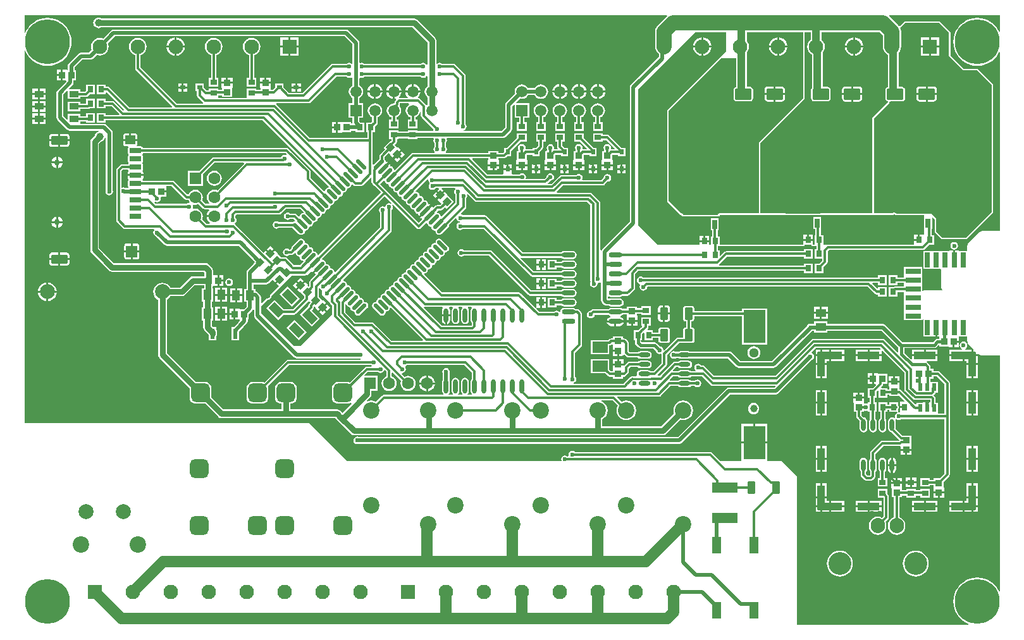
<source format=gtl>
G04*
G04 #@! TF.GenerationSoftware,Altium Limited,Altium Designer,20.0.13 (296)*
G04*
G04 Layer_Physical_Order=1*
G04 Layer_Color=255*
%FSAX24Y24*%
%MOIN*%
G70*
G01*
G75*
%ADD11C,0.0098*%
%ADD13C,0.0118*%
%ADD16C,0.0236*%
%ADD20C,0.0197*%
%ADD23R,0.0256X0.0472*%
%ADD24O,0.0709X0.0276*%
%ADD25R,0.0295X0.0354*%
%ADD26R,0.0354X0.0295*%
%ADD27R,0.0374X0.0335*%
%ADD28R,0.0335X0.0374*%
G04:AMPARAMS|DCode=29|XSize=86.6mil|YSize=59.1mil|CornerRadius=7.4mil|HoleSize=0mil|Usage=FLASHONLY|Rotation=0.000|XOffset=0mil|YOffset=0mil|HoleType=Round|Shape=RoundedRectangle|*
%AMROUNDEDRECTD29*
21,1,0.0866,0.0443,0,0,0.0*
21,1,0.0719,0.0591,0,0,0.0*
1,1,0.0148,0.0359,-0.0221*
1,1,0.0148,-0.0359,-0.0221*
1,1,0.0148,-0.0359,0.0221*
1,1,0.0148,0.0359,0.0221*
%
%ADD29ROUNDEDRECTD29*%
%ADD30R,0.0295X0.0236*%
G04:AMPARAMS|DCode=31|XSize=47.2mil|YSize=55.1mil|CornerRadius=2.4mil|HoleSize=0mil|Usage=FLASHONLY|Rotation=270.000|XOffset=0mil|YOffset=0mil|HoleType=Round|Shape=RoundedRectangle|*
%AMROUNDEDRECTD31*
21,1,0.0472,0.0504,0,0,270.0*
21,1,0.0425,0.0551,0,0,270.0*
1,1,0.0047,-0.0252,-0.0213*
1,1,0.0047,-0.0252,0.0213*
1,1,0.0047,0.0252,0.0213*
1,1,0.0047,0.0252,-0.0213*
%
%ADD31ROUNDEDRECTD31*%
G04:AMPARAMS|DCode=32|XSize=27.6mil|YSize=63mil|CornerRadius=1.4mil|HoleSize=0mil|Usage=FLASHONLY|Rotation=270.000|XOffset=0mil|YOffset=0mil|HoleType=Round|Shape=RoundedRectangle|*
%AMROUNDEDRECTD32*
21,1,0.0276,0.0602,0,0,270.0*
21,1,0.0248,0.0630,0,0,270.0*
1,1,0.0028,-0.0301,-0.0124*
1,1,0.0028,-0.0301,0.0124*
1,1,0.0028,0.0301,0.0124*
1,1,0.0028,0.0301,-0.0124*
%
%ADD32ROUNDEDRECTD32*%
G04:AMPARAMS|DCode=33|XSize=47.2mil|YSize=86.6mil|CornerRadius=2.4mil|HoleSize=0mil|Usage=FLASHONLY|Rotation=270.000|XOffset=0mil|YOffset=0mil|HoleType=Round|Shape=RoundedRectangle|*
%AMROUNDEDRECTD33*
21,1,0.0472,0.0819,0,0,270.0*
21,1,0.0425,0.0866,0,0,270.0*
1,1,0.0047,-0.0409,-0.0213*
1,1,0.0047,-0.0409,0.0213*
1,1,0.0047,0.0409,0.0213*
1,1,0.0047,0.0409,-0.0213*
%
%ADD33ROUNDEDRECTD33*%
G04:AMPARAMS|DCode=34|XSize=63mil|YSize=59.1mil|CornerRadius=3mil|HoleSize=0mil|Usage=FLASHONLY|Rotation=270.000|XOffset=0mil|YOffset=0mil|HoleType=Round|Shape=RoundedRectangle|*
%AMROUNDEDRECTD34*
21,1,0.0630,0.0531,0,0,270.0*
21,1,0.0571,0.0591,0,0,270.0*
1,1,0.0059,-0.0266,-0.0285*
1,1,0.0059,-0.0266,0.0285*
1,1,0.0059,0.0266,0.0285*
1,1,0.0059,0.0266,-0.0285*
%
%ADD34ROUNDEDRECTD34*%
G04:AMPARAMS|DCode=35|XSize=65mil|YSize=43.3mil|CornerRadius=5.4mil|HoleSize=0mil|Usage=FLASHONLY|Rotation=270.000|XOffset=0mil|YOffset=0mil|HoleType=Round|Shape=RoundedRectangle|*
%AMROUNDEDRECTD35*
21,1,0.0650,0.0325,0,0,270.0*
21,1,0.0541,0.0433,0,0,270.0*
1,1,0.0108,-0.0162,-0.0271*
1,1,0.0108,-0.0162,0.0271*
1,1,0.0108,0.0162,0.0271*
1,1,0.0108,0.0162,-0.0271*
%
%ADD35ROUNDEDRECTD35*%
%ADD36O,0.0630X0.0236*%
G04:AMPARAMS|DCode=37|XSize=37.4mil|YSize=33.5mil|CornerRadius=0mil|HoleSize=0mil|Usage=FLASHONLY|Rotation=225.000|XOffset=0mil|YOffset=0mil|HoleType=Round|Shape=Rectangle|*
%AMROTATEDRECTD37*
4,1,4,0.0014,0.0251,0.0251,0.0014,-0.0014,-0.0251,-0.0251,-0.0014,0.0014,0.0251,0.0*
%
%ADD37ROTATEDRECTD37*%

%ADD38R,0.0433X0.0531*%
%ADD39R,0.0236X0.0551*%
%ADD40R,0.0236X0.0709*%
G04:AMPARAMS|DCode=41|XSize=37.4mil|YSize=33.5mil|CornerRadius=0mil|HoleSize=0mil|Usage=FLASHONLY|Rotation=135.000|XOffset=0mil|YOffset=0mil|HoleType=Round|Shape=Rectangle|*
%AMROTATEDRECTD41*
4,1,4,0.0251,-0.0014,0.0014,-0.0251,-0.0251,0.0014,-0.0014,0.0251,0.0251,-0.0014,0.0*
%
%ADD41ROTATEDRECTD41*%

G04:AMPARAMS|DCode=42|XSize=21.7mil|YSize=68.9mil|CornerRadius=0mil|HoleSize=0mil|Usage=FLASHONLY|Rotation=315.000|XOffset=0mil|YOffset=0mil|HoleType=Round|Shape=Round|*
%AMOVALD42*
21,1,0.0472,0.0217,0.0000,0.0000,45.0*
1,1,0.0217,-0.0167,-0.0167*
1,1,0.0217,0.0167,0.0167*
%
%ADD42OVALD42*%

G04:AMPARAMS|DCode=43|XSize=21.7mil|YSize=68.9mil|CornerRadius=0mil|HoleSize=0mil|Usage=FLASHONLY|Rotation=45.000|XOffset=0mil|YOffset=0mil|HoleType=Round|Shape=Round|*
%AMOVALD43*
21,1,0.0472,0.0217,0.0000,0.0000,135.0*
1,1,0.0217,0.0167,-0.0167*
1,1,0.0217,-0.0167,0.0167*
%
%ADD43OVALD43*%

G04:AMPARAMS|DCode=44|XSize=74.8mil|YSize=43.3mil|CornerRadius=0mil|HoleSize=0mil|Usage=FLASHONLY|Rotation=315.000|XOffset=0mil|YOffset=0mil|HoleType=Round|Shape=Rectangle|*
%AMROTATEDRECTD44*
4,1,4,-0.0418,0.0111,-0.0111,0.0418,0.0418,-0.0111,0.0111,-0.0418,-0.0418,0.0111,0.0*
%
%ADD44ROTATEDRECTD44*%

G04:AMPARAMS|DCode=45|XSize=35.4mil|YSize=29.5mil|CornerRadius=0mil|HoleSize=0mil|Usage=FLASHONLY|Rotation=225.000|XOffset=0mil|YOffset=0mil|HoleType=Round|Shape=Rectangle|*
%AMROTATEDRECTD45*
4,1,4,0.0021,0.0230,0.0230,0.0021,-0.0021,-0.0230,-0.0230,-0.0021,0.0021,0.0230,0.0*
%
%ADD45ROTATEDRECTD45*%

%ADD46R,0.0236X0.0295*%
%ADD47R,0.0394X0.1142*%
%ADD48R,0.0394X0.1299*%
%ADD49R,0.1142X0.0394*%
%ADD50R,0.1299X0.0394*%
%ADD51R,0.0236X0.0394*%
%ADD52O,0.0236X0.0630*%
%ADD53R,0.0472X0.0886*%
%ADD54R,0.1339X0.0531*%
%ADD55R,0.0276X0.0787*%
%ADD56R,0.0787X0.0276*%
%ADD57R,0.0787X0.0591*%
%ADD58R,0.1181X0.1772*%
%ADD59O,0.0236X0.0748*%
%ADD60R,0.0512X0.0354*%
%ADD61R,0.0531X0.0433*%
%ADD108C,0.0300*%
%ADD117C,0.0295*%
%ADD118C,0.0157*%
%ADD119C,0.0787*%
%ADD120C,0.0394*%
%ADD121C,0.0591*%
%ADD122C,0.1200*%
%ADD123O,0.0750X0.0800*%
%ADD124C,0.0866*%
%ADD125C,0.0768*%
%ADD126R,0.0768X0.0768*%
%ADD127C,0.0598*%
%ADD128R,0.0598X0.0598*%
%ADD129C,0.0512*%
%ADD130C,0.0394*%
%ADD131C,0.0787*%
G04:AMPARAMS|DCode=132|XSize=98.4mil|YSize=98.4mil|CornerRadius=24.6mil|HoleSize=0mil|Usage=FLASHONLY|Rotation=270.000|XOffset=0mil|YOffset=0mil|HoleType=Round|Shape=RoundedRectangle|*
%AMROUNDEDRECTD132*
21,1,0.0984,0.0492,0,0,270.0*
21,1,0.0492,0.0984,0,0,270.0*
1,1,0.0492,-0.0246,-0.0246*
1,1,0.0492,-0.0246,0.0246*
1,1,0.0492,0.0246,0.0246*
1,1,0.0492,0.0246,-0.0246*
%
%ADD132ROUNDEDRECTD132*%
%ADD133R,0.0630X0.0630*%
%ADD134C,0.0630*%
%ADD135R,0.0630X0.0630*%
%ADD136C,0.2362*%
G36*
X051691Y031546D02*
X051642Y031536D01*
X051626Y031574D01*
X051522Y031743D01*
X051394Y031894D01*
X051243Y032022D01*
X051074Y032126D01*
X050891Y032202D01*
X050698Y032248D01*
X050500Y032264D01*
X050302Y032248D01*
X050109Y032202D01*
X049926Y032126D01*
X049757Y032022D01*
X049606Y031894D01*
X049478Y031743D01*
X049374Y031574D01*
X049298Y031391D01*
X049252Y031198D01*
X049236Y031000D01*
X049252Y030802D01*
X049298Y030609D01*
X049374Y030426D01*
X049478Y030257D01*
X049606Y030106D01*
X049757Y029978D01*
X049926Y029874D01*
X050109Y029798D01*
X050302Y029752D01*
X050500Y029736D01*
X050698Y029752D01*
X050891Y029798D01*
X051074Y029874D01*
X051243Y029978D01*
X051394Y030106D01*
X051522Y030257D01*
X051626Y030426D01*
X051642Y030464D01*
X051691Y030454D01*
Y021028D01*
X050750D01*
X050678Y021019D01*
X050611Y020991D01*
X050553Y020947D01*
X050053Y020447D01*
X050009Y020389D01*
X049981Y020322D01*
X049972Y020250D01*
Y020020D01*
X049967Y019972D01*
X049922Y019972D01*
X049557D01*
X049515Y019994D01*
X049515Y019994D01*
X049515Y019994D01*
X049328D01*
Y019500D01*
X049228D01*
Y019994D01*
X049040D01*
Y019994D01*
X049022Y019972D01*
X048599D01*
X048589Y019972D01*
X048549D01*
X048539Y019972D01*
X048127D01*
X048116Y019972D01*
X048077D01*
X048066Y019972D01*
X047644D01*
Y019028D01*
X048066D01*
X048077Y019028D01*
X048116D01*
X048127Y019028D01*
X048539D01*
X048565Y019028D01*
X048607Y018984D01*
Y018024D01*
X048613Y017993D01*
X048630Y017967D01*
X048645Y017957D01*
X048632Y017907D01*
X047703D01*
X047672Y017901D01*
X047646Y017884D01*
X047635Y017867D01*
X047590Y017873D01*
X047585Y017875D01*
Y018170D01*
X047585Y018181D01*
Y018220D01*
X047585Y018231D01*
Y018643D01*
X047585Y018654D01*
Y018693D01*
X047585Y018704D01*
Y019126D01*
X046640D01*
Y018704D01*
X046640Y018693D01*
Y018654D01*
X046640Y018643D01*
Y018578D01*
X046290D01*
Y018693D01*
X045837D01*
Y018181D01*
X046290D01*
Y018297D01*
X046640D01*
Y018231D01*
X046640Y018220D01*
Y018181D01*
X046640Y018170D01*
Y018105D01*
X046171D01*
X046117Y018094D01*
X046100Y018083D01*
X045837D01*
Y017571D01*
X046289D01*
Y017824D01*
X046640D01*
Y017759D01*
X046640Y017748D01*
Y017709D01*
X046640Y017698D01*
Y017286D01*
X046640Y017276D01*
Y017236D01*
X046640Y017226D01*
Y016814D01*
X046640Y016803D01*
Y016764D01*
X046640Y016753D01*
Y016331D01*
X047585D01*
Y016347D01*
X047635Y016369D01*
X047644Y016361D01*
Y015484D01*
X048054D01*
X048095Y015463D01*
X048095Y015463D01*
X048095Y015463D01*
X048283D01*
Y015957D01*
X048383D01*
Y015463D01*
X048448D01*
X048498Y015463D01*
Y015357D01*
X048399D01*
X048337Y015345D01*
X048285Y015310D01*
X048285Y015310D01*
X048155Y015180D01*
X046575D01*
X046565Y015187D01*
X046537Y015192D01*
X045645Y016084D01*
X045586Y016124D01*
X045517Y016137D01*
X042594D01*
Y016281D01*
X041905D01*
Y016137D01*
X041801D01*
X041794Y016142D01*
X041717Y016157D01*
X041640Y016142D01*
X041575Y016099D01*
X041531Y016034D01*
X041530Y016025D01*
X039685Y014181D01*
X038010D01*
X037562Y014628D01*
X037504Y014667D01*
X037435Y014681D01*
X035352D01*
X035345Y014685D01*
X035268Y014701D01*
X034874D01*
X034797Y014685D01*
X034760Y014661D01*
X034614D01*
X034577Y014685D01*
X034500Y014701D01*
X034423Y014685D01*
X034358Y014642D01*
X034315Y014577D01*
X034299Y014500D01*
X034315Y014423D01*
X034358Y014358D01*
X034423Y014315D01*
X034500Y014299D01*
X034577Y014315D01*
X034614Y014339D01*
X034760D01*
X034797Y014315D01*
X034874Y014299D01*
X035268D01*
X035345Y014315D01*
X035352Y014319D01*
X037360D01*
X037807Y013872D01*
X037866Y013833D01*
X037935Y013819D01*
X039760D01*
X039829Y013833D01*
X039888Y013872D01*
X041785Y015770D01*
X041794Y015771D01*
X041801Y015776D01*
X041905D01*
Y015691D01*
X042594D01*
Y015776D01*
X045442D01*
X046326Y014892D01*
X046336Y014886D01*
Y014675D01*
X046289Y014655D01*
X045639Y015306D01*
X045593Y015336D01*
X045539Y015347D01*
X041844D01*
X041790Y015336D01*
X041744Y015306D01*
X039858Y013419D01*
X036624D01*
X036128Y013915D01*
X036082Y013946D01*
X036029Y013956D01*
X035938D01*
X035921Y013980D01*
X035856Y014024D01*
X035780Y014039D01*
X035703Y014024D01*
X035638Y013980D01*
X035594Y013915D01*
X035579Y013839D01*
X035594Y013762D01*
X035638Y013697D01*
X035647Y013691D01*
X035632Y013641D01*
X035411D01*
X035410Y013642D01*
X035345Y013685D01*
X035268Y013701D01*
X034874D01*
X034797Y013685D01*
X034732Y013642D01*
X034731Y013641D01*
X034470D01*
X034449Y013691D01*
X034618Y013859D01*
X034731D01*
X034732Y013858D01*
X034797Y013815D01*
X034874Y013799D01*
X035268D01*
X035345Y013815D01*
X035410Y013858D01*
X035453Y013923D01*
X035468Y014000D01*
X035453Y014077D01*
X035410Y014142D01*
X035345Y014185D01*
X035268Y014201D01*
X034874D01*
X034797Y014185D01*
X034732Y014142D01*
X034731Y014140D01*
X034560D01*
X034506Y014130D01*
X034461Y014099D01*
X033758Y013396D01*
X033666D01*
X033645Y013446D01*
X034107Y013909D01*
X034138Y013954D01*
X034148Y014008D01*
Y014505D01*
X034258Y014615D01*
X034258Y014615D01*
X034779Y015135D01*
X035138D01*
X035139Y015135D01*
X035458D01*
X035510Y015146D01*
X035554Y015175D01*
X035583Y015219D01*
X035594Y015271D01*
Y015812D01*
X035583Y015864D01*
X035554Y015908D01*
X035510Y015937D01*
X035458Y015948D01*
X035432D01*
Y016277D01*
X035450D01*
X035502Y016287D01*
X035546Y016317D01*
X035575Y016361D01*
X035585Y016412D01*
Y016543D01*
X038081D01*
Y015028D01*
X039419D01*
Y016957D01*
X038081D01*
Y016824D01*
X035585D01*
Y016954D01*
X035575Y017006D01*
X035546Y017050D01*
X035502Y017079D01*
X035450Y017089D01*
X035125D01*
X035073Y017079D01*
X035029Y017050D01*
X035000Y017006D01*
X034990Y016954D01*
Y016412D01*
X035000Y016361D01*
X035029Y016317D01*
X035073Y016287D01*
X035125Y016277D01*
X035151D01*
Y015948D01*
X035133D01*
X035082Y015937D01*
X035038Y015908D01*
X035008Y015864D01*
X034998Y015812D01*
Y015416D01*
X034721D01*
X034667Y015406D01*
X034622Y015375D01*
X034060Y014813D01*
X034060Y014813D01*
X033998Y014752D01*
X033947Y014771D01*
X033935Y014827D01*
X033892Y014892D01*
X033827Y014935D01*
X033783Y014944D01*
X033604Y015123D01*
X033552Y015158D01*
X033490Y015170D01*
X033490Y015170D01*
X032815D01*
X032771Y015214D01*
Y015286D01*
X032837D01*
Y015599D01*
X032905Y015667D01*
X032955Y015646D01*
Y015286D01*
X033408D01*
Y015401D01*
X033699D01*
Y015271D01*
X033709Y015219D01*
X033738Y015175D01*
X033782Y015146D01*
X033834Y015135D01*
X034159D01*
X034211Y015146D01*
X034255Y015175D01*
X034284Y015219D01*
X034294Y015271D01*
Y015812D01*
X034284Y015864D01*
X034255Y015908D01*
X034211Y015937D01*
X034159Y015948D01*
X033834D01*
X033782Y015937D01*
X033738Y015908D01*
X033709Y015864D01*
X033699Y015812D01*
Y015682D01*
X033408D01*
Y015797D01*
X033131D01*
X033112Y015844D01*
X033133Y015865D01*
X033164Y015911D01*
X033175Y015965D01*
Y016037D01*
X033290D01*
Y016490D01*
X032778D01*
Y016037D01*
X032820D01*
X032842Y015990D01*
X032822Y015958D01*
X032813Y015957D01*
X032767Y015926D01*
X032638Y015797D01*
X032384D01*
Y015286D01*
X032450D01*
Y015147D01*
X032450Y015147D01*
X032462Y015086D01*
X032497Y015033D01*
X032634Y014896D01*
X032634Y014896D01*
X032687Y014861D01*
X032748Y014849D01*
X033424D01*
X033556Y014717D01*
X033565Y014673D01*
X033608Y014608D01*
X033673Y014565D01*
X033750Y014549D01*
X033817Y014563D01*
X033851Y014545D01*
X033867Y014532D01*
Y014066D01*
X033442Y013641D01*
X033285D01*
X033284Y013642D01*
X033219Y013685D01*
X033142Y013701D01*
X032748D01*
X032671Y013685D01*
X032606Y013642D01*
X032563Y013577D01*
X032547Y013500D01*
X032560Y013434D01*
X032533Y013384D01*
X032374D01*
X032372Y013386D01*
X032318Y013396D01*
X032264Y013386D01*
X032219Y013355D01*
X031901Y013037D01*
X031870Y012992D01*
X031869Y012985D01*
X029242D01*
X029237Y013035D01*
X029237Y013035D01*
X029302Y013079D01*
X029346Y013144D01*
X029361Y013220D01*
X029346Y013297D01*
X029302Y013362D01*
X029301Y013363D01*
Y014617D01*
X029629Y014945D01*
X029659Y014990D01*
X029670Y015044D01*
Y016650D01*
X029659Y016704D01*
X029629Y016750D01*
X029515Y016863D01*
X029470Y016894D01*
X029416Y016904D01*
X029327D01*
X029317Y016920D01*
X029245Y016968D01*
X029161Y016985D01*
X028727D01*
X028643Y016968D01*
X028571Y016920D01*
X028524Y016848D01*
X028512Y016788D01*
X028490Y016779D01*
X028458Y016773D01*
X028400Y016811D01*
X028323Y016827D01*
X028246Y016811D01*
X028181Y016768D01*
X028180Y016766D01*
X028180Y016766D01*
X027424D01*
X027246Y016945D01*
X027275Y016987D01*
X027313Y016987D01*
X027464D01*
Y017214D01*
X027266D01*
Y017036D01*
X027266Y016995D01*
X027225Y016966D01*
X026439Y017752D01*
X026393Y017782D01*
X026340Y017793D01*
X022302D01*
X021346Y018749D01*
X021349Y018765D01*
X021366Y018800D01*
X021426Y018812D01*
X021488Y018853D01*
X021530Y018915D01*
X021542Y018976D01*
X021562Y019002D01*
X021588Y019022D01*
X021649Y019035D01*
X021711Y019076D01*
X021752Y019138D01*
X021764Y019199D01*
X021785Y019225D01*
X021811Y019245D01*
X021872Y019257D01*
X021934Y019299D01*
X021975Y019360D01*
X021987Y019421D01*
X022008Y019447D01*
X022034Y019468D01*
X022095Y019480D01*
X022156Y019521D01*
X022198Y019583D01*
X022210Y019644D01*
X022230Y019670D01*
X022256Y019691D01*
X022317Y019703D01*
X022379Y019744D01*
X022420Y019806D01*
X022433Y019867D01*
X022453Y019893D01*
X022479Y019913D01*
X022540Y019925D01*
X022602Y019967D01*
X022643Y020029D01*
X022658Y020102D01*
X022643Y020175D01*
X022602Y020236D01*
X022268Y020570D01*
X022206Y020612D01*
X022133Y020626D01*
X022060Y020612D01*
X021998Y020570D01*
X021957Y020509D01*
X021945Y020448D01*
X021924Y020422D01*
X021898Y020401D01*
X021837Y020389D01*
X021775Y020348D01*
X021734Y020286D01*
X021722Y020225D01*
X021702Y020199D01*
X021675Y020178D01*
X021615Y020166D01*
X021553Y020125D01*
X021511Y020063D01*
X021499Y020002D01*
X021479Y019976D01*
X021453Y019956D01*
X021392Y019944D01*
X021330Y019902D01*
X021289Y019840D01*
X021277Y019780D01*
X021256Y019753D01*
X021230Y019733D01*
X021169Y019721D01*
X021107Y019680D01*
X021066Y019618D01*
X021054Y019557D01*
X021033Y019531D01*
X021007Y019510D01*
X020946Y019498D01*
X020885Y019457D01*
X020843Y019395D01*
X020831Y019334D01*
X020811Y019308D01*
X020785Y019288D01*
X020724Y019276D01*
X020662Y019234D01*
X020621Y019172D01*
X020608Y019111D01*
X020588Y019085D01*
X020562Y019065D01*
X020501Y019053D01*
X020439Y019011D01*
X020398Y018950D01*
X020386Y018889D01*
X020365Y018863D01*
X020339Y018842D01*
X020278Y018830D01*
X020216Y018789D01*
X020175Y018727D01*
X020163Y018666D01*
X020143Y018640D01*
X020116Y018619D01*
X020056Y018607D01*
X019994Y018566D01*
X019952Y018504D01*
X019940Y018443D01*
X019920Y018417D01*
X019894Y018397D01*
X019833Y018385D01*
X019771Y018343D01*
X019730Y018281D01*
X019718Y018221D01*
X019697Y018194D01*
X019671Y018174D01*
X019610Y018162D01*
X019548Y018121D01*
X019507Y018059D01*
X019495Y017998D01*
X019474Y017972D01*
X019448Y017951D01*
X019387Y017939D01*
X019326Y017898D01*
X019284Y017836D01*
X019272Y017775D01*
X019252Y017749D01*
X019226Y017729D01*
X019165Y017717D01*
X019103Y017675D01*
X019062Y017613D01*
X019049Y017552D01*
X019029Y017526D01*
X019003Y017506D01*
X018942Y017494D01*
X018880Y017452D01*
X018839Y017391D01*
X018827Y017330D01*
X018806Y017304D01*
X018780Y017283D01*
X018719Y017271D01*
X018657Y017230D01*
X018616Y017168D01*
X018602Y017095D01*
X018616Y017022D01*
X018657Y016960D01*
X018992Y016626D01*
X019053Y016585D01*
X019126Y016570D01*
X019199Y016585D01*
X019261Y016626D01*
X019303Y016688D01*
X019315Y016749D01*
X019335Y016775D01*
X019361Y016795D01*
X019422Y016807D01*
X019484Y016849D01*
X019525Y016911D01*
X019537Y016971D01*
X019572Y016989D01*
X019588Y016991D01*
X021282Y015297D01*
X021263Y015251D01*
X019636D01*
X018707Y016179D01*
X018662Y016210D01*
X018608Y016220D01*
X017719D01*
X017188Y016751D01*
Y017163D01*
X017188Y017164D01*
X017194Y017168D01*
X017250Y017144D01*
X017252Y017133D01*
X017293Y017071D01*
X017355Y017030D01*
X017416Y017018D01*
X017442Y016998D01*
X017463Y016972D01*
X017475Y016911D01*
X017516Y016849D01*
X017578Y016807D01*
X017639Y016795D01*
X017665Y016775D01*
X017685Y016749D01*
X017697Y016688D01*
X017739Y016626D01*
X017801Y016585D01*
X017874Y016570D01*
X017947Y016585D01*
X018008Y016626D01*
X018343Y016960D01*
X018384Y017022D01*
X018398Y017095D01*
X018384Y017168D01*
X018343Y017230D01*
X018281Y017271D01*
X018220Y017283D01*
X018194Y017304D01*
X018173Y017330D01*
X018161Y017391D01*
X018120Y017452D01*
X018058Y017494D01*
X017997Y017506D01*
X017971Y017526D01*
X017951Y017552D01*
X017938Y017613D01*
X017897Y017675D01*
X017835Y017717D01*
X017774Y017729D01*
X017748Y017749D01*
X017728Y017775D01*
X017716Y017836D01*
X017674Y017898D01*
X017613Y017939D01*
X017552Y017951D01*
X017526Y017972D01*
X017505Y017998D01*
X017493Y018059D01*
X017452Y018121D01*
X017390Y018162D01*
X017329Y018174D01*
X017303Y018194D01*
X017282Y018221D01*
X017270Y018281D01*
X017229Y018343D01*
X017167Y018385D01*
X017106Y018397D01*
X017089Y018431D01*
X017087Y018448D01*
X019599Y020960D01*
X019630Y021006D01*
X019641Y021060D01*
Y022151D01*
X019642Y022152D01*
X019685Y022217D01*
X019701Y022293D01*
X019685Y022370D01*
X019664Y022402D01*
X019703Y022434D01*
X020953Y021184D01*
X020999Y021154D01*
X021052Y021143D01*
X021060D01*
X021114Y021154D01*
X021159Y021184D01*
X021448Y021473D01*
X021465Y021471D01*
X021499Y021453D01*
X021511Y021393D01*
X021553Y021331D01*
X021615Y021290D01*
X021675Y021277D01*
X021702Y021257D01*
X021722Y021231D01*
X021734Y021170D01*
X021775Y021108D01*
X021837Y021067D01*
X021898Y021055D01*
X021924Y021034D01*
X021945Y021008D01*
X021957Y020947D01*
X021998Y020885D01*
X022060Y020844D01*
X022133Y020830D01*
X022206Y020844D01*
X022268Y020885D01*
X022602Y021219D01*
X022643Y021281D01*
X022656Y021344D01*
X023004Y021693D01*
X023059Y021676D01*
X023065Y021646D01*
X023108Y021581D01*
X023173Y021538D01*
X023218Y021529D01*
Y021478D01*
X023173Y021469D01*
X023108Y021425D01*
X023065Y021360D01*
X023049Y021283D01*
X023065Y021207D01*
X023108Y021141D01*
X023173Y021098D01*
X023250Y021083D01*
X023327Y021098D01*
X023392Y021141D01*
X023393Y021143D01*
X024482D01*
X026960Y018664D01*
X027006Y018634D01*
X027059Y018623D01*
X028561D01*
X028571Y018608D01*
X028643Y018560D01*
X028727Y018543D01*
X029161D01*
X029245Y018560D01*
X029317Y018608D01*
X029365Y018679D01*
X029381Y018764D01*
X029365Y018848D01*
X029317Y018920D01*
X029245Y018968D01*
X029161Y018985D01*
X028727D01*
X028643Y018968D01*
X028571Y018920D01*
X028561Y018904D01*
X027118D01*
X026432Y019590D01*
X026461Y019632D01*
X026503Y019623D01*
X028561D01*
X028571Y019608D01*
X028643Y019560D01*
X028727Y019543D01*
X029161D01*
X029245Y019560D01*
X029317Y019608D01*
X029365Y019679D01*
X029381Y019764D01*
X029365Y019848D01*
X029317Y019920D01*
X029245Y019968D01*
X029161Y019985D01*
X028727D01*
X028643Y019968D01*
X028571Y019920D01*
X028561Y019904D01*
X026561D01*
X024643Y021823D01*
X024597Y021853D01*
X024543Y021864D01*
X023393D01*
X023392Y021865D01*
X023327Y021909D01*
X023297Y021915D01*
X023280Y021969D01*
X023516Y022204D01*
X023546Y022250D01*
X023557Y022304D01*
Y022736D01*
X023558Y022737D01*
X023602Y022802D01*
X023617Y022878D01*
X023604Y022943D01*
X023646Y022972D01*
X024001Y022617D01*
X024047Y022587D01*
X024101Y022576D01*
X029942D01*
X030102Y022416D01*
Y020912D01*
X030104Y020905D01*
Y018394D01*
X030114Y018343D01*
X030103Y018327D01*
X030088Y018250D01*
X030103Y018173D01*
X030147Y018108D01*
X030212Y018065D01*
X030288Y018049D01*
X030365Y018065D01*
X030430Y018108D01*
X030474Y018173D01*
X030489Y018250D01*
X030488Y018255D01*
X030529Y018305D01*
X030577Y018315D01*
X030616Y018341D01*
X030666Y018314D01*
Y017379D01*
X030679Y017310D01*
X030719Y017251D01*
X030819Y017151D01*
X030877Y017112D01*
X030947Y017098D01*
X031066D01*
X031123Y017060D01*
X031208Y017043D01*
X031641D01*
X031725Y017060D01*
X031797Y017108D01*
X031845Y017179D01*
X031862Y017264D01*
X031845Y017348D01*
X031797Y017420D01*
X031725Y017468D01*
X031641Y017485D01*
X031208D01*
X031123Y017468D01*
X031111Y017459D01*
X031027D01*
Y017564D01*
X031077Y017591D01*
X031123Y017560D01*
X031208Y017543D01*
X031641D01*
X031725Y017560D01*
X031797Y017608D01*
X031807Y017623D01*
X032070D01*
X032124Y017634D01*
X032169Y017664D01*
X032419Y017914D01*
X032450Y017960D01*
X032460Y018014D01*
Y018761D01*
X032627Y018927D01*
X041370D01*
Y018812D01*
X041823D01*
Y019324D01*
X041370D01*
Y019208D01*
X036918D01*
X036902Y019258D01*
X036908Y019262D01*
X037333Y019687D01*
X041370D01*
Y019572D01*
X041823D01*
Y020084D01*
X041370D01*
Y019968D01*
X037275D01*
X037221Y019958D01*
X037175Y019927D01*
X036960Y019711D01*
X036914Y019731D01*
Y020016D01*
X036828D01*
Y020244D01*
X036906D01*
X036914Y020243D01*
X041333D01*
X041364Y020249D01*
X041390Y020266D01*
X041407Y020292D01*
X041411Y020312D01*
X041750D01*
X041754Y020292D01*
X041772Y020266D01*
X041798Y020249D01*
X041829Y020243D01*
X041925D01*
X041956Y020249D01*
X041969Y020257D01*
X042012Y020241D01*
X042019Y020235D01*
Y020084D01*
X041941D01*
Y019572D01*
X042330D01*
Y019459D01*
X042195Y019324D01*
X041941D01*
Y018812D01*
X042394D01*
Y019125D01*
X042570Y019301D01*
X042600Y019347D01*
X042611Y019400D01*
Y019947D01*
X042700Y020035D01*
X047634D01*
X047687Y020046D01*
X047733Y020077D01*
X047961Y020304D01*
X048215D01*
Y020816D01*
X048087D01*
Y021141D01*
X048112D01*
Y021732D01*
X048162Y021753D01*
X048262Y021653D01*
Y020985D01*
X048262Y020985D01*
X048268Y020954D01*
X048285Y020928D01*
X048285Y020928D01*
X048593Y020620D01*
X048619Y020602D01*
X048650Y020596D01*
X049880D01*
X049880Y020596D01*
X049911Y020602D01*
X049937Y020620D01*
X051307Y021990D01*
X051324Y022016D01*
X051330Y022046D01*
Y028750D01*
X051324Y028781D01*
X051307Y028807D01*
X050557Y029557D01*
X050531Y029574D01*
X050500Y029580D01*
X049783D01*
X049080Y030283D01*
Y031500D01*
X049080Y031500D01*
X049074Y031531D01*
X049057Y031557D01*
X049057Y031557D01*
X048557Y032057D01*
X048531Y032074D01*
X048500Y032080D01*
X046696D01*
X046665Y032074D01*
X046639Y032057D01*
X046639Y032057D01*
X046416Y031834D01*
X046366Y031837D01*
X046337Y031876D01*
X045876Y032337D01*
X045856Y032352D01*
X045872Y032399D01*
X051691D01*
Y031546D01*
D02*
G37*
G36*
X017569Y030876D02*
Y029883D01*
X017519Y029856D01*
X017476Y029885D01*
X017399Y029901D01*
X017322Y029885D01*
X017257Y029842D01*
X017256Y029841D01*
X016523D01*
X016469Y029830D01*
X016424Y029799D01*
X014941Y028317D01*
X014227D01*
X013942Y028601D01*
Y028796D01*
X013489D01*
Y028601D01*
X013372Y028484D01*
X013252D01*
Y028588D01*
X013273D01*
Y028805D01*
X012986D01*
X012699D01*
Y028588D01*
X012721D01*
Y028469D01*
X012506D01*
Y028540D01*
X011994D01*
Y028088D01*
X011994D01*
X011987Y028040D01*
X010514D01*
X010507Y028088D01*
X010507D01*
Y028188D01*
X010692D01*
Y028097D01*
X011223D01*
Y028588D01*
X011244D01*
Y028805D01*
X010957D01*
X010670D01*
Y028588D01*
X010692D01*
Y028469D01*
X010507D01*
Y028540D01*
X009995D01*
Y028454D01*
X009883D01*
X009736Y028601D01*
Y028796D01*
X009283D01*
Y028403D01*
X009369D01*
Y028176D01*
X009380Y028122D01*
X009410Y028077D01*
X009686Y027801D01*
X009701Y027791D01*
X009686Y027741D01*
X008318D01*
X006390Y029668D01*
Y030307D01*
X006483Y030346D01*
X006580Y030420D01*
X006654Y030517D01*
X006701Y030629D01*
X006717Y030750D01*
X006701Y030871D01*
X006654Y030983D01*
X006580Y031080D01*
X006483Y031154D01*
X006371Y031201D01*
X006250Y031217D01*
X006129Y031201D01*
X006017Y031154D01*
X005920Y031080D01*
X005846Y030983D01*
X005799Y030871D01*
X005783Y030750D01*
X005799Y030629D01*
X005846Y030517D01*
X005920Y030420D01*
X006017Y030346D01*
X006110Y030307D01*
Y029610D01*
X006120Y029556D01*
X006151Y029511D01*
X008075Y027586D01*
X008056Y027540D01*
X005807D01*
X004748Y028599D01*
X004703Y028630D01*
X004649Y028640D01*
X004556D01*
Y028756D01*
X004103D01*
Y028244D01*
X004556D01*
Y028323D01*
X004606Y028344D01*
X005522Y027428D01*
X005506Y027374D01*
X005500Y027372D01*
X005023Y027849D01*
X004977Y027880D01*
X004923Y027891D01*
X004556D01*
Y028006D01*
X004103D01*
Y027494D01*
X004556D01*
Y027610D01*
X004865D01*
X005282Y027193D01*
X005263Y027146D01*
X004556D01*
Y027256D01*
X004103D01*
Y026744D01*
X004556D01*
Y026865D01*
X012832D01*
X016322Y023375D01*
X016320Y023359D01*
X016302Y023324D01*
X016242Y023312D01*
X016180Y023271D01*
X016138Y023209D01*
X016126Y023148D01*
X016092Y023131D01*
X016075Y023129D01*
X015362Y023841D01*
Y024159D01*
X015352Y024213D01*
X015321Y024258D01*
X014201Y025379D01*
X014155Y025409D01*
X014102Y025420D01*
X006526D01*
X006522Y025440D01*
X006502Y025470D01*
X006471Y025491D01*
X006435Y025498D01*
X006227D01*
X006224Y025501D01*
X006205Y025548D01*
X006222Y025574D01*
X006232Y025622D01*
Y025785D01*
X005854D01*
X005476D01*
Y025622D01*
X005485Y025574D01*
X005513Y025533D01*
X005554Y025506D01*
X005602Y025496D01*
X005723D01*
X005750Y025446D01*
X005746Y025440D01*
X005738Y025404D01*
Y025156D01*
X005746Y025119D01*
X005766Y025089D01*
Y025037D01*
X005746Y025007D01*
X005738Y024970D01*
Y024722D01*
X005746Y024686D01*
X005766Y024656D01*
Y024604D01*
X005746Y024574D01*
X005742Y024554D01*
X005413D01*
X005360Y024543D01*
X005314Y024513D01*
X005151Y024349D01*
X005120Y024304D01*
X005110Y024250D01*
Y021600D01*
X005120Y021546D01*
X005151Y021501D01*
X005473Y021178D01*
X005519Y021148D01*
X005572Y021137D01*
X007105D01*
X007121Y021087D01*
X007083Y021031D01*
X007068Y020954D01*
X007083Y020877D01*
X007127Y020812D01*
X007192Y020769D01*
X007201Y020767D01*
X007660Y020308D01*
X007718Y020269D01*
X007787Y020255D01*
X011569D01*
X012420Y019404D01*
X012367Y019350D01*
X012399Y019318D01*
X012041Y018959D01*
X012001Y018901D01*
X011988Y018832D01*
Y018392D01*
Y017988D01*
X011873D01*
Y017299D01*
X011988D01*
Y017047D01*
X011854Y016913D01*
X011619D01*
Y016934D01*
X011401D01*
Y016647D01*
Y016360D01*
X011619D01*
X011619Y016360D01*
X011619Y016360D01*
X011623Y016358D01*
X011636Y016300D01*
X011568Y016233D01*
X011553Y016209D01*
X011321Y015978D01*
X011183D01*
Y015269D01*
X011577D01*
Y015722D01*
X011824Y015969D01*
X011839Y015993D01*
X011991Y016144D01*
X012030Y016203D01*
X012044Y016272D01*
Y016381D01*
X012109D01*
Y016657D01*
X012296Y016844D01*
X012306Y016859D01*
X012374Y016872D01*
X012382Y016867D01*
Y016561D01*
X012396Y016492D01*
X012435Y016433D01*
X014496Y014372D01*
X014555Y014333D01*
X014624Y014319D01*
X017916D01*
X017923Y014315D01*
X017984Y014302D01*
X017979Y014252D01*
X014175D01*
X014121Y014242D01*
X014076Y014211D01*
X012917Y013053D01*
X012894Y013063D01*
X012809Y013074D01*
X012317D01*
X012232Y013063D01*
X012153Y013030D01*
X012085Y012978D01*
X012033Y012910D01*
X012000Y012831D01*
X011989Y012746D01*
Y012254D01*
X012000Y012169D01*
X012033Y012090D01*
X012085Y012022D01*
X012153Y011970D01*
X012232Y011937D01*
X012317Y011926D01*
X012809D01*
X012894Y011937D01*
X012973Y011970D01*
X013041Y012022D01*
X013093Y012090D01*
X013125Y012169D01*
X013137Y012254D01*
Y012746D01*
X013125Y012831D01*
X013116Y012854D01*
X014233Y013971D01*
X018541D01*
X018542Y013970D01*
X018586Y013941D01*
X018571Y013891D01*
X018313D01*
X018259Y013880D01*
X018214Y013849D01*
X017417Y013053D01*
X017394Y013063D01*
X017309Y013074D01*
X016817D01*
X016732Y013063D01*
X016653Y013030D01*
X016585Y012978D01*
X016533Y012910D01*
X016500Y012831D01*
X016489Y012746D01*
Y012254D01*
X016500Y012169D01*
X016533Y012090D01*
X016585Y012022D01*
X016653Y011970D01*
X016732Y011937D01*
X016817Y011926D01*
X017309D01*
X017394Y011937D01*
X017473Y011970D01*
X017493Y011986D01*
X017526Y011948D01*
X017033Y011455D01*
X017023D01*
X016914Y011563D01*
X016839Y011613D01*
X016751Y011631D01*
X014294D01*
Y011926D01*
X014309D01*
X014394Y011937D01*
X014473Y011970D01*
X014541Y012022D01*
X014593Y012090D01*
X014626Y012169D01*
X014637Y012254D01*
Y012746D01*
X014626Y012831D01*
X014593Y012910D01*
X014541Y012978D01*
X014473Y013030D01*
X014394Y013063D01*
X014309Y013074D01*
X013817D01*
X013732Y013063D01*
X013653Y013030D01*
X013585Y012978D01*
X013533Y012910D01*
X013500Y012831D01*
X013489Y012746D01*
Y012254D01*
X013500Y012169D01*
X013533Y012090D01*
X013585Y012022D01*
X013653Y011970D01*
X013732Y011937D01*
X013817Y011926D01*
X013832D01*
Y011631D01*
X010759D01*
X010137Y012253D01*
X010137Y012254D01*
Y012746D01*
X010125Y012831D01*
X010093Y012910D01*
X010041Y012978D01*
X009973Y013030D01*
X009894Y013063D01*
X009809Y013074D01*
X009317D01*
X009316Y013074D01*
X007778Y014611D01*
Y017409D01*
X007786Y017412D01*
X007884Y017488D01*
X007960Y017587D01*
X007963Y017594D01*
X008576D01*
X008664Y017612D01*
X008739Y017662D01*
X009262Y018184D01*
X009744D01*
Y018009D01*
X009630D01*
Y017320D01*
X009694D01*
Y017009D01*
X009630D01*
Y016320D01*
X009694D01*
Y015956D01*
X009712Y015868D01*
X009762Y015793D01*
X009967Y015588D01*
X009976Y015582D01*
X009986Y015535D01*
X010002Y015511D01*
Y015269D01*
X010396D01*
Y015511D01*
X010412Y015535D01*
X010430Y015624D01*
Y015722D01*
X010412Y015810D01*
X010396Y015835D01*
Y015978D01*
X010230D01*
X010156Y016052D01*
Y016320D01*
X010220D01*
Y017009D01*
X010156D01*
Y017320D01*
X010220D01*
Y018009D01*
X010205D01*
Y018092D01*
X010239Y018128D01*
X010456D01*
Y018415D01*
Y018702D01*
X010239D01*
X010225Y018746D01*
Y018947D01*
X010207Y019035D01*
X010157Y019110D01*
X009984Y019283D01*
X009909Y019333D01*
X009821Y019350D01*
X004994D01*
X004209Y020136D01*
Y025633D01*
X004306Y025729D01*
X004322Y025731D01*
X004389Y025759D01*
X004447Y025803D01*
X004491Y025861D01*
X004518Y025928D01*
X004519Y025935D01*
X004569Y025931D01*
Y023198D01*
X004565Y023191D01*
X004549Y023114D01*
X004565Y023037D01*
X004608Y022972D01*
X004673Y022929D01*
X004750Y022913D01*
X004827Y022929D01*
X004892Y022972D01*
X004935Y023037D01*
X004951Y023114D01*
X004935Y023191D01*
X004931Y023198D01*
Y026198D01*
X004917Y026267D01*
X004878Y026326D01*
X004576Y026628D01*
X004517Y026667D01*
X004448Y026681D01*
X003273D01*
X003229Y026695D01*
Y026810D01*
X003532D01*
Y026744D01*
X003985D01*
Y027256D01*
X003532D01*
Y027091D01*
X003229D01*
Y027207D01*
X002560D01*
Y026923D01*
X002514Y026904D01*
X002331Y027087D01*
Y028248D01*
X002514Y028431D01*
X002560Y028412D01*
Y027994D01*
X003229D01*
Y028110D01*
X003538D01*
X003592Y028120D01*
X003638Y028151D01*
X003731Y028244D01*
X003985D01*
Y028756D01*
X003532D01*
Y028443D01*
X003480Y028391D01*
X003229D01*
Y028506D01*
X002654D01*
X002635Y028552D01*
X002815Y028732D01*
X002854Y028791D01*
X002868Y028860D01*
Y028984D01*
X003002D01*
Y029516D01*
X002937D01*
Y029681D01*
X003325Y030069D01*
X003750D01*
X003819Y030083D01*
X003878Y030122D01*
X004077Y030321D01*
X004129Y030299D01*
X004250Y030283D01*
X004371Y030299D01*
X004483Y030346D01*
X004580Y030420D01*
X004654Y030517D01*
X004701Y030629D01*
X004717Y030750D01*
X004701Y030871D01*
X004679Y030923D01*
X005049Y031294D01*
X017152D01*
X017569Y030876D01*
D02*
G37*
G36*
X021519Y029184D02*
Y028687D01*
X021480Y028657D01*
X021420Y028578D01*
X021382Y028486D01*
X021369Y028388D01*
X021382Y028289D01*
X021420Y028197D01*
X021480Y028118D01*
X021519Y028089D01*
Y027708D01*
X021485Y027679D01*
X021433Y027689D01*
X021412Y027720D01*
X021133Y027999D01*
X021088Y028030D01*
X021035Y028040D01*
X021027Y028053D01*
X021015Y028088D01*
X021035Y028103D01*
X021099Y028186D01*
X021139Y028284D01*
X021146Y028338D01*
X020750D01*
X020354D01*
X020361Y028284D01*
X020401Y028186D01*
X020465Y028103D01*
X020485Y028088D01*
X020469Y028040D01*
X020035D01*
X020018Y028091D01*
X020035Y028103D01*
X020099Y028186D01*
X020139Y028284D01*
X020146Y028338D01*
X019800D01*
Y027992D01*
X019846Y027998D01*
X019862Y027978D01*
X019871Y027953D01*
X019834Y027916D01*
X019804Y027870D01*
X019793Y027816D01*
Y027801D01*
X019756Y027768D01*
X019750Y027769D01*
X019651Y027756D01*
X019559Y027718D01*
X019480Y027657D01*
X019420Y027578D01*
X019382Y027486D01*
X019369Y027388D01*
X019382Y027289D01*
X019420Y027197D01*
X019480Y027118D01*
X019559Y027058D01*
X019610Y027037D01*
Y026900D01*
X019494D01*
Y026447D01*
X020006D01*
Y026900D01*
X019891D01*
Y027037D01*
X019941Y027058D01*
X020020Y027118D01*
X020080Y027197D01*
X020118Y027289D01*
X020131Y027388D01*
X020118Y027486D01*
X020080Y027578D01*
X020046Y027622D01*
X020064Y027648D01*
X020074Y027701D01*
Y027758D01*
X020075Y027759D01*
X020536D01*
X020536Y027758D01*
X020548Y027710D01*
X020480Y027657D01*
X020420Y027578D01*
X020382Y027486D01*
X020369Y027388D01*
X020382Y027289D01*
X020420Y027197D01*
X020480Y027118D01*
X020559Y027058D01*
X020610Y027037D01*
Y026900D01*
X020485D01*
Y026447D01*
X020997D01*
Y026900D01*
X020891D01*
Y027037D01*
X020941Y027058D01*
X021020Y027118D01*
X021080Y027197D01*
X021118Y027289D01*
X021123Y027322D01*
X021172Y027318D01*
Y027123D01*
X021183Y027069D01*
X021214Y027023D01*
X021821Y026416D01*
X021821Y026414D01*
X021835Y026343D01*
X021831Y026327D01*
X021813Y026293D01*
X020997D01*
Y026329D01*
X020485D01*
Y026283D01*
X020006D01*
Y026329D01*
X019494D01*
Y025876D01*
X019633D01*
Y025813D01*
X019588Y025788D01*
X019583Y025793D01*
X019207Y025417D01*
X019282Y025342D01*
X019027Y025088D01*
X018997Y025042D01*
X018986Y024988D01*
Y024824D01*
X018691Y024529D01*
X018641Y024549D01*
Y025817D01*
Y026244D01*
X018762D01*
Y026557D01*
X018849Y026645D01*
X018880Y026690D01*
X018891Y026744D01*
Y027037D01*
X018941Y027058D01*
X019020Y027118D01*
X019080Y027197D01*
X019118Y027289D01*
X019131Y027388D01*
X019118Y027486D01*
X019080Y027578D01*
X019020Y027657D01*
X018941Y027718D01*
X018849Y027756D01*
X018750Y027769D01*
X018651Y027756D01*
X018559Y027718D01*
X018480Y027657D01*
X018420Y027578D01*
X018382Y027486D01*
X018369Y027388D01*
X018382Y027289D01*
X018420Y027197D01*
X018480Y027118D01*
X018559Y027058D01*
X018609Y027037D01*
Y026802D01*
X018563Y026756D01*
X018309D01*
Y026244D01*
X018360D01*
Y025957D01*
X015307D01*
X013564Y027700D01*
X013550Y027710D01*
X013565Y027759D01*
X015268D01*
X015322Y027770D01*
X015367Y027801D01*
X016726Y029160D01*
X017256D01*
X017257Y029158D01*
X017322Y029115D01*
X017399Y029099D01*
X017476Y029115D01*
X017519Y029144D01*
X017569Y029117D01*
Y028722D01*
X017559Y028718D01*
X017480Y028657D01*
X017420Y028578D01*
X017382Y028486D01*
X017369Y028388D01*
X017382Y028289D01*
X017420Y028197D01*
X017480Y028118D01*
X017559Y028058D01*
X017569Y028054D01*
Y027766D01*
X017372D01*
Y027010D01*
X017569D01*
Y026748D01*
X017567Y026742D01*
X017525Y026711D01*
X017508Y026717D01*
Y026766D01*
X017017D01*
Y026787D01*
X016800D01*
Y026500D01*
Y026213D01*
X017017D01*
Y026234D01*
X017508D01*
Y026319D01*
X017738D01*
Y026244D01*
X018191D01*
Y026756D01*
X017994D01*
X017931Y026819D01*
Y027010D01*
X018128D01*
Y027766D01*
X017931D01*
Y028054D01*
X017941Y028058D01*
X018020Y028118D01*
X018080Y028197D01*
X018118Y028289D01*
X018131Y028388D01*
X018118Y028486D01*
X018080Y028578D01*
X018020Y028657D01*
X017941Y028718D01*
X017931Y028722D01*
Y029088D01*
X017981Y029113D01*
X018049Y029099D01*
X018126Y029115D01*
X018191Y029158D01*
X018192Y029160D01*
X021157D01*
X021158Y029158D01*
X021223Y029115D01*
X021300Y029099D01*
X021377Y029115D01*
X021442Y029158D01*
X021469Y029199D01*
X021519Y029184D01*
D02*
G37*
G36*
X034144Y032352D02*
X034124Y032337D01*
X033663Y031876D01*
X033587Y031777D01*
X033540Y031662D01*
X033523Y031539D01*
Y030750D01*
X033540Y030627D01*
X033587Y030512D01*
X033663Y030413D01*
X033710Y030377D01*
Y030198D01*
X032242Y028730D01*
X032202Y028671D01*
X032189Y028602D01*
Y021528D01*
X030719Y020057D01*
X030691Y020015D01*
X030640Y020031D01*
Y022514D01*
X030630Y022568D01*
X030599Y022613D01*
X030200Y023013D01*
X030154Y023043D01*
X030101Y023054D01*
X028343D01*
X028322Y023104D01*
X028659Y023441D01*
X030757D01*
X030811Y023452D01*
X030856Y023482D01*
X031002Y023628D01*
X031004Y023628D01*
X031081Y023643D01*
X031146Y023686D01*
X031189Y023751D01*
X031205Y023828D01*
X031189Y023905D01*
X031146Y023970D01*
X031081Y024014D01*
X031004Y024029D01*
X030927Y024014D01*
X030862Y023970D01*
X030818Y023905D01*
X030803Y023828D01*
X030803Y023827D01*
X030699Y023722D01*
X029698D01*
X029674Y023766D01*
X029678Y023772D01*
X029693Y023848D01*
X029678Y023925D01*
X029635Y023990D01*
X029570Y024034D01*
X029493Y024049D01*
X029416Y024034D01*
X029351Y023990D01*
X029350Y023989D01*
X028590D01*
X028536Y023978D01*
X028490Y023948D01*
X028047Y023504D01*
X027886D01*
X027865Y023554D01*
X027991Y023680D01*
X027993Y023680D01*
X028070Y023695D01*
X028135Y023739D01*
X028178Y023804D01*
X028193Y023881D01*
X028178Y023957D01*
X028135Y024023D01*
X028070Y024066D01*
X027993Y024081D01*
X027916Y024066D01*
X027851Y024023D01*
X027807Y023957D01*
X027792Y023881D01*
X027792Y023879D01*
X027679Y023765D01*
X026728D01*
X026700Y023815D01*
X026713Y023881D01*
X026698Y023957D01*
X026654Y024023D01*
X026589Y024066D01*
X026512Y024081D01*
X026436Y024066D01*
X026370Y024023D01*
X026370Y024021D01*
X025989D01*
X025961Y024059D01*
X025961Y024071D01*
Y024257D01*
X025525D01*
Y024071D01*
X025525Y024059D01*
X025496Y024021D01*
X024676D01*
X023878Y024819D01*
X023897Y024865D01*
X024727D01*
Y024761D01*
X024706D01*
Y024544D01*
X025280D01*
Y024761D01*
X025258D01*
Y024865D01*
X025556D01*
X025609Y024876D01*
X025655Y024907D01*
X025715Y024967D01*
X025940D01*
Y025238D01*
X025942Y025250D01*
X026430Y025738D01*
X026743D01*
Y026191D01*
X026231D01*
Y025937D01*
X025714Y025419D01*
X025546D01*
Y025195D01*
X025498Y025146D01*
X025258D01*
Y025252D01*
X024727D01*
Y025146D01*
X022505D01*
X022490Y025196D01*
X022493Y025199D01*
X022537Y025264D01*
X022552Y025341D01*
X022537Y025417D01*
X022493Y025482D01*
X022492Y025483D01*
Y025666D01*
X022493Y025667D01*
X022537Y025732D01*
X022552Y025809D01*
X022537Y025882D01*
X022539Y025894D01*
X022559Y025932D01*
X025500D01*
X025569Y025945D01*
X025628Y025984D01*
X025930Y026286D01*
X025969Y026345D01*
X025982Y026414D01*
Y027615D01*
X026076Y027708D01*
X026122Y027689D01*
Y027010D01*
X026347D01*
Y026762D01*
X026231D01*
Y026309D01*
X026743D01*
Y026762D01*
X026628D01*
Y027010D01*
X026878D01*
Y027766D01*
X026199D01*
X026180Y027812D01*
X026391Y028024D01*
X026401Y028020D01*
X026500Y028007D01*
X026599Y028020D01*
X026691Y028058D01*
X026770Y028118D01*
X026830Y028197D01*
X026834Y028207D01*
X027166D01*
X027170Y028197D01*
X027230Y028118D01*
X027309Y028058D01*
X027401Y028020D01*
X027500Y028007D01*
X027599Y028020D01*
X027691Y028058D01*
X027770Y028118D01*
X027830Y028197D01*
X027868Y028289D01*
X027881Y028388D01*
X027868Y028486D01*
X027830Y028578D01*
X027770Y028657D01*
X027691Y028718D01*
X027599Y028756D01*
X027500Y028769D01*
X027401Y028756D01*
X027309Y028718D01*
X027230Y028657D01*
X027170Y028578D01*
X027166Y028568D01*
X026834D01*
X026830Y028578D01*
X026770Y028657D01*
X026691Y028718D01*
X026599Y028756D01*
X026500Y028769D01*
X026401Y028756D01*
X026309Y028718D01*
X026230Y028657D01*
X026170Y028578D01*
X026132Y028486D01*
X026119Y028388D01*
X026132Y028289D01*
X026136Y028279D01*
X025674Y027817D01*
X025635Y027759D01*
X025621Y027690D01*
Y026489D01*
X025425Y026293D01*
X023428D01*
X023423Y026343D01*
X023459Y026350D01*
X023524Y026394D01*
X023567Y026459D01*
X023583Y026535D01*
X023567Y026612D01*
X023524Y026677D01*
X023522Y026678D01*
Y029218D01*
X023512Y029272D01*
X023481Y029317D01*
X022999Y029799D01*
X022954Y029830D01*
X022900Y029841D01*
X022297D01*
X022296Y029842D01*
X022231Y029885D01*
X022154Y029901D01*
X022077Y029885D01*
X022031Y029855D01*
X021981Y029878D01*
Y031069D01*
X021963Y031157D01*
X021913Y031232D01*
X020982Y032163D01*
X020907Y032213D01*
X020819Y032231D01*
X004334D01*
X004321Y032241D01*
X004254Y032269D01*
X004182Y032278D01*
X004110Y032269D01*
X004043Y032241D01*
X003985Y032197D01*
X003941Y032139D01*
X003913Y032072D01*
X003904Y032000D01*
X003913Y031928D01*
X003941Y031861D01*
X003985Y031803D01*
X004043Y031759D01*
X004110Y031732D01*
X004182Y031722D01*
X004254Y031732D01*
X004321Y031759D01*
X004334Y031769D01*
X020723D01*
X021519Y030973D01*
Y029816D01*
X021469Y029801D01*
X021442Y029842D01*
X021377Y029885D01*
X021300Y029901D01*
X021223Y029885D01*
X021158Y029842D01*
X021157Y029841D01*
X018192D01*
X018191Y029842D01*
X018126Y029885D01*
X018049Y029901D01*
X017981Y029887D01*
X017931Y029912D01*
Y030951D01*
X017917Y031020D01*
X017878Y031079D01*
X017354Y031602D01*
X017296Y031641D01*
X017227Y031655D01*
X004974D01*
X004905Y031641D01*
X004847Y031602D01*
X004423Y031179D01*
X004371Y031201D01*
X004250Y031217D01*
X004129Y031201D01*
X004017Y031154D01*
X003920Y031080D01*
X003846Y030983D01*
X003799Y030871D01*
X003783Y030750D01*
X003799Y030629D01*
X003821Y030577D01*
X003675Y030431D01*
X003250D01*
X003181Y030417D01*
X003122Y030378D01*
X002628Y029884D01*
X002589Y029825D01*
X002575Y029756D01*
Y029516D01*
X002511D01*
Y029537D01*
X002294D01*
Y029250D01*
Y028963D01*
X002464D01*
X002485Y028913D01*
X002022Y028451D01*
X001983Y028392D01*
X001969Y028323D01*
Y027012D01*
X001983Y026943D01*
X002022Y026885D01*
X002333Y026574D01*
X002334Y026573D01*
X002438Y026469D01*
X002439Y026468D01*
X002535Y026372D01*
X002593Y026333D01*
X002662Y026319D01*
X004181D01*
X004185Y026269D01*
X004178Y026268D01*
X004111Y026241D01*
X004053Y026197D01*
X004009Y026139D01*
X003981Y026072D01*
X003979Y026056D01*
X003815Y025892D01*
X003765Y025817D01*
X003748Y025729D01*
Y020040D01*
X003765Y019952D01*
X003815Y019877D01*
X004736Y018956D01*
X004811Y018906D01*
X004899Y018889D01*
X009726D01*
X009763Y018851D01*
Y018681D01*
X009748D01*
Y018646D01*
X009166D01*
X009078Y018628D01*
X009003Y018578D01*
X008480Y018056D01*
X007963D01*
X007960Y018063D01*
X007884Y018162D01*
X007786Y018237D01*
X007671Y018285D01*
X007547Y018301D01*
X007424Y018285D01*
X007309Y018237D01*
X007210Y018162D01*
X007135Y018063D01*
X007087Y017948D01*
X007071Y017825D01*
X007087Y017701D01*
X007135Y017587D01*
X007210Y017488D01*
X007309Y017412D01*
X007316Y017409D01*
Y014516D01*
X007334Y014427D01*
X007384Y014353D01*
X008989Y012747D01*
X008989Y012746D01*
Y012254D01*
X009000Y012169D01*
X009033Y012090D01*
X009085Y012022D01*
X009153Y011970D01*
X009232Y011937D01*
X009317Y011926D01*
X009809D01*
X009810Y011926D01*
X010500Y011237D01*
X010575Y011187D01*
X010663Y011169D01*
X016655D01*
X016764Y011061D01*
X016764Y011061D01*
X017488Y010337D01*
X017563Y010287D01*
X017651Y010269D01*
X033921D01*
X034010Y010287D01*
X034084Y010337D01*
X034839Y011091D01*
X034866Y011080D01*
X035000Y011063D01*
X035134Y011080D01*
X035258Y011132D01*
X035365Y011214D01*
X035447Y011321D01*
X035499Y011445D01*
X035516Y011579D01*
X035499Y011712D01*
X035447Y011837D01*
X035365Y011944D01*
X035258Y012026D01*
X035134Y012077D01*
X035000Y012095D01*
X034866Y012077D01*
X034742Y012026D01*
X034635Y011944D01*
X034553Y011837D01*
X034501Y011712D01*
X034484Y011579D01*
X034501Y011445D01*
X034513Y011418D01*
X033826Y010731D01*
X030731D01*
Y011120D01*
X030758Y011132D01*
X030865Y011214D01*
X030947Y011321D01*
X030999Y011445D01*
X031016Y011579D01*
X030999Y011712D01*
X030947Y011837D01*
X030865Y011944D01*
X030758Y012026D01*
X030667Y012063D01*
X030677Y012113D01*
X031267D01*
X031550Y011830D01*
X031501Y011712D01*
X031484Y011579D01*
X031501Y011445D01*
X031553Y011321D01*
X031635Y011214D01*
X031742Y011132D01*
X031866Y011080D01*
X032000Y011063D01*
X032134Y011080D01*
X032258Y011132D01*
X032365Y011214D01*
X032447Y011321D01*
X032499Y011445D01*
X032516Y011579D01*
X032499Y011712D01*
X032447Y011837D01*
X032365Y011944D01*
X032258Y012026D01*
X032134Y012077D01*
X032000Y012095D01*
X031866Y012077D01*
X031749Y012029D01*
X031513Y012264D01*
X031532Y012310D01*
X033724D01*
X033778Y012321D01*
X033824Y012351D01*
X034332Y012859D01*
X034731D01*
X034732Y012858D01*
X034797Y012815D01*
X034874Y012799D01*
X035268D01*
X035345Y012815D01*
X035410Y012858D01*
X035411Y012859D01*
X035607D01*
X035608Y012858D01*
X035673Y012815D01*
X035750Y012799D01*
X035827Y012815D01*
X035892Y012858D01*
X035935Y012923D01*
X035951Y013000D01*
X035935Y013077D01*
X035892Y013142D01*
X035827Y013185D01*
X035750Y013201D01*
X035673Y013185D01*
X035608Y013142D01*
X035607Y013140D01*
X035411D01*
X035410Y013142D01*
X035345Y013185D01*
X035268Y013201D01*
X034874D01*
X034797Y013185D01*
X034732Y013142D01*
X034731Y013140D01*
X034313D01*
X034293Y013190D01*
X034462Y013360D01*
X034731D01*
X034732Y013358D01*
X034797Y013315D01*
X034874Y013299D01*
X035268D01*
X035345Y013315D01*
X035410Y013358D01*
X035411Y013360D01*
X036008D01*
X036448Y012920D01*
X036494Y012889D01*
X036547Y012878D01*
X039846D01*
X039865Y012832D01*
X039814Y012781D01*
X037407D01*
X037338Y012767D01*
X037279Y012728D01*
X034732Y010181D01*
X017902D01*
X017895Y010185D01*
X017818Y010201D01*
X017741Y010185D01*
X017676Y010142D01*
X017633Y010077D01*
X017617Y010000D01*
X017633Y009923D01*
X017676Y009858D01*
X017741Y009815D01*
X017818Y009799D01*
X017895Y009815D01*
X017902Y009819D01*
X034806D01*
X034876Y009833D01*
X034934Y009872D01*
X037482Y012420D01*
X039889D01*
X039958Y012434D01*
X040017Y012473D01*
X041773Y014229D01*
X041782Y014231D01*
X041847Y014275D01*
X041890Y014340D01*
X041906Y014416D01*
X041890Y014493D01*
X041847Y014558D01*
X041785Y014600D01*
X041777Y014608D01*
X041765Y014650D01*
X041983Y014869D01*
X045357D01*
X045403Y014823D01*
X045383Y014773D01*
X044824D01*
Y014526D01*
X045444D01*
Y014711D01*
X045494Y014732D01*
X046663Y013564D01*
Y012675D01*
X046673Y012622D01*
X046704Y012576D01*
X047113Y012166D01*
X047159Y012136D01*
X047213Y012125D01*
X048024D01*
Y012011D01*
X047900D01*
Y011715D01*
X047800D01*
Y012011D01*
X047632D01*
Y011990D01*
X047279D01*
Y011916D01*
X047229Y011896D01*
X047163Y011962D01*
X047141Y011995D01*
X046894Y012242D01*
X046852Y012270D01*
X046481Y012641D01*
X046436Y012671D01*
X046384Y012681D01*
Y012826D01*
X046405D01*
Y013043D01*
X045831D01*
Y012826D01*
X045852D01*
Y012682D01*
X045762D01*
Y012756D01*
X045455D01*
X045436Y012802D01*
X045497Y012863D01*
X045527Y012909D01*
X045538Y012963D01*
Y012984D01*
X045752D01*
Y013516D01*
X045261D01*
Y013537D01*
X045044D01*
Y013250D01*
Y012963D01*
X045134D01*
X045153Y012917D01*
X044992Y012756D01*
X044738D01*
Y012244D01*
X044824D01*
Y012006D01*
X044738D01*
Y011959D01*
X044716Y011947D01*
X044688Y011937D01*
X044618Y011951D01*
X044566Y011940D01*
X044556Y011947D01*
X044537Y011989D01*
Y012206D01*
X044250D01*
X043963D01*
Y011989D01*
X043984D01*
Y011498D01*
X044110D01*
Y011260D01*
X044120Y011206D01*
X044151Y011161D01*
X044300Y011012D01*
X044299Y011010D01*
Y010616D01*
X044315Y010539D01*
X044358Y010474D01*
X044423Y010431D01*
X044500Y010415D01*
X044577Y010431D01*
X044642Y010474D01*
X044685Y010539D01*
X044701Y010616D01*
Y011010D01*
X044685Y011087D01*
X044642Y011152D01*
X044577Y011195D01*
X044500Y011211D01*
X044498Y011210D01*
X044391Y011318D01*
Y011498D01*
X044516D01*
Y011526D01*
X044566Y011560D01*
X044618Y011549D01*
X044688Y011563D01*
X044716Y011553D01*
X044738Y011541D01*
Y011494D01*
X044842D01*
Y011127D01*
X044815Y011087D01*
X044799Y011010D01*
Y010616D01*
X044815Y010539D01*
X044858Y010474D01*
X044923Y010431D01*
X045000Y010415D01*
X045077Y010431D01*
X045142Y010474D01*
X045185Y010539D01*
X045201Y010616D01*
Y011010D01*
X045185Y011087D01*
X045142Y011152D01*
X045123Y011165D01*
Y011494D01*
X045191D01*
Y012006D01*
X045105D01*
Y012244D01*
X045191D01*
Y012557D01*
X045263Y012629D01*
X045309Y012610D01*
Y012244D01*
X045762D01*
Y012401D01*
X045852D01*
Y012335D01*
X046384D01*
X046384Y012335D01*
Y012335D01*
X046419Y012305D01*
X046647Y012077D01*
X046627Y012027D01*
X046420D01*
Y011800D01*
X046667D01*
Y011700D01*
X046420D01*
Y011523D01*
X046377Y011482D01*
X046338Y011485D01*
X046323Y011504D01*
Y011664D01*
X046344Y011696D01*
X046355Y011750D01*
X046344Y011804D01*
X046323Y011836D01*
Y012006D01*
X045870D01*
Y011890D01*
X045762D01*
Y012006D01*
X045309D01*
Y011494D01*
X045377D01*
Y011165D01*
X045358Y011152D01*
X045315Y011087D01*
X045299Y011010D01*
Y010616D01*
X045315Y010539D01*
X045358Y010474D01*
X045423Y010431D01*
X045500Y010415D01*
X045577Y010431D01*
X045642Y010474D01*
X045685Y010539D01*
X045701Y010616D01*
Y011010D01*
X045685Y011087D01*
X045658Y011127D01*
Y011494D01*
X045762D01*
Y011609D01*
X045870D01*
Y011494D01*
X046271D01*
X046280Y011448D01*
X046280Y011444D01*
X046216Y011402D01*
X046173Y011337D01*
X046158Y011260D01*
X046171Y011191D01*
X046149Y011170D01*
X046130Y011159D01*
X046077Y011195D01*
X046000Y011211D01*
X045923Y011195D01*
X045858Y011152D01*
X045815Y011087D01*
X045799Y011010D01*
Y010616D01*
X045815Y010539D01*
X045858Y010474D01*
X045923Y010431D01*
X046000Y010415D01*
X046002Y010416D01*
X046375Y010043D01*
X046385Y010022D01*
X046358Y009979D01*
X045494D01*
X045440Y009968D01*
X045395Y009938D01*
X044901Y009444D01*
X044870Y009398D01*
X044859Y009344D01*
Y009027D01*
X044858Y009026D01*
X044815Y008961D01*
X044799Y008884D01*
Y008490D01*
X044815Y008413D01*
X044858Y008348D01*
X044859Y008347D01*
Y008172D01*
X044828Y008140D01*
X044727D01*
X044640Y008227D01*
Y008347D01*
X044642Y008348D01*
X044685Y008413D01*
X044701Y008490D01*
Y008884D01*
X044685Y008961D01*
X044642Y009026D01*
X044577Y009069D01*
X044500Y009085D01*
X044423Y009069D01*
X044358Y009026D01*
X044315Y008961D01*
X044299Y008884D01*
Y008490D01*
X044315Y008413D01*
X044358Y008348D01*
X044359Y008347D01*
Y008169D01*
X044370Y008116D01*
X044401Y008070D01*
X044570Y007901D01*
X044616Y007870D01*
X044669Y007860D01*
X044886D01*
X044940Y007870D01*
X044985Y007901D01*
X045099Y008015D01*
X045130Y008060D01*
X045141Y008114D01*
Y008347D01*
X045142Y008348D01*
X045185Y008413D01*
X045201Y008490D01*
Y008884D01*
X045185Y008961D01*
X045142Y009026D01*
X045141Y009027D01*
Y009286D01*
X045552Y009698D01*
X046437D01*
X046463Y009677D01*
Y009544D01*
X046750D01*
X047037D01*
Y009761D01*
X047016D01*
Y010252D01*
X046655D01*
X046642Y010255D01*
X046560D01*
X046200Y010614D01*
X046201Y010616D01*
Y011010D01*
X046187Y011079D01*
X046209Y011100D01*
X046228Y011110D01*
X046281Y011074D01*
X046358Y011059D01*
X046435Y011074D01*
X046500Y011118D01*
X046501Y011119D01*
X048771D01*
Y008255D01*
X048518Y008002D01*
X048205D01*
Y007911D01*
X048006D01*
Y008012D01*
X047494D01*
Y007559D01*
X048006D01*
Y007630D01*
X048205D01*
Y007511D01*
X048183D01*
Y007294D01*
X048470D01*
X048757D01*
Y007511D01*
X048736D01*
Y007823D01*
X049011Y008098D01*
X049041Y008143D01*
X049052Y008197D01*
Y011260D01*
Y013019D01*
X049041Y013073D01*
X049011Y013118D01*
X048530Y013599D01*
X048484Y013630D01*
X048430Y013641D01*
X048176D01*
Y013766D01*
X048026D01*
Y013864D01*
X048016Y013918D01*
X047985Y013964D01*
X047901Y014048D01*
X047898Y014061D01*
X047864Y014114D01*
X047840Y014130D01*
X047855Y014180D01*
X048397D01*
Y014426D01*
X047056D01*
Y014289D01*
X047009Y014270D01*
X046657Y014623D01*
Y014859D01*
X048221D01*
X048221Y014859D01*
X048283Y014871D01*
X048335Y014906D01*
X048448Y015019D01*
X048498Y014999D01*
Y014931D01*
X048989D01*
Y014910D01*
X049206D01*
Y015197D01*
X049256D01*
Y015247D01*
X049523D01*
Y015438D01*
X049533Y015484D01*
X049573Y015484D01*
X049967D01*
X049972Y015437D01*
Y015250D01*
X049981Y015178D01*
X050009Y015111D01*
X050053Y015053D01*
X050287Y014819D01*
X050276Y014793D01*
Y014526D01*
X050549D01*
X050573Y014538D01*
X050611Y014509D01*
X050678Y014482D01*
X050750Y014472D01*
X051691D01*
Y002046D01*
X051642Y002036D01*
X051626Y002074D01*
X051522Y002243D01*
X051394Y002394D01*
X051243Y002522D01*
X051074Y002626D01*
X050891Y002702D01*
X050698Y002748D01*
X050500Y002764D01*
X050302Y002748D01*
X050109Y002702D01*
X049926Y002626D01*
X049757Y002522D01*
X049606Y002394D01*
X049478Y002243D01*
X049374Y002074D01*
X049298Y001891D01*
X049252Y001698D01*
X049236Y001500D01*
X049252Y001302D01*
X049298Y001109D01*
X049374Y000926D01*
X049478Y000757D01*
X049606Y000606D01*
X049757Y000478D01*
X049926Y000374D01*
X050037Y000328D01*
X050027Y000278D01*
X041000D01*
Y008097D01*
X040197Y008900D01*
X039489D01*
X039441Y008904D01*
X039441Y008950D01*
Y009840D01*
X038059D01*
Y008950D01*
X038059Y008904D01*
X038011Y008900D01*
X036971D01*
X036521Y009349D01*
X036476Y009380D01*
X036422Y009390D01*
X029303D01*
X029302Y009392D01*
X029237Y009435D01*
X029161Y009451D01*
X029084Y009435D01*
X029019Y009392D01*
X028975Y009327D01*
X028960Y009250D01*
X028968Y009207D01*
X028935Y009162D01*
X028897Y009157D01*
X028848Y009189D01*
X028771Y009205D01*
X028695Y009189D01*
X028630Y009146D01*
X028586Y009081D01*
X028571Y009004D01*
X028581Y008950D01*
X028549Y008900D01*
X017309D01*
X015309Y010900D01*
X000278D01*
Y030527D01*
X000328Y030537D01*
X000374Y030426D01*
X000478Y030257D01*
X000606Y030106D01*
X000757Y029978D01*
X000926Y029874D01*
X001109Y029798D01*
X001302Y029752D01*
X001500Y029736D01*
X001698Y029752D01*
X001891Y029798D01*
X002074Y029874D01*
X002243Y029978D01*
X002394Y030106D01*
X002522Y030257D01*
X002626Y030426D01*
X002702Y030609D01*
X002748Y030802D01*
X002764Y031000D01*
X002748Y031198D01*
X002702Y031391D01*
X002626Y031574D01*
X002522Y031743D01*
X002394Y031894D01*
X002243Y032022D01*
X002074Y032126D01*
X001891Y032202D01*
X001698Y032248D01*
X001500Y032264D01*
X001302Y032248D01*
X001109Y032202D01*
X000926Y032126D01*
X000757Y032022D01*
X000606Y031894D01*
X000478Y031743D01*
X000374Y031574D01*
X000328Y031463D01*
X000278Y031473D01*
Y032399D01*
X034128D01*
X034144Y032352D01*
D02*
G37*
G36*
X045523Y031341D02*
Y030750D01*
X045540Y030627D01*
X045587Y030512D01*
X045663Y030413D01*
X045762Y030337D01*
X045794Y030324D01*
Y028623D01*
X045754Y028615D01*
X045704Y028581D01*
X045670Y028531D01*
X045658Y028471D01*
Y028029D01*
X045670Y027969D01*
X045704Y027919D01*
X045754Y027885D01*
X045778Y027880D01*
X045794Y027826D01*
X044965Y026996D01*
Y021969D01*
X042242D01*
Y021948D01*
X040392D01*
Y021969D01*
X039074D01*
X039074Y025675D01*
X041374Y027975D01*
X041391Y028001D01*
X041397Y028032D01*
X041397Y031523D01*
X041722D01*
Y031120D01*
X041670Y031080D01*
X041596Y030983D01*
X041549Y030871D01*
X041533Y030750D01*
X041549Y030629D01*
X041596Y030517D01*
X041670Y030420D01*
X041767Y030346D01*
X041794Y030335D01*
Y028591D01*
X041779Y028581D01*
X041745Y028531D01*
X041733Y028471D01*
Y028029D01*
X041745Y027969D01*
X041779Y027919D01*
X041829Y027885D01*
X041889Y027873D01*
X042607D01*
X042667Y027885D01*
X042717Y027919D01*
X042751Y027969D01*
X042763Y028029D01*
Y028471D01*
X042751Y028531D01*
X042717Y028581D01*
X042667Y028615D01*
X042607Y028627D01*
X042350D01*
Y030446D01*
X042404Y030517D01*
X042451Y030629D01*
X042467Y030750D01*
X042451Y030871D01*
X042404Y030983D01*
X042330Y031080D01*
X042278Y031120D01*
Y031523D01*
X045341D01*
X045523Y031341D01*
D02*
G37*
G36*
X041317Y028032D02*
X038994Y025709D01*
X038994Y021969D01*
X036917D01*
X036886Y021963D01*
X036864Y021948D01*
X036837D01*
Y021880D01*
X034986D01*
Y021948D01*
X034959D01*
X034937Y021963D01*
X034906Y021969D01*
X034885D01*
X034239Y022605D01*
Y027376D01*
X036996Y030133D01*
X037794D01*
Y028624D01*
X037749Y028615D01*
X037698Y028581D01*
X037664Y028531D01*
X037653Y028471D01*
Y028029D01*
X037664Y027969D01*
X037698Y027919D01*
X037749Y027885D01*
X037808Y027873D01*
X038527D01*
X038586Y027885D01*
X038637Y027919D01*
X038670Y027969D01*
X038682Y028029D01*
Y028471D01*
X038670Y028531D01*
X038637Y028581D01*
X038586Y028615D01*
X038527Y028627D01*
X038350D01*
Y030446D01*
X038404Y030517D01*
X038451Y030629D01*
X038467Y030750D01*
X038451Y030871D01*
X038404Y030983D01*
X038350Y031054D01*
Y031523D01*
X041317D01*
X041317Y028032D01*
D02*
G37*
G36*
X021858Y025887D02*
X021851Y025877D01*
X021836Y025800D01*
X021851Y025723D01*
X021894Y025658D01*
X021896Y025657D01*
Y025483D01*
X021894Y025482D01*
X021851Y025417D01*
X021836Y025341D01*
X021851Y025264D01*
X021894Y025199D01*
X021898Y025196D01*
X021883Y025146D01*
X020774D01*
X020720Y025136D01*
X020674Y025105D01*
X019811Y024242D01*
X019795Y024245D01*
X019760Y024262D01*
X019748Y024323D01*
X019707Y024384D01*
X019645Y024426D01*
X019572Y024440D01*
X019558Y024488D01*
X019545Y024554D01*
X019528Y024580D01*
X019217Y024270D01*
X019147Y024341D01*
X019457Y024651D01*
X019430Y024668D01*
X019365Y024681D01*
X019317Y024695D01*
X019303Y024768D01*
X019267Y024821D01*
Y024930D01*
X019480Y025144D01*
X019554Y025070D01*
X019539Y025055D01*
X019693Y024901D01*
X019896Y025104D01*
X020099Y025307D01*
X019945Y025461D01*
X019930Y025446D01*
X019803Y025572D01*
X019873Y025642D01*
X019903Y025688D01*
X019914Y025741D01*
Y025876D01*
X020006D01*
Y025922D01*
X020485D01*
Y025876D01*
X020997D01*
Y025932D01*
X021835D01*
X021858Y025887D01*
D02*
G37*
G36*
X014109Y025074D02*
X014077Y025035D01*
X014070Y025040D01*
X013993Y025055D01*
X013916Y025040D01*
X013851Y024996D01*
X013807Y024931D01*
X013804Y024912D01*
X010251D01*
X010197Y024901D01*
X010152Y024871D01*
X009484Y024204D01*
X008896D01*
Y023416D01*
X009683D01*
Y024005D01*
X010309Y024631D01*
X011841D01*
X011862Y024581D01*
X010450Y023169D01*
X010392Y023194D01*
X010289Y023207D01*
X010187Y023194D01*
X010091Y023154D01*
X010009Y023091D01*
X009945Y023009D01*
X009906Y022913D01*
X009892Y022810D01*
X009906Y022707D01*
X009945Y022611D01*
X010009Y022529D01*
X010031Y022512D01*
X010014Y022462D01*
X009836D01*
X009649Y022649D01*
X009673Y022707D01*
X009686Y022810D01*
X009673Y022913D01*
X009633Y023009D01*
X009570Y023091D01*
X009488Y023154D01*
X009392Y023194D01*
X009289Y023207D01*
X009187Y023194D01*
X009091Y023154D01*
X009009Y023091D01*
X008945Y023009D01*
X008933Y022978D01*
X008875Y022970D01*
X008198Y023647D01*
X008153Y023677D01*
X008099Y023688D01*
X006526D01*
X006522Y023707D01*
X006502Y023738D01*
X006523Y023784D01*
X006542Y023812D01*
X006551Y023856D01*
Y023930D01*
X006134D01*
X005717D01*
Y023856D01*
X005725Y023812D01*
X005744Y023784D01*
X005766Y023738D01*
X005746Y023707D01*
X005738Y023671D01*
Y023423D01*
X005746Y023387D01*
X005766Y023357D01*
Y023348D01*
X005718Y023300D01*
X005598D01*
X005583Y023310D01*
X005506Y023326D01*
X005440Y023313D01*
X005390Y023340D01*
Y024192D01*
X005472Y024273D01*
X005742D01*
X005746Y024253D01*
X005766Y024223D01*
X005744Y024177D01*
X005725Y024149D01*
X005717Y024104D01*
Y024030D01*
X006134D01*
X006551D01*
Y024104D01*
X006542Y024149D01*
X006523Y024177D01*
X006502Y024223D01*
X006522Y024253D01*
X006529Y024289D01*
Y024537D01*
X006522Y024574D01*
X006502Y024604D01*
Y024656D01*
X006522Y024686D01*
X006529Y024722D01*
Y024970D01*
X006522Y025007D01*
X006502Y025037D01*
Y025089D01*
X006522Y025119D01*
X006526Y025139D01*
X014043D01*
X014109Y025074D01*
D02*
G37*
G36*
X018575Y023839D02*
Y023620D01*
X018586Y023566D01*
X018616Y023521D01*
X018732Y023405D01*
X019076Y023061D01*
X015774Y019760D01*
X015758Y019763D01*
X015723Y019780D01*
X015711Y019840D01*
X015670Y019902D01*
X015608Y019944D01*
X015547Y019956D01*
X015521Y019976D01*
X015501Y020002D01*
X015489Y020063D01*
X015447Y020125D01*
X015385Y020166D01*
X015325Y020178D01*
X015298Y020199D01*
X015278Y020225D01*
X015266Y020286D01*
X015225Y020348D01*
X015163Y020389D01*
X015102Y020401D01*
X015076Y020422D01*
X015055Y020448D01*
X015043Y020509D01*
X015002Y020570D01*
X014940Y020612D01*
X014867Y020626D01*
X014794Y020612D01*
X014732Y020570D01*
X014398Y020236D01*
X014357Y020175D01*
X014344Y020112D01*
X014292Y020059D01*
X014245Y020056D01*
X014180Y020099D01*
X014103Y020114D01*
X014026Y020099D01*
X013961Y020056D01*
X013918Y019990D01*
X013903Y019914D01*
X013918Y019837D01*
X013961Y019772D01*
X014026Y019728D01*
X014103Y019713D01*
X014180Y019728D01*
X014245Y019772D01*
X014246Y019773D01*
X014345D01*
X014399Y019784D01*
X014444Y019814D01*
X014516Y019886D01*
X014533Y019884D01*
X014567Y019867D01*
X014580Y019806D01*
X014621Y019744D01*
X014683Y019703D01*
X014744Y019691D01*
X014770Y019670D01*
X014790Y019644D01*
X014802Y019583D01*
X014844Y019521D01*
X014905Y019480D01*
X014966Y019468D01*
X014983Y019433D01*
X014986Y019417D01*
X014800Y019231D01*
X014481D01*
X014111Y019602D01*
X014065Y019632D01*
X014011Y019643D01*
X013812D01*
X013606Y019849D01*
X013621Y019864D01*
X013467Y020018D01*
X013264Y019815D01*
X013229Y019850D01*
X013194Y019815D01*
X013005Y020004D01*
X012889Y019889D01*
X011401Y021377D01*
X011378Y021393D01*
X011375Y021451D01*
X011404Y021470D01*
X011447Y021535D01*
X011463Y021612D01*
X011447Y021689D01*
X011409Y021745D01*
Y021849D01*
X011458Y021897D01*
X013700D01*
X013754Y021908D01*
X013799Y021938D01*
X014073Y022212D01*
X014813D01*
X014986Y022039D01*
X014983Y022023D01*
X014966Y021988D01*
X014905Y021976D01*
X014844Y021935D01*
X014802Y021873D01*
X014790Y021812D01*
X014755Y021795D01*
X014739Y021792D01*
X014617Y021914D01*
X014571Y021945D01*
X014518Y021955D01*
X014302D01*
X014301Y021957D01*
X014236Y022000D01*
X014159Y022016D01*
X014082Y022000D01*
X014017Y021957D01*
X013973Y021892D01*
X013958Y021815D01*
X013973Y021738D01*
X014017Y021673D01*
X014082Y021630D01*
X014159Y021614D01*
X014236Y021630D01*
X014301Y021673D01*
X014302Y021674D01*
X014460D01*
X014540Y021594D01*
X014538Y021577D01*
X014521Y021543D01*
X014460Y021530D01*
X014411Y021498D01*
X013706D01*
X013705Y021499D01*
X013640Y021543D01*
X013563Y021558D01*
X013486Y021543D01*
X013421Y021499D01*
X013378Y021434D01*
X013362Y021357D01*
X013378Y021281D01*
X013421Y021215D01*
X013486Y021172D01*
X013563Y021157D01*
X013640Y021172D01*
X013705Y021215D01*
X013706Y021217D01*
X014401D01*
X014732Y020885D01*
X014794Y020844D01*
X014867Y020830D01*
X014940Y020844D01*
X015002Y020885D01*
X015043Y020947D01*
X015055Y021008D01*
X015076Y021034D01*
X015102Y021055D01*
X015163Y021067D01*
X015225Y021108D01*
X015266Y021170D01*
X015278Y021231D01*
X015298Y021257D01*
X015325Y021277D01*
X015385Y021290D01*
X015447Y021331D01*
X015489Y021393D01*
X015501Y021454D01*
X015521Y021480D01*
X015547Y021500D01*
X015608Y021512D01*
X015670Y021554D01*
X015711Y021615D01*
X015723Y021676D01*
X015744Y021702D01*
X015770Y021723D01*
X015831Y021735D01*
X015893Y021776D01*
X015934Y021838D01*
X015946Y021899D01*
X015967Y021925D01*
X015993Y021946D01*
X016054Y021958D01*
X016115Y021999D01*
X016157Y022061D01*
X016169Y022122D01*
X016189Y022148D01*
X016215Y022168D01*
X016276Y022180D01*
X016338Y022222D01*
X016379Y022284D01*
X016392Y022344D01*
X016412Y022371D01*
X016438Y022391D01*
X016499Y022403D01*
X016561Y022444D01*
X016602Y022506D01*
X016614Y022567D01*
X016635Y022593D01*
X016661Y022614D01*
X016722Y022626D01*
X016784Y022667D01*
X016825Y022729D01*
X016837Y022790D01*
X016857Y022816D01*
X016884Y022836D01*
X016944Y022848D01*
X017006Y022890D01*
X017048Y022952D01*
X017060Y023013D01*
X017080Y023039D01*
X017106Y023059D01*
X017167Y023071D01*
X017229Y023113D01*
X017270Y023174D01*
X017282Y023235D01*
X017303Y023261D01*
X017329Y023282D01*
X017390Y023294D01*
X017452Y023335D01*
X017493Y023397D01*
X017505Y023458D01*
X017518Y023474D01*
X017574Y023486D01*
X017613Y023447D01*
X017659Y023417D01*
X017712Y023406D01*
X018019D01*
X018073Y023417D01*
X018118Y023447D01*
X018529Y023858D01*
X018575Y023839D01*
D02*
G37*
G36*
X008737Y022711D02*
X008783Y022680D01*
X008836Y022669D01*
X008921D01*
X008945Y022611D01*
X008977Y022570D01*
X008977Y022566D01*
X008954Y022518D01*
X008898Y022507D01*
X008832Y022464D01*
X008832Y022462D01*
X007202D01*
X007112Y022551D01*
X007144Y022590D01*
X007191Y022559D01*
X007268Y022543D01*
X007345Y022559D01*
X007410Y022602D01*
X007453Y022667D01*
X007469Y022744D01*
X007462Y022778D01*
X007503Y022828D01*
X007773D01*
Y023065D01*
X007506D01*
Y023165D01*
X007773D01*
Y023402D01*
X007821Y023407D01*
X008041D01*
X008737Y022711D01*
D02*
G37*
G36*
X019641Y022496D02*
X019609Y022458D01*
X019577Y022479D01*
X019500Y022494D01*
X019423Y022479D01*
X019358Y022435D01*
X019315Y022370D01*
X019306Y022325D01*
X019251Y022302D01*
X019238Y022310D01*
X019161Y022326D01*
X019084Y022310D01*
X019019Y022267D01*
X018976Y022202D01*
X018960Y022125D01*
X018976Y022048D01*
X019019Y021983D01*
X019021Y021982D01*
Y021225D01*
X016665Y018869D01*
X016649Y018872D01*
X016614Y018889D01*
X016602Y018950D01*
X016561Y019011D01*
X016499Y019053D01*
X016438Y019065D01*
X016412Y019085D01*
X016392Y019111D01*
X016379Y019172D01*
X016338Y019234D01*
X016276Y019276D01*
X016215Y019288D01*
X016189Y019308D01*
X016169Y019334D01*
X016157Y019395D01*
X016115Y019457D01*
X016054Y019498D01*
X015993Y019510D01*
X015976Y019545D01*
X015973Y019561D01*
X019274Y022863D01*
X019641Y022496D01*
D02*
G37*
G36*
X009678Y022222D02*
X009724Y022192D01*
X009778Y022181D01*
X010009D01*
X010026Y022131D01*
X009993Y022106D01*
X009927Y022019D01*
X009885Y021918D01*
X009877Y021860D01*
X010289D01*
Y021760D01*
X009877D01*
X009885Y021702D01*
X009927Y021601D01*
X009993Y021514D01*
X010053Y021468D01*
X010036Y021418D01*
X009880D01*
X009649Y021649D01*
X009673Y021707D01*
X009686Y021810D01*
X009673Y021913D01*
X009633Y022009D01*
X009570Y022091D01*
X009488Y022154D01*
X009392Y022194D01*
X009289Y022207D01*
X009187Y022194D01*
X009185Y022193D01*
X009152Y022233D01*
X009160Y022245D01*
X009175Y022322D01*
X009163Y022382D01*
X009171Y022396D01*
X009191Y022418D01*
X009202Y022424D01*
X009289Y022413D01*
X009392Y022426D01*
X009450Y022450D01*
X009678Y022222D01*
D02*
G37*
G36*
X021571Y023752D02*
X021563Y023714D01*
X021579Y023637D01*
X021622Y023572D01*
X021621Y023513D01*
X021593Y023470D01*
X021577Y023393D01*
X021593Y023317D01*
X021636Y023252D01*
X021701Y023208D01*
X021778Y023193D01*
X021855Y023208D01*
X021920Y023252D01*
X021947Y023293D01*
X021951Y023295D01*
X022104D01*
X022124Y023249D01*
X022030Y023155D01*
X022184Y023002D01*
X022352Y023169D01*
X022272Y023249D01*
X022291Y023295D01*
X022963D01*
X022979Y023245D01*
X022976Y023243D01*
X022933Y023178D01*
X022917Y023101D01*
X022933Y023024D01*
X022976Y022959D01*
X022978Y022958D01*
Y022509D01*
X022261Y021792D01*
X022245Y021795D01*
X022210Y021812D01*
X022198Y021873D01*
X022156Y021935D01*
X022095Y021976D01*
X022034Y021988D01*
X022017Y022023D01*
X022014Y022039D01*
X022095Y022119D01*
X022237D01*
X022291Y022130D01*
X022336Y022161D01*
X022457Y022282D01*
X022532Y022207D01*
X022908Y022583D01*
X022561Y022930D01*
X022576Y022945D01*
X022422Y023099D01*
X022219Y022896D01*
X022016Y022693D01*
X022170Y022539D01*
X022185Y022554D01*
X022259Y022480D01*
X022179Y022400D01*
X022036D01*
X021983Y022390D01*
X021937Y022359D01*
X021837Y022259D01*
X021783Y022275D01*
X021772Y022326D01*
X021755Y022353D01*
X021445Y022043D01*
X021134Y021733D01*
X021161Y021715D01*
X021212Y021705D01*
X021228Y021651D01*
X021056Y021478D01*
X019423Y023112D01*
X019028Y023507D01*
X019221Y023700D01*
X019237Y023698D01*
X019272Y023681D01*
X019284Y023620D01*
X019326Y023558D01*
X019387Y023517D01*
X019448Y023504D01*
X019474Y023484D01*
X019495Y023458D01*
X019507Y023397D01*
X019548Y023335D01*
X019610Y023294D01*
X019671Y023282D01*
X019697Y023261D01*
X019718Y023235D01*
X019730Y023174D01*
X019771Y023113D01*
X019833Y023071D01*
X019894Y023059D01*
X019920Y023039D01*
X019940Y023013D01*
X019952Y022952D01*
X019994Y022890D01*
X020056Y022848D01*
X020116Y022836D01*
X020143Y022816D01*
X020163Y022790D01*
X020175Y022729D01*
X020216Y022667D01*
X020278Y022626D01*
X020339Y022614D01*
X020365Y022593D01*
X020386Y022567D01*
X020398Y022506D01*
X020439Y022444D01*
X020501Y022403D01*
X020562Y022391D01*
X020588Y022371D01*
X020608Y022344D01*
X020621Y022284D01*
X020662Y022222D01*
X020724Y022180D01*
X020785Y022168D01*
X020811Y022148D01*
X020831Y022122D01*
X020843Y022061D01*
X020885Y021999D01*
X020946Y021958D01*
X021019Y021943D01*
X021033Y021895D01*
X021046Y021830D01*
X021064Y021803D01*
X021374Y022113D01*
X021684Y022424D01*
X021657Y022441D01*
X021592Y022454D01*
X021544Y022468D01*
X021530Y022541D01*
X021488Y022603D01*
X021426Y022644D01*
X021366Y022656D01*
X021339Y022677D01*
X021319Y022703D01*
X021307Y022764D01*
X021266Y022825D01*
X021204Y022867D01*
X021143Y022879D01*
X021117Y022899D01*
X021096Y022925D01*
X021084Y022986D01*
X021043Y023048D01*
X020981Y023089D01*
X020920Y023102D01*
X020903Y023136D01*
X020901Y023153D01*
X021525Y023777D01*
X021571Y023752D01*
D02*
G37*
G36*
X049000Y031500D02*
Y030250D01*
X049750Y029500D01*
X050500D01*
X051250Y028750D01*
Y022046D01*
X049880Y020677D01*
X048650D01*
X048342Y020985D01*
Y021686D01*
X048081Y021948D01*
X046230D01*
Y021969D01*
X046214D01*
X046213Y021971D01*
X046209Y021972D01*
X046207Y021975D01*
X046196Y021980D01*
X046185Y021985D01*
X046147Y021997D01*
X046139Y021998D01*
X046131Y022000D01*
X046111Y022001D01*
X046108Y022001D01*
X046104Y022002D01*
X046092Y021999D01*
X046080Y021998D01*
X046077Y021996D01*
X046074Y021996D01*
X046063Y021989D01*
X046052Y021983D01*
X046050Y021980D01*
X046048Y021978D01*
X046038Y021969D01*
X045045D01*
Y026963D01*
X045851Y027769D01*
X045858Y027779D01*
X045865Y027788D01*
X045866Y027792D01*
X045868Y027795D01*
X045871Y027807D01*
X045874Y027818D01*
X045874Y027822D01*
X045875Y027826D01*
X045895Y027858D01*
X045911Y027873D01*
X046532D01*
X046592Y027885D01*
X046642Y027919D01*
X046676Y027969D01*
X046688Y028029D01*
Y028471D01*
X046676Y028531D01*
X046642Y028581D01*
X046592Y028615D01*
X046532Y028627D01*
X046350D01*
Y030429D01*
X046413Y030512D01*
X046460Y030627D01*
X046477Y030750D01*
Y031539D01*
X046460Y031662D01*
X046430Y031734D01*
X046696Y032000D01*
X048500D01*
X049000Y031500D01*
D02*
G37*
G36*
X037250Y030500D02*
X034159Y027409D01*
Y022568D01*
X034838Y021889D01*
X034906D01*
Y021880D01*
X034912Y021849D01*
X034930Y021823D01*
X034956Y021806D01*
X034986Y021800D01*
X036837D01*
X036868Y021806D01*
X036894Y021823D01*
X036911Y021849D01*
X036917Y021880D01*
Y021889D01*
X040339D01*
X040361Y021874D01*
X040392Y021868D01*
X042242D01*
X042273Y021874D01*
X042296Y021889D01*
X046072D01*
X046104Y021921D01*
X046124Y021920D01*
X046162Y021908D01*
X046174Y021891D01*
X046200Y021874D01*
X046230Y021868D01*
X047703D01*
Y021771D01*
X047699D01*
Y021141D01*
X047703D01*
Y020867D01*
X047665Y020837D01*
X047467D01*
Y020560D01*
X047417D01*
Y020510D01*
X047170D01*
Y020323D01*
X042378D01*
Y020824D01*
X042250D01*
Y021141D01*
X042274D01*
Y021771D01*
X041860D01*
Y021141D01*
X041969D01*
Y020824D01*
X041925D01*
Y020323D01*
X041829D01*
Y020518D01*
X041581D01*
Y020568D01*
D01*
Y020518D01*
X041333D01*
Y020323D01*
X036914D01*
Y020756D01*
X036815D01*
Y021073D01*
X036868D01*
Y021703D01*
X036455D01*
Y021073D01*
X036534D01*
Y020756D01*
X036461D01*
Y020323D01*
X036364D01*
Y020450D01*
X036116D01*
X035869D01*
Y020323D01*
X033622D01*
X032611Y021334D01*
X032611Y028516D01*
X035619Y031523D01*
X037250D01*
Y030500D01*
D02*
G37*
G36*
X015849Y019120D02*
X015539Y018810D01*
X015565Y018792D01*
X015616Y018782D01*
X015633Y018727D01*
X015343Y018438D01*
X015312Y018392D01*
X015302Y018338D01*
Y018145D01*
X015262Y018114D01*
X015196Y018180D01*
X015211Y018195D01*
X015057Y018349D01*
X014854Y018146D01*
X014651Y017943D01*
X014805Y017789D01*
X014820Y017804D01*
X015027Y017598D01*
Y017502D01*
X014430Y016905D01*
X013951D01*
X013452Y017405D01*
X013034Y016987D01*
X013674Y016347D01*
X013951Y016624D01*
X014488D01*
X014542Y016635D01*
X014588Y016665D01*
X015239Y017317D01*
X015269Y017342D01*
X015308Y017316D01*
X015351Y017273D01*
X015281Y017204D01*
X015251Y017158D01*
X015240Y017104D01*
Y017076D01*
X015120Y016956D01*
X015112Y016944D01*
X014802Y016634D01*
X015442Y015993D01*
X015860Y016411D01*
X015416Y016855D01*
X015480Y016918D01*
X015510Y016964D01*
X015521Y017018D01*
Y017032D01*
X015566Y017058D01*
X015623Y017001D01*
X015608Y016986D01*
X015762Y016832D01*
X015965Y017035D01*
X016168Y017238D01*
X016014Y017392D01*
X015999Y017377D01*
X015793Y017583D01*
Y018002D01*
X015803Y018009D01*
X015808Y018010D01*
X015868Y017995D01*
X015894Y017955D01*
X015959Y017912D01*
X015968Y017910D01*
Y017652D01*
X016384Y017237D01*
X016403Y017208D01*
X016503Y017109D01*
X016503Y016640D01*
X014845Y014982D01*
X014481D01*
X012744Y016720D01*
Y017069D01*
X013082Y017408D01*
X013100Y017405D01*
X013177Y017420D01*
X013242Y017463D01*
X013285Y017528D01*
X013301Y017605D01*
X013297Y017623D01*
X014366Y018691D01*
X015045D01*
X015099Y018702D01*
X015110Y018710D01*
X015217D01*
X015368Y018861D01*
X015438D01*
X015448Y018860D01*
X015778Y019190D01*
X015849Y019120D01*
D02*
G37*
G36*
X013763Y018449D02*
X013574Y018260D01*
X013697Y018136D01*
X013240Y017680D01*
X013236Y017673D01*
X013230Y017667D01*
X013227Y017660D01*
X013223Y017654D01*
X013221Y017646D01*
X013218Y017638D01*
Y017631D01*
X013217Y017623D01*
X013218Y017615D01*
Y017607D01*
X013219Y017605D01*
X013210Y017560D01*
X013184Y017521D01*
X013145Y017495D01*
X013100Y017486D01*
X013098Y017487D01*
X013090D01*
X013082Y017488D01*
X013075Y017487D01*
X013067D01*
X013059Y017484D01*
X013052Y017482D01*
X013045Y017478D01*
X013038Y017475D01*
X013032Y017469D01*
X013026Y017465D01*
X012790Y017229D01*
X012744Y017248D01*
Y017550D01*
X012730Y017619D01*
X012691Y017677D01*
X012575Y017793D01*
X012517Y017832D01*
X012464Y017842D01*
Y017988D01*
X012349D01*
Y018211D01*
X013039D01*
X013109Y018225D01*
X013167Y018264D01*
X013368Y018465D01*
X013503Y018330D01*
X013692Y018519D01*
X013763Y018449D01*
D02*
G37*
G36*
X021388Y017031D02*
X022306D01*
X022330Y016981D01*
X022295Y016928D01*
X022278Y016843D01*
Y016637D01*
X022722D01*
Y016843D01*
X022705Y016928D01*
X022670Y016981D01*
X022694Y017031D01*
X022838D01*
X022852Y016999D01*
X022856Y016981D01*
X022815Y016919D01*
X022799Y016843D01*
Y016331D01*
X022815Y016254D01*
X022858Y016189D01*
X022923Y016145D01*
X023000Y016130D01*
X023077Y016145D01*
X023142Y016189D01*
X023185Y016254D01*
X023201Y016331D01*
Y016843D01*
X023185Y016919D01*
X023144Y016981D01*
X023148Y016999D01*
X023162Y017031D01*
X023338D01*
X023352Y016999D01*
X023356Y016981D01*
X023315Y016919D01*
X023299Y016843D01*
Y016331D01*
X023315Y016254D01*
X023358Y016189D01*
X023423Y016145D01*
X023500Y016130D01*
X023577Y016145D01*
X023642Y016189D01*
X023685Y016254D01*
X023701Y016331D01*
Y016843D01*
X023685Y016919D01*
X023644Y016981D01*
X023648Y016999D01*
X023662Y017031D01*
X023838D01*
X023852Y016999D01*
X023856Y016981D01*
X023815Y016919D01*
X023799Y016843D01*
Y016331D01*
X023815Y016254D01*
X023858Y016189D01*
X023860Y016188D01*
Y016052D01*
X023846Y016038D01*
X022275D01*
X021314Y016999D01*
X021321Y017013D01*
X021344Y017040D01*
X021388Y017031D01*
D02*
G37*
G36*
X023860Y013574D02*
Y013245D01*
X023858Y013244D01*
X023815Y013179D01*
X023799Y013102D01*
Y012591D01*
X023815Y012514D01*
X023858Y012449D01*
X023864Y012444D01*
X023849Y012394D01*
X023651D01*
X023636Y012444D01*
X023642Y012449D01*
X023685Y012514D01*
X023701Y012591D01*
Y013102D01*
X023685Y013179D01*
X023642Y013244D01*
X023577Y013288D01*
X023500Y013303D01*
X023423Y013288D01*
X023358Y013244D01*
X023315Y013179D01*
X023299Y013102D01*
Y012591D01*
X023315Y012514D01*
X023358Y012449D01*
X023364Y012444D01*
X023349Y012394D01*
X023151D01*
X023136Y012444D01*
X023142Y012449D01*
X023185Y012514D01*
X023201Y012591D01*
Y013102D01*
X023185Y013179D01*
X023142Y013244D01*
X023077Y013288D01*
X023000Y013303D01*
X022923Y013288D01*
X022858Y013244D01*
X022815Y013179D01*
X022799Y013102D01*
Y012591D01*
X022815Y012514D01*
X022858Y012449D01*
X022864Y012444D01*
X022849Y012394D01*
X022651D01*
X022636Y012444D01*
X022642Y012449D01*
X022685Y012514D01*
X022701Y012591D01*
Y013102D01*
X022685Y013179D01*
X022681Y013186D01*
Y013529D01*
X022685Y013536D01*
X022701Y013613D01*
X022685Y013689D01*
X022642Y013755D01*
X022577Y013798D01*
X022500Y013813D01*
X022423Y013798D01*
X022358Y013755D01*
X022315Y013689D01*
X022299Y013613D01*
X022315Y013536D01*
X022319Y013529D01*
Y013186D01*
X022315Y013179D01*
X022299Y013102D01*
Y012591D01*
X022315Y012514D01*
X022358Y012449D01*
X022364Y012444D01*
X022349Y012394D01*
X019224D01*
X019171Y012384D01*
X019125Y012353D01*
X018800Y012029D01*
X018683Y012077D01*
X018549Y012095D01*
X018416Y012077D01*
X018353Y012052D01*
X018325Y012094D01*
X018496Y012265D01*
X018546Y012340D01*
X018563Y012428D01*
Y012606D01*
X018894D01*
Y013394D01*
X018221D01*
X018202Y013440D01*
X018371Y013609D01*
X018907D01*
X018908Y013608D01*
X018973Y013565D01*
X019050Y013549D01*
X019127Y013565D01*
X019192Y013608D01*
X019235Y013673D01*
X019238Y013685D01*
X019285Y013700D01*
X019360Y013626D01*
Y013368D01*
X019301Y013344D01*
X019219Y013281D01*
X019156Y013199D01*
X019116Y013103D01*
X019103Y013000D01*
X019116Y012897D01*
X019156Y012801D01*
X019219Y012719D01*
X019301Y012656D01*
X019397Y012616D01*
X019500Y012603D01*
X019603Y012616D01*
X019699Y012656D01*
X019781Y012719D01*
X019844Y012801D01*
X019884Y012897D01*
X019897Y013000D01*
X019884Y013103D01*
X019844Y013199D01*
X019781Y013281D01*
X019699Y013344D01*
X019641Y013368D01*
Y013558D01*
X019687Y013577D01*
X020129Y013134D01*
X020116Y013103D01*
X020103Y013000D01*
X020116Y012897D01*
X020156Y012801D01*
X020219Y012719D01*
X020301Y012656D01*
X020397Y012616D01*
X020500Y012603D01*
X020603Y012616D01*
X020699Y012656D01*
X020781Y012719D01*
X020844Y012801D01*
X020884Y012897D01*
X020897Y013000D01*
X020884Y013103D01*
X020844Y013199D01*
X020781Y013281D01*
X020699Y013344D01*
X020603Y013384D01*
X020500Y013397D01*
X020397Y013384D01*
X020312Y013348D01*
X020157Y013504D01*
X020182Y013550D01*
X020185Y013549D01*
X020262Y013565D01*
X020327Y013608D01*
X020370Y013673D01*
X020386Y013750D01*
X020370Y013827D01*
X020344Y013866D01*
X020366Y013921D01*
X020393Y013927D01*
X020458Y013970D01*
X020459Y013971D01*
X023462D01*
X023860Y013574D01*
D02*
G37*
G36*
X048771Y012961D02*
Y011400D01*
X048448D01*
X048421Y011439D01*
Y011990D01*
X048305D01*
Y012197D01*
X048295Y012250D01*
X048264Y012296D01*
X048196Y012364D01*
X048264Y012432D01*
X048295Y012478D01*
X048303Y012522D01*
X048421D01*
Y013073D01*
X048031D01*
Y013234D01*
X048176D01*
Y013360D01*
X048372D01*
X048771Y012961D01*
D02*
G37*
%LPC*%
G36*
X049278Y020451D02*
X049201Y020435D01*
X049136Y020392D01*
X049092Y020327D01*
X049077Y020250D01*
X049092Y020173D01*
X049136Y020108D01*
X049201Y020065D01*
X049278Y020049D01*
X049354Y020065D01*
X049419Y020108D01*
X049463Y020173D01*
X049478Y020250D01*
X049463Y020327D01*
X049419Y020392D01*
X049354Y020435D01*
X049278Y020451D01*
D02*
G37*
G36*
X027761Y019541D02*
X027564D01*
Y019314D01*
X027761D01*
Y019541D01*
D02*
G37*
G36*
X027464D02*
X027266D01*
Y019314D01*
X027464D01*
Y019541D01*
D02*
G37*
G36*
X028311Y019520D02*
X027858D01*
Y019008D01*
X028311D01*
Y019123D01*
X028561D01*
X028571Y019108D01*
X028643Y019060D01*
X028727Y019043D01*
X029161D01*
X029245Y019060D01*
X029317Y019108D01*
X029365Y019179D01*
X029381Y019264D01*
X029365Y019348D01*
X029317Y019420D01*
X029245Y019468D01*
X029161Y019485D01*
X028727D01*
X028643Y019468D01*
X028571Y019420D01*
X028561Y019404D01*
X028311D01*
Y019520D01*
D02*
G37*
G36*
X027761Y019214D02*
X027564D01*
Y018987D01*
X027761D01*
Y019214D01*
D02*
G37*
G36*
X027464D02*
X027266D01*
Y018987D01*
X027464D01*
Y019214D01*
D02*
G37*
G36*
X045719Y018693D02*
X045266D01*
Y018578D01*
X032904D01*
X032900Y018583D01*
X032835Y018626D01*
X032758Y018642D01*
X032682Y018626D01*
X032617Y018583D01*
X032573Y018518D01*
X032558Y018441D01*
X032573Y018364D01*
X032617Y018299D01*
X032682Y018256D01*
X032708Y018250D01*
X032731Y018195D01*
X032710Y018163D01*
X032695Y018087D01*
X032710Y018010D01*
X032754Y017945D01*
X032819Y017901D01*
X032896Y017886D01*
X032973Y017901D01*
X033038Y017945D01*
X033081Y018010D01*
X033097Y018087D01*
X033144Y018100D01*
X044715D01*
X045088Y017727D01*
X045133Y017697D01*
X045187Y017686D01*
X045266D01*
Y017571D01*
X045718D01*
Y018083D01*
X045266D01*
Y018017D01*
X045216Y017997D01*
X044962Y018250D01*
X044981Y018297D01*
X045266D01*
Y018181D01*
X045719D01*
Y018693D01*
D02*
G37*
G36*
X027761Y018541D02*
X027564D01*
Y018314D01*
X027761D01*
Y018541D01*
D02*
G37*
G36*
X027464D02*
X027266D01*
Y018314D01*
X027464D01*
Y018541D01*
D02*
G37*
G36*
X028311Y018520D02*
X027858D01*
Y018008D01*
X028311D01*
Y018123D01*
X028561D01*
X028571Y018108D01*
X028643Y018060D01*
X028727Y018043D01*
X029161D01*
X029245Y018060D01*
X029317Y018108D01*
X029365Y018179D01*
X029381Y018264D01*
X029365Y018348D01*
X029317Y018420D01*
X029245Y018468D01*
X029161Y018485D01*
X028727D01*
X028643Y018468D01*
X028571Y018420D01*
X028561Y018404D01*
X028311D01*
Y018520D01*
D02*
G37*
G36*
X027761Y018214D02*
X027564D01*
Y017987D01*
X027761D01*
Y018214D01*
D02*
G37*
G36*
X027464D02*
X027266D01*
Y017987D01*
X027464D01*
Y018214D01*
D02*
G37*
G36*
X023306Y020080D02*
X023229Y020064D01*
X023164Y020021D01*
X023121Y019956D01*
X023106Y019879D01*
X023121Y019802D01*
X023164Y019737D01*
X023229Y019693D01*
X023306Y019678D01*
X023383Y019693D01*
X023448Y019737D01*
X023449Y019738D01*
X024764D01*
X026838Y017664D01*
X026884Y017634D01*
X026937Y017623D01*
X028561D01*
X028571Y017608D01*
X028643Y017560D01*
X028727Y017543D01*
X029161D01*
X029245Y017560D01*
X029317Y017608D01*
X029365Y017679D01*
X029381Y017764D01*
X029365Y017848D01*
X029317Y017920D01*
X029245Y017968D01*
X029161Y017985D01*
X028727D01*
X028643Y017968D01*
X028571Y017920D01*
X028561Y017904D01*
X026996D01*
X024922Y019978D01*
X024876Y020009D01*
X024822Y020019D01*
X023449D01*
X023448Y020021D01*
X023383Y020064D01*
X023306Y020080D01*
D02*
G37*
G36*
X027761Y017541D02*
X027564D01*
Y017314D01*
X027761D01*
Y017541D01*
D02*
G37*
G36*
X027464D02*
X027266D01*
Y017314D01*
X027464D01*
Y017541D01*
D02*
G37*
G36*
X028311Y017520D02*
X027858D01*
Y017008D01*
X028311D01*
Y017123D01*
X028561D01*
X028571Y017108D01*
X028643Y017060D01*
X028727Y017043D01*
X029161D01*
X029245Y017060D01*
X029317Y017108D01*
X029365Y017179D01*
X029381Y017264D01*
X029365Y017348D01*
X029317Y017420D01*
X029245Y017468D01*
X029161Y017485D01*
X028727D01*
X028643Y017468D01*
X028571Y017420D01*
X028561Y017404D01*
X028311D01*
Y017520D01*
D02*
G37*
G36*
X027761Y017214D02*
X027564D01*
Y016987D01*
X027761D01*
Y017214D01*
D02*
G37*
G36*
X033290Y017061D02*
X032778D01*
Y016963D01*
X032572D01*
Y017057D01*
X032040D01*
Y016928D01*
X031785D01*
X031725Y016968D01*
X031641Y016985D01*
X031208D01*
X031123Y016968D01*
X031052Y016920D01*
X031041Y016904D01*
X030262D01*
X030209Y016894D01*
X030163Y016863D01*
X030126Y016826D01*
X030125Y016827D01*
X030048Y016811D01*
X029983Y016768D01*
X029939Y016703D01*
X029924Y016626D01*
X029939Y016549D01*
X029983Y016484D01*
X030048Y016441D01*
X030125Y016425D01*
X030201Y016441D01*
X030267Y016484D01*
X030310Y016549D01*
X030325Y016623D01*
X031041D01*
X031052Y016608D01*
X031123Y016560D01*
X031172Y016550D01*
Y016499D01*
X031115Y016488D01*
X031036Y016435D01*
X030984Y016357D01*
X030975Y016314D01*
X031424D01*
X031873D01*
X031865Y016357D01*
X031812Y016435D01*
X031734Y016488D01*
X031677Y016499D01*
Y016550D01*
X031725Y016560D01*
X031797Y016608D01*
X031823Y016647D01*
X032040D01*
Y016567D01*
X032019D01*
Y016349D01*
X032306D01*
X032593D01*
Y016567D01*
X032572D01*
Y016682D01*
X032778D01*
Y016608D01*
X033290D01*
Y017061D01*
D02*
G37*
G36*
X042616Y017031D02*
X042300D01*
Y016765D01*
X042616D01*
Y017031D01*
D02*
G37*
G36*
X042200D02*
X041884D01*
Y016765D01*
X042200D01*
Y017031D01*
D02*
G37*
G36*
X034151Y017111D02*
X034038D01*
Y016733D01*
X034308D01*
Y016954D01*
X034296Y017014D01*
X034262Y017065D01*
X034211Y017099D01*
X034151Y017111D01*
D02*
G37*
G36*
X033938D02*
X033826D01*
X033766Y017099D01*
X033715Y017065D01*
X033681Y017014D01*
X033669Y016954D01*
Y016733D01*
X033938D01*
Y017111D01*
D02*
G37*
G36*
X042616Y016665D02*
X042300D01*
Y016398D01*
X042616D01*
Y016665D01*
D02*
G37*
G36*
X042200D02*
X041884D01*
Y016398D01*
X042200D01*
Y016665D01*
D02*
G37*
G36*
X034308Y016633D02*
X034038D01*
Y016255D01*
X034151D01*
X034211Y016267D01*
X034262Y016301D01*
X034296Y016352D01*
X034308Y016412D01*
Y016633D01*
D02*
G37*
G36*
X033938D02*
X033669D01*
Y016412D01*
X033681Y016352D01*
X033715Y016301D01*
X033766Y016267D01*
X033826Y016255D01*
X033938D01*
Y016633D01*
D02*
G37*
G36*
X032593Y016249D02*
X032356D01*
Y016032D01*
X032593D01*
Y016249D01*
D02*
G37*
G36*
X032256D02*
X032019D01*
Y016032D01*
X032256D01*
Y016249D01*
D02*
G37*
G36*
X031873Y016214D02*
X031474D01*
Y016021D01*
X031641D01*
X031734Y016040D01*
X031812Y016092D01*
X031865Y016171D01*
X031873Y016214D01*
D02*
G37*
G36*
X031374D02*
X030975D01*
X030984Y016171D01*
X031036Y016092D01*
X031115Y016040D01*
X031208Y016021D01*
X031374D01*
Y016214D01*
D02*
G37*
G36*
X031517Y014667D02*
X031280D01*
Y014449D01*
X031517D01*
Y014667D01*
D02*
G37*
G36*
X031833Y015474D02*
X031301D01*
Y015369D01*
X031203D01*
X031149Y015358D01*
X031103Y015328D01*
X031060Y015285D01*
X030846D01*
X030833Y015282D01*
X030138D01*
Y014534D01*
X031083D01*
Y015004D01*
X031119D01*
X031172Y015014D01*
X031218Y015045D01*
X031251Y015078D01*
X031301Y015064D01*
Y014984D01*
X031280D01*
Y014767D01*
X031567D01*
Y014717D01*
X031617D01*
Y014449D01*
X031854D01*
Y014505D01*
X031890Y014520D01*
X031904Y014521D01*
X032025Y014401D01*
X032070Y014370D01*
X032124Y014360D01*
X032605D01*
X032606Y014358D01*
X032671Y014315D01*
X032748Y014299D01*
X033142D01*
X033219Y014315D01*
X033284Y014358D01*
X033327Y014423D01*
X033342Y014500D01*
X033327Y014577D01*
X033284Y014642D01*
X033219Y014685D01*
X033142Y014701D01*
X032748D01*
X032671Y014685D01*
X032606Y014642D01*
X032605Y014641D01*
X032182D01*
X032141Y014682D01*
Y015111D01*
X032130Y015165D01*
X032099Y015211D01*
X031982Y015328D01*
X031937Y015358D01*
X031883Y015369D01*
X031833D01*
Y015474D01*
D02*
G37*
G36*
X038720Y014962D02*
X038633Y014950D01*
X038552Y014916D01*
X038482Y014863D01*
X038428Y014793D01*
X038394Y014711D01*
X038383Y014624D01*
X038394Y014537D01*
X038428Y014455D01*
X038482Y014385D01*
X038552Y014332D01*
X038633Y014298D01*
X038720Y014286D01*
X038808Y014298D01*
X038889Y014332D01*
X038959Y014385D01*
X039013Y014455D01*
X039046Y014537D01*
X039058Y014624D01*
X039046Y014711D01*
X039013Y014793D01*
X038959Y014863D01*
X038889Y014916D01*
X038808Y014950D01*
X038720Y014962D01*
D02*
G37*
G36*
X031854Y014273D02*
X031617D01*
Y014056D01*
X031854D01*
Y014273D01*
D02*
G37*
G36*
X031517D02*
X031280D01*
Y014056D01*
X031517D01*
Y014273D01*
D02*
G37*
G36*
X031083Y014282D02*
X030138D01*
Y013534D01*
X030884D01*
X031023Y013395D01*
X031069Y013364D01*
X031122Y013354D01*
X031301D01*
Y013248D01*
X031833D01*
Y013354D01*
X031876D01*
X031930Y013364D01*
X031975Y013395D01*
X032099Y013519D01*
X032130Y013564D01*
X032141Y013618D01*
Y013783D01*
X032217Y013859D01*
X032605D01*
X032606Y013858D01*
X032671Y013815D01*
X032748Y013799D01*
X033142D01*
X033219Y013815D01*
X033284Y013858D01*
X033327Y013923D01*
X033342Y014000D01*
X033327Y014077D01*
X033284Y014142D01*
X033219Y014185D01*
X033142Y014201D01*
X032748D01*
X032671Y014185D01*
X032606Y014142D01*
X032605Y014140D01*
X032159D01*
X032105Y014130D01*
X032059Y014099D01*
X031904Y013944D01*
X031890Y013945D01*
X031865Y013956D01*
X031567D01*
Y014006D01*
D01*
Y013956D01*
X031280D01*
Y013739D01*
X031301D01*
Y013635D01*
X031181D01*
X031083Y013733D01*
Y014282D01*
D02*
G37*
G36*
X014734Y031234D02*
X014300D01*
Y030800D01*
X014734D01*
Y031234D01*
D02*
G37*
G36*
X014200D02*
X013766D01*
Y030800D01*
X014200D01*
Y031234D01*
D02*
G37*
G36*
X008300Y031231D02*
Y030800D01*
X008731D01*
X008721Y030876D01*
X008673Y030994D01*
X008595Y031095D01*
X008494Y031173D01*
X008376Y031221D01*
X008300Y031231D01*
D02*
G37*
G36*
X008200Y031231D02*
X008124Y031221D01*
X008006Y031173D01*
X007905Y031095D01*
X007827Y030994D01*
X007779Y030876D01*
X007769Y030800D01*
X008200D01*
Y031231D01*
D02*
G37*
G36*
X008731Y030700D02*
X008300D01*
Y030269D01*
X008376Y030279D01*
X008494Y030327D01*
X008595Y030405D01*
X008673Y030506D01*
X008721Y030624D01*
X008731Y030700D01*
D02*
G37*
G36*
X008200D02*
X007769D01*
X007779Y030624D01*
X007827Y030506D01*
X007905Y030405D01*
X008006Y030327D01*
X008124Y030279D01*
X008200Y030269D01*
Y030700D01*
D02*
G37*
G36*
X014734Y030700D02*
X014300D01*
Y030266D01*
X014734D01*
Y030700D01*
D02*
G37*
G36*
X014200D02*
X013766D01*
Y030266D01*
X014200D01*
Y030700D01*
D02*
G37*
G36*
X011244Y029123D02*
X011007D01*
Y028905D01*
X011244D01*
Y029123D01*
D02*
G37*
G36*
X013273D02*
X013036D01*
Y028905D01*
X013273D01*
Y029123D01*
D02*
G37*
G36*
X012936D02*
X012699D01*
Y028905D01*
X012936D01*
Y029123D01*
D02*
G37*
G36*
X010907D02*
X010670D01*
Y028905D01*
X010907D01*
Y029123D01*
D02*
G37*
G36*
X012250Y031217D02*
X012129Y031201D01*
X012017Y031154D01*
X011920Y031080D01*
X011846Y030983D01*
X011799Y030871D01*
X011783Y030750D01*
X011799Y030629D01*
X011846Y030517D01*
X011920Y030420D01*
X012017Y030346D01*
X012110Y030307D01*
Y029111D01*
X011994D01*
Y028658D01*
X012506D01*
Y029111D01*
X012391D01*
Y030307D01*
X012483Y030346D01*
X012580Y030420D01*
X012654Y030517D01*
X012701Y030629D01*
X012717Y030750D01*
X012701Y030871D01*
X012654Y030983D01*
X012580Y031080D01*
X012483Y031154D01*
X012371Y031201D01*
X012250Y031217D01*
D02*
G37*
G36*
X010250D02*
X010129Y031201D01*
X010017Y031154D01*
X009920Y031080D01*
X009846Y030983D01*
X009799Y030871D01*
X009783Y030750D01*
X009799Y030629D01*
X009846Y030517D01*
X009920Y030420D01*
X010017Y030346D01*
X010110Y030307D01*
Y029111D01*
X009995D01*
Y028658D01*
X010507D01*
Y029111D01*
X010390D01*
Y030307D01*
X010483Y030346D01*
X010580Y030420D01*
X010654Y030517D01*
X010701Y030629D01*
X010717Y030750D01*
X010701Y030871D01*
X010654Y030983D01*
X010580Y031080D01*
X010483Y031154D01*
X010371Y031201D01*
X010250Y031217D01*
D02*
G37*
G36*
X008871Y028817D02*
X008674D01*
Y028649D01*
X008871D01*
Y028817D01*
D02*
G37*
G36*
X008574D02*
X008376D01*
Y028649D01*
X008574D01*
Y028817D01*
D02*
G37*
G36*
X014849D02*
X014652D01*
Y028649D01*
X014849D01*
Y028817D01*
D02*
G37*
G36*
X014552D02*
X014354D01*
Y028649D01*
X014552D01*
Y028817D01*
D02*
G37*
G36*
X014849Y028549D02*
X014652D01*
Y028381D01*
X014849D01*
Y028549D01*
D02*
G37*
G36*
X014552D02*
X014354D01*
Y028381D01*
X014552D01*
Y028549D01*
D02*
G37*
G36*
X008871Y028549D02*
X008674D01*
Y028381D01*
X008871D01*
Y028549D01*
D02*
G37*
G36*
X008574D02*
X008376D01*
Y028381D01*
X008574D01*
Y028549D01*
D02*
G37*
G36*
X003985Y028006D02*
X003532D01*
Y027741D01*
X003229D01*
Y027856D01*
X002560D01*
Y027344D01*
X003229D01*
Y027460D01*
X003639D01*
X003692Y027471D01*
X003728Y027494D01*
X003985D01*
Y028006D01*
D02*
G37*
G36*
X006106Y026174D02*
X005904D01*
Y025885D01*
X006232D01*
Y026048D01*
X006222Y026096D01*
X006195Y026137D01*
X006154Y026164D01*
X006106Y026174D01*
D02*
G37*
G36*
X005804D02*
X005602D01*
X005554Y026164D01*
X005513Y026137D01*
X005485Y026096D01*
X005476Y026048D01*
Y025885D01*
X005804D01*
Y026174D01*
D02*
G37*
G36*
X006200Y020372D02*
X005984D01*
Y020005D01*
X006332D01*
Y020240D01*
X006322Y020291D01*
X006293Y020334D01*
X006250Y020362D01*
X006200Y020372D01*
D02*
G37*
G36*
X005884D02*
X005668D01*
X005618Y020362D01*
X005575Y020334D01*
X005546Y020291D01*
X005536Y020240D01*
Y020005D01*
X005884D01*
Y020372D01*
D02*
G37*
G36*
X006332Y019905D02*
X005984D01*
Y019537D01*
X006200D01*
X006250Y019548D01*
X006293Y019576D01*
X006322Y019619D01*
X006332Y019670D01*
Y019905D01*
D02*
G37*
G36*
X005884D02*
X005536D01*
Y019670D01*
X005546Y019619D01*
X005575Y019576D01*
X005618Y019548D01*
X005668Y019537D01*
X005884D01*
Y019905D01*
D02*
G37*
G36*
X010556Y018702D02*
Y018465D01*
X010773D01*
Y018702D01*
X010556D01*
D02*
G37*
G36*
X011071Y018535D02*
X010994Y018520D01*
X010929Y018477D01*
X010885Y018411D01*
X010870Y018335D01*
X010885Y018258D01*
X010929Y018193D01*
X010994Y018149D01*
X011071Y018134D01*
X011147Y018149D01*
X011213Y018193D01*
X011256Y018258D01*
X011271Y018335D01*
X011256Y018411D01*
X011213Y018477D01*
X011147Y018520D01*
X011071Y018535D01*
D02*
G37*
G36*
X010773Y018365D02*
X010556D01*
Y018128D01*
X010773D01*
Y018365D01*
D02*
G37*
G36*
X010970Y018031D02*
X010704D01*
Y017715D01*
X010970D01*
Y018031D01*
D02*
G37*
G36*
X010604D02*
X010337D01*
Y017715D01*
X010604D01*
Y018031D01*
D02*
G37*
G36*
X011756Y018009D02*
X011490D01*
Y017693D01*
X011756D01*
Y018009D01*
D02*
G37*
G36*
X011390D02*
X011123D01*
Y017693D01*
X011390D01*
Y018009D01*
D02*
G37*
G36*
X010970Y017615D02*
X010704D01*
Y017299D01*
X010970D01*
Y017615D01*
D02*
G37*
G36*
X010604D02*
X010337D01*
Y017299D01*
X010604D01*
Y017615D01*
D02*
G37*
G36*
X011756Y017593D02*
X011490D01*
Y017277D01*
X011756D01*
Y017593D01*
D02*
G37*
G36*
X011390D02*
X011123D01*
Y017277D01*
X011390D01*
Y017593D01*
D02*
G37*
G36*
X010970Y017031D02*
X010704D01*
Y016715D01*
X010970D01*
Y017031D01*
D02*
G37*
G36*
X010604D02*
X010337D01*
Y016715D01*
X010604D01*
Y017031D01*
D02*
G37*
G36*
X011301Y016934D02*
X011084D01*
Y016697D01*
X011301D01*
Y016934D01*
D02*
G37*
G36*
Y016597D02*
X011084D01*
Y016360D01*
X011301D01*
Y016597D01*
D02*
G37*
G36*
X010970Y016615D02*
X010704D01*
Y016299D01*
X010970D01*
Y016615D01*
D02*
G37*
G36*
X010604D02*
X010337D01*
Y016299D01*
X010604D01*
Y016615D01*
D02*
G37*
G36*
X020800Y028784D02*
Y028438D01*
X021146D01*
X021139Y028492D01*
X021099Y028589D01*
X021035Y028673D01*
X020951Y028737D01*
X020854Y028777D01*
X020800Y028784D01*
D02*
G37*
G36*
X018800D02*
Y028438D01*
X019146D01*
X019139Y028492D01*
X019099Y028589D01*
X019035Y028673D01*
X018951Y028737D01*
X018854Y028777D01*
X018800Y028784D01*
D02*
G37*
G36*
X019800D02*
Y028438D01*
X020146D01*
X020139Y028492D01*
X020099Y028589D01*
X020035Y028673D01*
X019951Y028737D01*
X019854Y028777D01*
X019800Y028784D01*
D02*
G37*
G36*
X020700Y028784D02*
X020646Y028777D01*
X020549Y028737D01*
X020465Y028673D01*
X020401Y028589D01*
X020361Y028492D01*
X020354Y028438D01*
X020700D01*
Y028784D01*
D02*
G37*
G36*
X018700D02*
X018646Y028777D01*
X018549Y028737D01*
X018465Y028673D01*
X018401Y028589D01*
X018361Y028492D01*
X018354Y028438D01*
X018700D01*
Y028784D01*
D02*
G37*
G36*
X019700D02*
X019646Y028777D01*
X019549Y028737D01*
X019465Y028673D01*
X019401Y028589D01*
X019361Y028492D01*
X019354Y028438D01*
X019700D01*
Y028784D01*
D02*
G37*
G36*
X019146Y028338D02*
X018800D01*
Y027992D01*
X018854Y027999D01*
X018951Y028039D01*
X019035Y028103D01*
X019099Y028186D01*
X019139Y028284D01*
X019146Y028338D01*
D02*
G37*
G36*
X019700D02*
X019354D01*
X019361Y028284D01*
X019401Y028186D01*
X019465Y028103D01*
X019549Y028039D01*
X019646Y027999D01*
X019700Y027992D01*
Y028338D01*
D02*
G37*
G36*
X018700D02*
X018354D01*
X018361Y028284D01*
X018401Y028186D01*
X018465Y028103D01*
X018549Y028039D01*
X018646Y027999D01*
X018700Y027992D01*
Y028338D01*
D02*
G37*
G36*
X016700Y026787D02*
X016483D01*
Y026550D01*
X016700D01*
Y026787D01*
D02*
G37*
G36*
Y026450D02*
X016483D01*
Y026213D01*
X016700D01*
Y026450D01*
D02*
G37*
G36*
X002194Y029537D02*
X001977D01*
Y029300D01*
X002194D01*
Y029537D01*
D02*
G37*
G36*
Y029200D02*
X001977D01*
Y028963D01*
X002194D01*
Y029200D01*
D02*
G37*
G36*
X030550Y028784D02*
Y028438D01*
X030896D01*
X030889Y028492D01*
X030849Y028589D01*
X030785Y028673D01*
X030701Y028737D01*
X030604Y028777D01*
X030550Y028784D01*
D02*
G37*
G36*
X029550D02*
Y028438D01*
X029896D01*
X029889Y028492D01*
X029849Y028589D01*
X029785Y028673D01*
X029701Y028737D01*
X029604Y028777D01*
X029550Y028784D01*
D02*
G37*
G36*
X028550D02*
Y028438D01*
X028896D01*
X028889Y028492D01*
X028849Y028589D01*
X028785Y028673D01*
X028701Y028737D01*
X028604Y028777D01*
X028550Y028784D01*
D02*
G37*
G36*
X030450Y028784D02*
X030396Y028777D01*
X030299Y028737D01*
X030215Y028673D01*
X030151Y028589D01*
X030111Y028492D01*
X030104Y028438D01*
X030450D01*
Y028784D01*
D02*
G37*
G36*
X029450D02*
X029396Y028777D01*
X029299Y028737D01*
X029215Y028673D01*
X029151Y028589D01*
X029111Y028492D01*
X029104Y028438D01*
X029450D01*
Y028784D01*
D02*
G37*
G36*
X028450D02*
X028396Y028777D01*
X028299Y028737D01*
X028215Y028673D01*
X028151Y028589D01*
X028111Y028492D01*
X028104Y028438D01*
X028450D01*
Y028784D01*
D02*
G37*
G36*
X001400Y028527D02*
X001094D01*
Y028300D01*
X001400D01*
Y028527D01*
D02*
G37*
G36*
X000994D02*
X000688D01*
Y028300D01*
X000994D01*
Y028527D01*
D02*
G37*
G36*
X030896Y028338D02*
X030550D01*
Y027992D01*
X030604Y027999D01*
X030701Y028039D01*
X030785Y028103D01*
X030849Y028186D01*
X030889Y028284D01*
X030896Y028338D01*
D02*
G37*
G36*
X029896D02*
X029550D01*
Y027992D01*
X029604Y027999D01*
X029701Y028039D01*
X029785Y028103D01*
X029849Y028186D01*
X029889Y028284D01*
X029896Y028338D01*
D02*
G37*
G36*
X028896D02*
X028550D01*
Y027992D01*
X028604Y027999D01*
X028701Y028039D01*
X028785Y028103D01*
X028849Y028186D01*
X028889Y028284D01*
X028896Y028338D01*
D02*
G37*
G36*
X030450D02*
X030104D01*
X030111Y028284D01*
X030151Y028186D01*
X030215Y028103D01*
X030299Y028039D01*
X030396Y027999D01*
X030450Y027992D01*
Y028338D01*
D02*
G37*
G36*
X029450D02*
X029104D01*
X029111Y028284D01*
X029151Y028186D01*
X029215Y028103D01*
X029299Y028039D01*
X029396Y027999D01*
X029450Y027992D01*
Y028338D01*
D02*
G37*
G36*
X028450D02*
X028104D01*
X028111Y028284D01*
X028151Y028186D01*
X028215Y028103D01*
X028299Y028039D01*
X028396Y027999D01*
X028450Y027992D01*
Y028338D01*
D02*
G37*
G36*
X001400Y028200D02*
X001094D01*
Y027973D01*
X001400D01*
Y028200D01*
D02*
G37*
G36*
X000994D02*
X000688D01*
Y027973D01*
X000994D01*
Y028200D01*
D02*
G37*
G36*
X001400Y027878D02*
X001094D01*
Y027650D01*
X001400D01*
Y027878D01*
D02*
G37*
G36*
X000994D02*
X000688D01*
Y027650D01*
X000994D01*
Y027878D01*
D02*
G37*
G36*
X001400Y027550D02*
X001094D01*
Y027323D01*
X001400D01*
Y027550D01*
D02*
G37*
G36*
X000994D02*
X000688D01*
Y027323D01*
X000994D01*
Y027550D01*
D02*
G37*
G36*
X001400Y027228D02*
X001094D01*
Y027001D01*
X001400D01*
Y027228D01*
D02*
G37*
G36*
X000994D02*
X000688D01*
Y027001D01*
X000994D01*
Y027228D01*
D02*
G37*
G36*
X001400Y026901D02*
X001094D01*
Y026674D01*
X001400D01*
Y026901D01*
D02*
G37*
G36*
X000994D02*
X000688D01*
Y026674D01*
X000994D01*
Y026901D01*
D02*
G37*
G36*
X030500Y027769D02*
X030401Y027756D01*
X030309Y027718D01*
X030230Y027657D01*
X030170Y027578D01*
X030132Y027486D01*
X030119Y027388D01*
X030132Y027289D01*
X030170Y027197D01*
X030230Y027118D01*
X030309Y027058D01*
X030359Y027037D01*
Y026762D01*
X030244D01*
Y026309D01*
X030756D01*
Y026762D01*
X030640D01*
Y027037D01*
X030691Y027058D01*
X030770Y027118D01*
X030830Y027197D01*
X030868Y027289D01*
X030881Y027388D01*
X030868Y027486D01*
X030830Y027578D01*
X030770Y027657D01*
X030691Y027718D01*
X030599Y027756D01*
X030500Y027769D01*
D02*
G37*
G36*
X029500D02*
X029401Y027756D01*
X029309Y027718D01*
X029230Y027657D01*
X029170Y027578D01*
X029132Y027486D01*
X029119Y027388D01*
X029132Y027289D01*
X029170Y027197D01*
X029230Y027118D01*
X029309Y027058D01*
X029360Y027037D01*
Y026762D01*
X029244D01*
Y026309D01*
X029756D01*
Y026762D01*
X029641D01*
Y027037D01*
X029691Y027058D01*
X029770Y027118D01*
X029830Y027197D01*
X029868Y027289D01*
X029881Y027388D01*
X029868Y027486D01*
X029830Y027578D01*
X029770Y027657D01*
X029691Y027718D01*
X029599Y027756D01*
X029500Y027769D01*
D02*
G37*
G36*
X028500D02*
X028401Y027756D01*
X028309Y027718D01*
X028230Y027657D01*
X028170Y027578D01*
X028132Y027486D01*
X028119Y027388D01*
X028132Y027289D01*
X028170Y027197D01*
X028230Y027118D01*
X028309Y027058D01*
X028359Y027037D01*
Y026762D01*
X028244D01*
Y026309D01*
X028756D01*
Y026762D01*
X028640D01*
Y027037D01*
X028691Y027058D01*
X028770Y027118D01*
X028830Y027197D01*
X028868Y027289D01*
X028881Y027388D01*
X028868Y027486D01*
X028830Y027578D01*
X028770Y027657D01*
X028691Y027718D01*
X028599Y027756D01*
X028500Y027769D01*
D02*
G37*
G36*
X027500D02*
X027401Y027756D01*
X027309Y027718D01*
X027230Y027657D01*
X027170Y027578D01*
X027132Y027486D01*
X027119Y027388D01*
X027132Y027289D01*
X027170Y027197D01*
X027230Y027118D01*
X027309Y027058D01*
X027359Y027037D01*
Y026762D01*
X027244D01*
Y026309D01*
X027756D01*
Y026762D01*
X027641D01*
Y027037D01*
X027691Y027058D01*
X027770Y027118D01*
X027830Y027197D01*
X027868Y027289D01*
X027881Y027388D01*
X027868Y027486D01*
X027830Y027578D01*
X027770Y027657D01*
X027691Y027718D01*
X027599Y027756D01*
X027500Y027769D01*
D02*
G37*
G36*
X002523Y026154D02*
X002164D01*
Y025865D01*
X002649D01*
Y026028D01*
X002640Y026076D01*
X002612Y026117D01*
X002572Y026144D01*
X002523Y026154D01*
D02*
G37*
G36*
X002064D02*
X001704D01*
X001656Y026144D01*
X001615Y026117D01*
X001588Y026076D01*
X001578Y026028D01*
Y025865D01*
X002064D01*
Y026154D01*
D02*
G37*
G36*
X002649Y025765D02*
X002164D01*
Y025476D01*
X002523D01*
X002572Y025486D01*
X002612Y025513D01*
X002640Y025554D01*
X002649Y025602D01*
Y025765D01*
D02*
G37*
G36*
X002064D02*
X001578D01*
Y025602D01*
X001588Y025554D01*
X001615Y025513D01*
X001656Y025486D01*
X001704Y025476D01*
X002064D01*
Y025765D01*
D02*
G37*
G36*
X030756Y026191D02*
X030244D01*
Y025738D01*
X030756D01*
Y025824D01*
X030950D01*
X031394Y025380D01*
X031375Y025333D01*
X031235D01*
X031194Y025381D01*
X031194Y025382D01*
X031201Y025417D01*
X031185Y025494D01*
X031142Y025559D01*
X031077Y025602D01*
X031000Y025618D01*
X030923Y025602D01*
X030858Y025559D01*
X030815Y025494D01*
X030799Y025417D01*
X030815Y025340D01*
X030840Y025302D01*
X030813Y025252D01*
X030727D01*
Y024761D01*
X030706D01*
Y024544D01*
X031280D01*
Y024761D01*
X031258D01*
Y025052D01*
X031553D01*
Y024967D01*
X031947D01*
Y025419D01*
X031752D01*
X031107Y026064D01*
X031062Y026094D01*
X031008Y026105D01*
X030756D01*
Y026191D01*
D02*
G37*
G36*
X029756D02*
X029244D01*
Y025738D01*
X029557D01*
X029916Y025380D01*
X029897Y025333D01*
X029735D01*
X029694Y025381D01*
X029694Y025382D01*
X029701Y025417D01*
X029685Y025494D01*
X029642Y025559D01*
X029577Y025602D01*
X029500Y025618D01*
X029423Y025602D01*
X029358Y025559D01*
X029315Y025494D01*
X029299Y025417D01*
X029315Y025340D01*
X029340Y025302D01*
X029313Y025252D01*
X029227D01*
Y024761D01*
X029206D01*
Y024544D01*
X029780D01*
Y024761D01*
X029758D01*
Y025052D01*
X030046D01*
Y024967D01*
X030440D01*
Y025419D01*
X030273D01*
X029756Y025937D01*
Y026191D01*
D02*
G37*
G36*
X028756D02*
X028244D01*
Y025738D01*
X028359D01*
Y025465D01*
X028370Y025411D01*
X028389Y025383D01*
X028366Y025333D01*
X028237D01*
X028196Y025382D01*
X028201Y025407D01*
X028185Y025484D01*
X028142Y025549D01*
X028077Y025593D01*
X028000Y025608D01*
X027923Y025593D01*
X027858Y025549D01*
X027815Y025484D01*
X027799Y025407D01*
X027815Y025330D01*
X027834Y025302D01*
X027807Y025252D01*
X027727D01*
Y024761D01*
X027706D01*
Y024544D01*
X028280D01*
Y024761D01*
X028258D01*
Y025052D01*
X028546D01*
Y024967D01*
X028940D01*
Y025419D01*
X028745D01*
X028640Y025523D01*
Y025738D01*
X028756D01*
Y026191D01*
D02*
G37*
G36*
X027756D02*
X027244D01*
Y025738D01*
X027359D01*
Y025538D01*
X027241Y025419D01*
X027046D01*
Y025333D01*
X026728D01*
X026688Y025375D01*
X026686Y025382D01*
X026693Y025417D01*
X026678Y025494D01*
X026635Y025559D01*
X026570Y025602D01*
X026493Y025618D01*
X026416Y025602D01*
X026351Y025559D01*
X026307Y025494D01*
X026292Y025417D01*
X026307Y025340D01*
X026333Y025302D01*
X026306Y025252D01*
X026227D01*
Y024761D01*
X026206D01*
Y024544D01*
X026780D01*
Y024761D01*
X026758D01*
Y025052D01*
X027046D01*
Y024967D01*
X027440D01*
Y025221D01*
X027599Y025380D01*
X027630Y025426D01*
X027641Y025480D01*
Y025738D01*
X027756D01*
Y026191D01*
D02*
G37*
G36*
X002050Y024942D02*
Y024700D01*
X002293D01*
X002289Y024727D01*
X002259Y024799D01*
X002212Y024861D01*
X002150Y024909D01*
X002077Y024939D01*
X002050Y024942D01*
D02*
G37*
G36*
X001950Y024942D02*
X001923Y024939D01*
X001850Y024909D01*
X001788Y024861D01*
X001741Y024799D01*
X001711Y024727D01*
X001707Y024700D01*
X001950D01*
Y024942D01*
D02*
G37*
G36*
X031968Y024555D02*
X031800D01*
Y024357D01*
X031968D01*
Y024555D01*
D02*
G37*
G36*
X031700D02*
X031532D01*
Y024357D01*
X031700D01*
Y024555D01*
D02*
G37*
G36*
X030461D02*
X030293D01*
Y024357D01*
X030461D01*
Y024555D01*
D02*
G37*
G36*
X030193D02*
X030025D01*
Y024357D01*
X030193D01*
Y024555D01*
D02*
G37*
G36*
X028961D02*
X028793D01*
Y024357D01*
X028961D01*
Y024555D01*
D02*
G37*
G36*
X028693D02*
X028525D01*
Y024357D01*
X028693D01*
Y024555D01*
D02*
G37*
G36*
X027461D02*
X027293D01*
Y024357D01*
X027461D01*
Y024555D01*
D02*
G37*
G36*
X027193D02*
X027025D01*
Y024357D01*
X027193D01*
Y024555D01*
D02*
G37*
G36*
X025961D02*
X025793D01*
Y024357D01*
X025961D01*
Y024555D01*
D02*
G37*
G36*
X025693D02*
X025525D01*
Y024357D01*
X025693D01*
Y024555D01*
D02*
G37*
G36*
X001950Y024600D02*
X001707D01*
X001711Y024572D01*
X001741Y024500D01*
X001788Y024438D01*
X001850Y024390D01*
X001923Y024360D01*
X001950Y024357D01*
Y024600D01*
D02*
G37*
G36*
X002293D02*
X002050D01*
Y024357D01*
X002077Y024360D01*
X002150Y024390D01*
X002212Y024438D01*
X002259Y024500D01*
X002289Y024572D01*
X002293Y024600D01*
D02*
G37*
G36*
X031280Y024444D02*
X031043D01*
Y024227D01*
X031280D01*
Y024444D01*
D02*
G37*
G36*
X030943D02*
X030706D01*
Y024227D01*
X030943D01*
Y024444D01*
D02*
G37*
G36*
X029780D02*
X029543D01*
Y024227D01*
X029780D01*
Y024444D01*
D02*
G37*
G36*
X029443D02*
X029206D01*
Y024227D01*
X029443D01*
Y024444D01*
D02*
G37*
G36*
X028280D02*
X028043D01*
Y024227D01*
X028280D01*
Y024444D01*
D02*
G37*
G36*
X027943D02*
X027706D01*
Y024227D01*
X027943D01*
Y024444D01*
D02*
G37*
G36*
X026780D02*
X026543D01*
Y024227D01*
X026780D01*
Y024444D01*
D02*
G37*
G36*
X026443D02*
X026206D01*
Y024227D01*
X026443D01*
Y024444D01*
D02*
G37*
G36*
X025280D02*
X025043D01*
Y024227D01*
X025280D01*
Y024444D01*
D02*
G37*
G36*
X024943D02*
X024706D01*
Y024227D01*
X024943D01*
Y024444D01*
D02*
G37*
G36*
X031968Y024257D02*
X031800D01*
Y024059D01*
X031968D01*
Y024257D01*
D02*
G37*
G36*
X031700D02*
X031532D01*
Y024059D01*
X031700D01*
Y024257D01*
D02*
G37*
G36*
X030461D02*
X030293D01*
Y024059D01*
X030461D01*
Y024257D01*
D02*
G37*
G36*
X030193D02*
X030025D01*
Y024059D01*
X030193D01*
Y024257D01*
D02*
G37*
G36*
X028961D02*
X028793D01*
Y024059D01*
X028961D01*
Y024257D01*
D02*
G37*
G36*
X028693D02*
X028525D01*
Y024059D01*
X028693D01*
Y024257D01*
D02*
G37*
G36*
X027461D02*
X027293D01*
Y024059D01*
X027461D01*
Y024257D01*
D02*
G37*
G36*
X027193D02*
X027025D01*
Y024059D01*
X027193D01*
Y024257D01*
D02*
G37*
G36*
X002050Y021793D02*
Y021550D01*
X002293D01*
X002289Y021577D01*
X002259Y021650D01*
X002212Y021712D01*
X002150Y021759D01*
X002077Y021789D01*
X002050Y021793D01*
D02*
G37*
G36*
X001950Y021793D02*
X001923Y021789D01*
X001850Y021759D01*
X001788Y021712D01*
X001741Y021650D01*
X001711Y021577D01*
X001707Y021550D01*
X001950D01*
Y021793D01*
D02*
G37*
G36*
X002293Y021450D02*
X002050D01*
Y021207D01*
X002077Y021211D01*
X002150Y021241D01*
X002212Y021288D01*
X002259Y021350D01*
X002289Y021423D01*
X002293Y021450D01*
D02*
G37*
G36*
X001950D02*
X001707D01*
X001711Y021423D01*
X001741Y021350D01*
X001788Y021288D01*
X001850Y021241D01*
X001923Y021211D01*
X001950Y021207D01*
Y021450D01*
D02*
G37*
G36*
X002523Y019894D02*
X002164D01*
Y019605D01*
X002649D01*
Y019768D01*
X002640Y019816D01*
X002612Y019857D01*
X002572Y019884D01*
X002523Y019894D01*
D02*
G37*
G36*
X002064D02*
X001704D01*
X001656Y019884D01*
X001615Y019857D01*
X001588Y019816D01*
X001578Y019768D01*
Y019605D01*
X002064D01*
Y019894D01*
D02*
G37*
G36*
X002649Y019505D02*
X002164D01*
Y019216D01*
X002523D01*
X002572Y019226D01*
X002612Y019253D01*
X002640Y019294D01*
X002649Y019342D01*
Y019505D01*
D02*
G37*
G36*
X002064D02*
X001578D01*
Y019342D01*
X001588Y019294D01*
X001615Y019253D01*
X001656Y019226D01*
X001704Y019216D01*
X002064D01*
Y019505D01*
D02*
G37*
G36*
X001534Y018316D02*
Y017875D01*
X001976D01*
X001965Y017954D01*
X001916Y018074D01*
X001836Y018177D01*
X001733Y018256D01*
X001613Y018306D01*
X001534Y018316D01*
D02*
G37*
G36*
X001434D02*
X001355Y018306D01*
X001235Y018256D01*
X001132Y018177D01*
X001053Y018074D01*
X001003Y017954D01*
X000993Y017875D01*
X001434D01*
Y018316D01*
D02*
G37*
G36*
X001976Y017775D02*
X001534D01*
Y017333D01*
X001613Y017344D01*
X001733Y017394D01*
X001836Y017473D01*
X001916Y017576D01*
X001965Y017696D01*
X001976Y017775D01*
D02*
G37*
G36*
X001434D02*
X000993D01*
X001003Y017696D01*
X001053Y017576D01*
X001132Y017473D01*
X001235Y017394D01*
X001355Y017344D01*
X001434Y017333D01*
Y017775D01*
D02*
G37*
G36*
X049523Y015147D02*
X049306D01*
Y014910D01*
X049523D01*
Y015147D01*
D02*
G37*
G36*
X049774Y015210D02*
X049697Y015195D01*
X049632Y015152D01*
X049588Y015087D01*
X049573Y015010D01*
X049588Y014933D01*
X049632Y014868D01*
X049697Y014824D01*
X049702Y014823D01*
X049698Y014773D01*
X049024D01*
Y014526D01*
X050176D01*
Y014773D01*
X049850D01*
X049845Y014823D01*
X049850Y014824D01*
X049916Y014868D01*
X049959Y014933D01*
X049974Y015010D01*
X049959Y015087D01*
X049916Y015152D01*
X049850Y015195D01*
X049774Y015210D01*
D02*
G37*
G36*
X048397Y014773D02*
X047776D01*
Y014526D01*
X048397D01*
Y014773D01*
D02*
G37*
G36*
X047676D02*
X047056D01*
Y014526D01*
X047676D01*
Y014773D01*
D02*
G37*
G36*
X044724D02*
X044103D01*
Y014526D01*
X044724D01*
Y014773D01*
D02*
G37*
G36*
X043476D02*
X042776D01*
Y014526D01*
X043476D01*
Y014773D01*
D02*
G37*
G36*
X042676D02*
X042324D01*
Y014526D01*
X042676D01*
Y014773D01*
D02*
G37*
G36*
X042224D02*
X041977D01*
Y014526D01*
X042224D01*
Y014773D01*
D02*
G37*
G36*
X049724Y014426D02*
X049024D01*
Y014180D01*
X049724D01*
Y014426D01*
D02*
G37*
G36*
X045444D02*
X044824D01*
Y014180D01*
X045444D01*
Y014426D01*
D02*
G37*
G36*
X044724D02*
X044103D01*
Y014180D01*
X044724D01*
Y014426D01*
D02*
G37*
G36*
X043476D02*
X042776D01*
Y014180D01*
X043476D01*
Y014426D01*
D02*
G37*
G36*
X042676D02*
X042324D01*
Y014074D01*
X042570D01*
Y014180D01*
X042676D01*
Y014426D01*
D02*
G37*
G36*
X050523D02*
X050276D01*
Y014074D01*
X050523D01*
Y014180D01*
Y014426D01*
D02*
G37*
G36*
X050176D02*
X049824D01*
Y014180D01*
X049930D01*
Y014074D01*
X050176D01*
Y014426D01*
D02*
G37*
G36*
X042224D02*
X041977D01*
Y014180D01*
Y014074D01*
X042224D01*
Y014426D01*
D02*
G37*
G36*
X050226Y014024D02*
D01*
D01*
D01*
D02*
G37*
G36*
X044944Y013537D02*
X044727D01*
Y013300D01*
X044944D01*
Y013537D01*
D02*
G37*
G36*
X050523Y013974D02*
X050276D01*
Y013274D01*
X050523D01*
Y013974D01*
D02*
G37*
G36*
X050176D02*
X049930D01*
Y013274D01*
X050176D01*
Y013974D01*
D02*
G37*
G36*
X042570D02*
X042324D01*
Y013274D01*
X042570D01*
Y013974D01*
D02*
G37*
G36*
X042224D02*
X041977D01*
Y013274D01*
X042224D01*
Y013974D01*
D02*
G37*
G36*
X046405Y013361D02*
X046168D01*
Y013143D01*
X046405D01*
Y013361D01*
D02*
G37*
G36*
X046068D02*
X045831D01*
Y013143D01*
X046068D01*
Y013361D01*
D02*
G37*
G36*
X044944Y013200D02*
X044727D01*
Y012963D01*
X044944D01*
Y013200D01*
D02*
G37*
G36*
X044537Y012523D02*
X044300D01*
Y012306D01*
X044537D01*
Y012523D01*
D02*
G37*
G36*
X044200D02*
X043963D01*
Y012306D01*
X044200D01*
Y012523D01*
D02*
G37*
G36*
X042570Y012647D02*
X042324D01*
Y012026D01*
X042570D01*
Y012647D01*
D02*
G37*
G36*
X050523D02*
X050276D01*
Y012026D01*
X050523D01*
Y012647D01*
D02*
G37*
G36*
X050176D02*
X049930D01*
Y012026D01*
X050176D01*
Y012647D01*
D02*
G37*
G36*
X042224D02*
X041977D01*
Y012026D01*
X042224D01*
Y012647D01*
D02*
G37*
G36*
X038711Y011969D02*
X038634Y011959D01*
X038562Y011929D01*
X038500Y011882D01*
X038453Y011820D01*
X038423Y011748D01*
X038413Y011671D01*
X038423Y011594D01*
X038453Y011522D01*
X038500Y011461D01*
X038562Y011413D01*
X038634Y011384D01*
X038711Y011373D01*
X038788Y011384D01*
X038860Y011413D01*
X038921Y011461D01*
X038969Y011522D01*
X038998Y011594D01*
X039008Y011671D01*
X038998Y011748D01*
X038969Y011820D01*
X038921Y011882D01*
X038860Y011929D01*
X038788Y011959D01*
X038711Y011969D01*
D02*
G37*
G36*
X050523Y011926D02*
X050276D01*
Y011306D01*
X050523D01*
Y011926D01*
D02*
G37*
G36*
X050176D02*
X049930D01*
Y011306D01*
X050176D01*
Y011926D01*
D02*
G37*
G36*
X042570D02*
X042324D01*
Y011306D01*
X042570D01*
Y011926D01*
D02*
G37*
G36*
X042224D02*
X041977D01*
Y011306D01*
X042224D01*
Y011926D01*
D02*
G37*
G36*
X039441Y010876D02*
X038800D01*
Y009940D01*
X039441D01*
Y010876D01*
D02*
G37*
G36*
X038700D02*
X038059D01*
Y009940D01*
X038700D01*
Y010876D01*
D02*
G37*
G36*
X047037Y009444D02*
X046800D01*
Y009227D01*
X047037D01*
Y009444D01*
D02*
G37*
G36*
X046700D02*
X046463D01*
Y009227D01*
X046700D01*
Y009444D01*
D02*
G37*
G36*
X042570Y009694D02*
X042324D01*
Y009074D01*
X042570D01*
Y009694D01*
D02*
G37*
G36*
X050523D02*
X050276D01*
Y009074D01*
X050523D01*
Y009694D01*
D02*
G37*
G36*
X050176D02*
X049930D01*
Y009074D01*
X050176D01*
Y009694D01*
D02*
G37*
G36*
X042224D02*
X041977D01*
Y009074D01*
X042224D01*
Y009694D01*
D02*
G37*
G36*
X046050Y009096D02*
Y008737D01*
X046222D01*
Y008884D01*
X046205Y008969D01*
X046157Y009041D01*
X046085Y009089D01*
X046050Y009096D01*
D02*
G37*
G36*
X045950Y009096D02*
X045915Y009089D01*
X045843Y009041D01*
X045795Y008969D01*
X045778Y008884D01*
Y008737D01*
X045950D01*
Y009096D01*
D02*
G37*
G36*
X050523Y008974D02*
X050276D01*
Y008353D01*
X050523D01*
Y008974D01*
D02*
G37*
G36*
X050176D02*
X049930D01*
Y008353D01*
X050176D01*
Y008974D01*
D02*
G37*
G36*
X042570D02*
X042324D01*
Y008353D01*
X042570D01*
Y008974D01*
D02*
G37*
G36*
X042224D02*
X041977D01*
Y008353D01*
X042224D01*
Y008974D01*
D02*
G37*
G36*
X046222Y008637D02*
X046050D01*
Y008278D01*
X046085Y008285D01*
X046157Y008333D01*
X046205Y008405D01*
X046222Y008490D01*
Y008637D01*
D02*
G37*
G36*
X045950D02*
X045778D01*
Y008490D01*
X045795Y008405D01*
X045843Y008333D01*
X045915Y008285D01*
X045950Y008278D01*
Y008637D01*
D02*
G37*
G36*
X047277Y008033D02*
X047050D01*
Y007835D01*
X047277D01*
Y008033D01*
D02*
G37*
G36*
X046950D02*
X046723D01*
Y007835D01*
X046950D01*
Y008033D01*
D02*
G37*
G36*
X046537Y008023D02*
X046300D01*
Y007806D01*
X046537D01*
Y008023D01*
D02*
G37*
G36*
X046200D02*
X045963D01*
Y007806D01*
X046200D01*
Y008023D01*
D02*
G37*
G36*
X045500Y009085D02*
X045423Y009069D01*
X045358Y009026D01*
X045315Y008961D01*
X045299Y008884D01*
Y008490D01*
X045315Y008413D01*
X045358Y008348D01*
X045360Y008347D01*
Y008012D01*
X045244D01*
Y007559D01*
X045756D01*
Y008012D01*
X045641D01*
Y008347D01*
X045642Y008348D01*
X045685Y008413D01*
X045701Y008490D01*
Y008884D01*
X045685Y008961D01*
X045642Y009026D01*
X045577Y009069D01*
X045500Y009085D01*
D02*
G37*
G36*
X047277Y007735D02*
X047050D01*
Y007538D01*
X047277D01*
Y007735D01*
D02*
G37*
G36*
X046950D02*
X046723D01*
Y007538D01*
X046950D01*
Y007735D01*
D02*
G37*
G36*
X042570Y007726D02*
X042324D01*
Y007026D01*
X042570D01*
Y007726D01*
D02*
G37*
G36*
X050523D02*
X050276D01*
Y007026D01*
X050523D01*
Y007726D01*
D02*
G37*
G36*
X050176D02*
X049930D01*
Y007026D01*
X050176D01*
Y007726D01*
D02*
G37*
G36*
X042224D02*
X041977D01*
Y007026D01*
X042224D01*
Y007726D01*
D02*
G37*
G36*
X046537Y007706D02*
X045963D01*
Y007489D01*
X045984D01*
Y006998D01*
X046109D01*
Y005958D01*
X046021Y005921D01*
X045926Y005849D01*
X045854Y005754D01*
X045808Y005643D01*
X045792Y005525D01*
Y005475D01*
X045808Y005357D01*
X045854Y005246D01*
X045926Y005151D01*
X046021Y005079D01*
X046132Y005033D01*
X046250Y005017D01*
X046368Y005033D01*
X046479Y005079D01*
X046574Y005151D01*
X046646Y005246D01*
X046692Y005357D01*
X046708Y005475D01*
Y005525D01*
X046692Y005643D01*
X046646Y005754D01*
X046574Y005849D01*
X046479Y005921D01*
X046391Y005958D01*
Y006998D01*
X046516D01*
Y007089D01*
X046744D01*
Y006988D01*
X047256D01*
Y007089D01*
X047494D01*
Y006988D01*
X048006D01*
Y007441D01*
X047494D01*
Y007370D01*
X047256D01*
Y007441D01*
X046744D01*
Y007370D01*
X046516D01*
Y007489D01*
X046537D01*
Y007706D01*
D02*
G37*
G36*
X048757Y007194D02*
X048520D01*
Y006977D01*
X048757D01*
Y007194D01*
D02*
G37*
G36*
X048420D02*
X048183D01*
Y006977D01*
X048420D01*
Y007194D01*
D02*
G37*
G36*
X050523Y006926D02*
X050276D01*
Y006574D01*
X050523D01*
Y006926D01*
D02*
G37*
G36*
X050176D02*
X049930D01*
Y006820D01*
X049824D01*
Y006574D01*
X050176D01*
Y006926D01*
D02*
G37*
G36*
X048397Y006820D02*
X047776D01*
Y006574D01*
X048397D01*
Y006820D01*
D02*
G37*
G36*
X045444D02*
X044824D01*
Y006574D01*
X045444D01*
Y006820D01*
D02*
G37*
G36*
X043476D02*
X042776D01*
Y006574D01*
X043476D01*
Y006820D01*
D02*
G37*
G36*
X042570Y006926D02*
X042324D01*
Y006574D01*
X042676D01*
Y006820D01*
X042570D01*
Y006926D01*
D02*
G37*
G36*
X047676Y006820D02*
X047056D01*
Y006574D01*
X047676D01*
Y006820D01*
D02*
G37*
G36*
X044724D02*
X044103D01*
Y006574D01*
X044724D01*
Y006820D01*
D02*
G37*
G36*
X049724D02*
X049024D01*
Y006574D01*
X049724D01*
Y006820D01*
D02*
G37*
G36*
X042224Y006926D02*
X041977D01*
Y006820D01*
Y006574D01*
X042224D01*
Y006926D01*
D02*
G37*
G36*
X050523Y006474D02*
X050276D01*
Y006227D01*
X050523D01*
Y006474D01*
D02*
G37*
G36*
X050176D02*
X049824D01*
Y006227D01*
X050176D01*
Y006474D01*
D02*
G37*
G36*
X049724D02*
X049024D01*
Y006227D01*
X049724D01*
Y006474D01*
D02*
G37*
G36*
X048397D02*
X047776D01*
Y006227D01*
X048397D01*
Y006474D01*
D02*
G37*
G36*
X047676D02*
X047056D01*
Y006227D01*
X047676D01*
Y006474D01*
D02*
G37*
G36*
X045444D02*
X044824D01*
Y006227D01*
X045444D01*
Y006474D01*
D02*
G37*
G36*
X044724D02*
X044103D01*
Y006227D01*
X044724D01*
Y006474D01*
D02*
G37*
G36*
X043476D02*
X042776D01*
Y006227D01*
X043476D01*
Y006474D01*
D02*
G37*
G36*
X042676D02*
X042324D01*
Y006227D01*
X042676D01*
Y006474D01*
D02*
G37*
G36*
X042224D02*
X041977D01*
Y006227D01*
X042224D01*
Y006474D01*
D02*
G37*
G36*
X045756Y007441D02*
X045244D01*
Y006988D01*
X045528D01*
X045543Y006973D01*
Y005991D01*
X045474Y005923D01*
X045368Y005967D01*
X045250Y005983D01*
X045132Y005967D01*
X045021Y005921D01*
X044926Y005849D01*
X044854Y005754D01*
X044808Y005643D01*
X044792Y005525D01*
Y005475D01*
X044808Y005357D01*
X044854Y005246D01*
X044926Y005151D01*
X045021Y005079D01*
X045132Y005033D01*
X045250Y005017D01*
X045368Y005033D01*
X045479Y005079D01*
X045574Y005151D01*
X045646Y005246D01*
X045692Y005357D01*
X045708Y005475D01*
Y005525D01*
X045692Y005643D01*
X045663Y005714D01*
X045782Y005834D01*
X045813Y005879D01*
X045824Y005933D01*
Y007031D01*
X045813Y007085D01*
X045782Y007131D01*
X045756Y007157D01*
Y007441D01*
D02*
G37*
G36*
X047250Y004182D02*
X047117Y004169D01*
X046989Y004130D01*
X046871Y004067D01*
X046768Y003982D01*
X046683Y003879D01*
X046620Y003761D01*
X046581Y003633D01*
X046568Y003500D01*
X046581Y003367D01*
X046620Y003239D01*
X046683Y003121D01*
X046768Y003018D01*
X046871Y002933D01*
X046989Y002870D01*
X047117Y002831D01*
X047250Y002818D01*
X047383Y002831D01*
X047511Y002870D01*
X047629Y002933D01*
X047732Y003018D01*
X047817Y003121D01*
X047880Y003239D01*
X047919Y003367D01*
X047932Y003500D01*
X047919Y003633D01*
X047880Y003761D01*
X047817Y003879D01*
X047732Y003982D01*
X047629Y004067D01*
X047511Y004130D01*
X047383Y004169D01*
X047250Y004182D01*
D02*
G37*
G36*
X043250D02*
X043117Y004169D01*
X042989Y004130D01*
X042871Y004067D01*
X042768Y003982D01*
X042683Y003879D01*
X042620Y003761D01*
X042581Y003633D01*
X042568Y003500D01*
X042581Y003367D01*
X042620Y003239D01*
X042683Y003121D01*
X042768Y003018D01*
X042871Y002933D01*
X042989Y002870D01*
X043117Y002831D01*
X043250Y002818D01*
X043383Y002831D01*
X043511Y002870D01*
X043629Y002933D01*
X043732Y003018D01*
X043817Y003121D01*
X043880Y003239D01*
X043919Y003367D01*
X043932Y003500D01*
X043919Y003633D01*
X043880Y003761D01*
X043817Y003879D01*
X043732Y003982D01*
X043629Y004067D01*
X043511Y004130D01*
X043383Y004169D01*
X043250Y004182D01*
D02*
G37*
G36*
X044050Y031231D02*
Y030800D01*
X044481D01*
X044471Y030876D01*
X044423Y030994D01*
X044345Y031095D01*
X044244Y031173D01*
X044126Y031221D01*
X044050Y031231D01*
D02*
G37*
G36*
X043950Y031231D02*
X043874Y031221D01*
X043756Y031173D01*
X043655Y031095D01*
X043577Y030994D01*
X043529Y030876D01*
X043519Y030800D01*
X043950D01*
Y031231D01*
D02*
G37*
G36*
X044481Y030700D02*
X044050D01*
Y030269D01*
X044126Y030279D01*
X044244Y030327D01*
X044345Y030405D01*
X044423Y030506D01*
X044471Y030624D01*
X044481Y030700D01*
D02*
G37*
G36*
X043950D02*
X043519D01*
X043529Y030624D01*
X043577Y030506D01*
X043655Y030405D01*
X043756Y030327D01*
X043874Y030279D01*
X043950Y030269D01*
Y030700D01*
D02*
G37*
G36*
X044261Y028649D02*
X043952D01*
Y028300D01*
X044438D01*
Y028471D01*
X044425Y028539D01*
X044386Y028597D01*
X044329Y028635D01*
X044261Y028649D01*
D02*
G37*
G36*
X043852D02*
X043542D01*
X043474Y028635D01*
X043417Y028597D01*
X043379Y028539D01*
X043365Y028471D01*
Y028300D01*
X043852D01*
Y028649D01*
D02*
G37*
G36*
X044438Y028200D02*
X043952D01*
Y027851D01*
X044261D01*
X044329Y027865D01*
X044386Y027903D01*
X044425Y027961D01*
X044438Y028029D01*
Y028200D01*
D02*
G37*
G36*
X043852D02*
X043365D01*
Y028029D01*
X043379Y027961D01*
X043417Y027903D01*
X043474Y027865D01*
X043542Y027851D01*
X043852D01*
Y028200D01*
D02*
G37*
G36*
X040050Y031231D02*
Y030800D01*
X040481D01*
X040471Y030876D01*
X040423Y030994D01*
X040345Y031095D01*
X040244Y031173D01*
X040126Y031221D01*
X040050Y031231D01*
D02*
G37*
G36*
X039950D02*
X039874Y031221D01*
X039756Y031173D01*
X039655Y031095D01*
X039577Y030994D01*
X039529Y030876D01*
X039519Y030800D01*
X039950D01*
Y031231D01*
D02*
G37*
G36*
X040481Y030700D02*
X040050D01*
Y030269D01*
X040126Y030279D01*
X040244Y030327D01*
X040345Y030405D01*
X040423Y030506D01*
X040471Y030624D01*
X040481Y030700D01*
D02*
G37*
G36*
X039950D02*
X039519D01*
X039529Y030624D01*
X039577Y030506D01*
X039655Y030405D01*
X039756Y030327D01*
X039874Y030279D01*
X039950Y030269D01*
Y030700D01*
D02*
G37*
G36*
X040180Y028649D02*
X039871D01*
Y028300D01*
X040357D01*
Y028471D01*
X040344Y028539D01*
X040305Y028597D01*
X040248Y028635D01*
X040180Y028649D01*
D02*
G37*
G36*
X039771D02*
X039462D01*
X039394Y028635D01*
X039336Y028597D01*
X039298Y028539D01*
X039284Y028471D01*
Y028300D01*
X039771D01*
Y028649D01*
D02*
G37*
G36*
X040357Y028200D02*
X039871D01*
Y027851D01*
X040180D01*
X040248Y027865D01*
X040305Y027903D01*
X040344Y027961D01*
X040357Y028029D01*
Y028200D01*
D02*
G37*
G36*
X039771D02*
X039284D01*
Y028029D01*
X039298Y027961D01*
X039336Y027903D01*
X039394Y027865D01*
X039462Y027851D01*
X039771D01*
Y028200D01*
D02*
G37*
G36*
X020169Y025237D02*
X020002Y025069D01*
X020155Y024915D01*
X020323Y025083D01*
X020169Y025237D01*
D02*
G37*
G36*
X019931Y024998D02*
X019763Y024831D01*
X019917Y024677D01*
X020085Y024845D01*
X019931Y024998D01*
D02*
G37*
G36*
X010289Y024207D02*
X010187Y024194D01*
X010091Y024154D01*
X010009Y024091D01*
X009945Y024009D01*
X009906Y023913D01*
X009892Y023810D01*
X009906Y023707D01*
X009945Y023611D01*
X010009Y023529D01*
X010091Y023466D01*
X010187Y023426D01*
X010289Y023413D01*
X010392Y023426D01*
X010488Y023466D01*
X010570Y023529D01*
X010633Y023611D01*
X010673Y023707D01*
X010686Y023810D01*
X010673Y023913D01*
X010633Y024009D01*
X010570Y024091D01*
X010488Y024154D01*
X010392Y024194D01*
X010289Y024207D01*
D02*
G37*
G36*
X013243Y020242D02*
X013075Y020075D01*
X013229Y019921D01*
X013397Y020089D01*
X013243Y020242D01*
D02*
G37*
G36*
X021960Y023085D02*
X021792Y022917D01*
X021946Y022763D01*
X022113Y022931D01*
X021960Y023085D01*
D02*
G37*
G36*
X048484Y031234D02*
X048050D01*
Y030800D01*
X048484D01*
Y031234D01*
D02*
G37*
G36*
X047950D02*
X047516D01*
Y030800D01*
X047950D01*
Y031234D01*
D02*
G37*
G36*
X048484Y030700D02*
X048050D01*
Y030266D01*
X048484D01*
Y030700D01*
D02*
G37*
G36*
X047950D02*
X047516D01*
Y030266D01*
X047950D01*
Y030700D01*
D02*
G37*
G36*
X048186Y028649D02*
X047877D01*
Y028300D01*
X048363D01*
Y028471D01*
X048350Y028539D01*
X048311Y028597D01*
X048254Y028635D01*
X048186Y028649D01*
D02*
G37*
G36*
X047777D02*
X047468D01*
X047400Y028635D01*
X047342Y028597D01*
X047304Y028539D01*
X047290Y028471D01*
Y028300D01*
X047777D01*
Y028649D01*
D02*
G37*
G36*
X048363Y028200D02*
X047877D01*
Y027851D01*
X048186D01*
X048254Y027865D01*
X048311Y027903D01*
X048350Y027961D01*
X048363Y028029D01*
Y028200D01*
D02*
G37*
G36*
X047777D02*
X047290D01*
Y028029D01*
X047304Y027961D01*
X047342Y027903D01*
X047400Y027865D01*
X047468Y027851D01*
X047777D01*
Y028200D01*
D02*
G37*
G36*
X036050Y031231D02*
Y030800D01*
X036481D01*
X036471Y030876D01*
X036423Y030994D01*
X036345Y031095D01*
X036244Y031173D01*
X036126Y031221D01*
X036050Y031231D01*
D02*
G37*
G36*
X035950Y031231D02*
X035874Y031221D01*
X035756Y031173D01*
X035655Y031095D01*
X035577Y030994D01*
X035529Y030876D01*
X035519Y030800D01*
X035950D01*
Y031231D01*
D02*
G37*
G36*
X036481Y030700D02*
X036050D01*
Y030269D01*
X036126Y030279D01*
X036244Y030327D01*
X036345Y030405D01*
X036423Y030506D01*
X036471Y030624D01*
X036481Y030700D01*
D02*
G37*
G36*
X035950D02*
X035519D01*
X035529Y030624D01*
X035577Y030506D01*
X035655Y030405D01*
X035756Y030327D01*
X035874Y030279D01*
X035950Y030269D01*
Y030700D01*
D02*
G37*
G36*
X036212Y021724D02*
D01*
X036390D01*
X036212D01*
D02*
G37*
G36*
X035934Y021724D02*
X035890D01*
X035884Y021724D01*
X036112D01*
D01*
X035940D01*
X035934Y021724D01*
D02*
G37*
G36*
X035712Y021724D02*
D01*
X035884D01*
X035712D01*
D02*
G37*
G36*
X035434Y021724D02*
X035390D01*
X035384Y021724D01*
X035612D01*
D01*
X035440D01*
X035434Y021724D01*
D02*
G37*
G36*
X041017Y021120D02*
X040845D01*
X041017D01*
D01*
D02*
G37*
G36*
X040517D02*
X040339D01*
X040517D01*
D01*
D02*
G37*
G36*
X041345D02*
X041117D01*
D01*
X041289D01*
X041295Y021120D01*
X041339D01*
X041345Y021120D01*
D02*
G37*
G36*
X040845D02*
X040617D01*
D01*
X040789D01*
X040795Y021120D01*
X040839D01*
X040845Y021120D01*
D02*
G37*
G36*
X041829Y020845D02*
X041631D01*
Y020618D01*
X041829D01*
Y020845D01*
D02*
G37*
G36*
X041531D02*
X041333D01*
Y020618D01*
X041531D01*
Y020845D01*
D02*
G37*
G36*
X047367Y020837D02*
X047170D01*
Y020610D01*
X047367D01*
Y020837D01*
D02*
G37*
G36*
X036364Y020777D02*
X036166D01*
Y020550D01*
X036364D01*
Y020777D01*
D02*
G37*
G36*
X036066D02*
X035869D01*
Y020550D01*
X036066D01*
Y020777D01*
D02*
G37*
G36*
X014833Y018573D02*
X014665Y018405D01*
X014819Y018252D01*
X014987Y018419D01*
X014833Y018573D01*
D02*
G37*
G36*
X014595Y018335D02*
X014427Y018167D01*
X014581Y018013D01*
X014748Y018181D01*
X014595Y018335D01*
D02*
G37*
G36*
X014159Y018112D02*
X013741Y017694D01*
X014381Y017054D01*
X014799Y017472D01*
X014159Y018112D01*
D02*
G37*
G36*
X016238Y017168D02*
X016071Y017000D01*
X016224Y016846D01*
X016392Y017014D01*
X016238Y017168D01*
D02*
G37*
G36*
X016000Y016929D02*
X015832Y016762D01*
X015986Y016608D01*
X016154Y016776D01*
X016000Y016929D01*
D02*
G37*
G36*
X014512Y016344D02*
X014095Y015927D01*
X014735Y015286D01*
X015153Y015704D01*
X014512Y016344D01*
D02*
G37*
G36*
X022722Y016537D02*
X022550D01*
Y016118D01*
X022585Y016125D01*
X022657Y016173D01*
X022705Y016246D01*
X022722Y016331D01*
Y016537D01*
D02*
G37*
G36*
X022450D02*
X022278D01*
Y016331D01*
X022295Y016246D01*
X022343Y016173D01*
X022415Y016125D01*
X022450Y016118D01*
Y016537D01*
D02*
G37*
G36*
X021550Y013412D02*
Y013050D01*
X021912D01*
X021904Y013108D01*
X021862Y013209D01*
X021796Y013296D01*
X021709Y013362D01*
X021608Y013404D01*
X021550Y013412D01*
D02*
G37*
G36*
X021450D02*
X021392Y013404D01*
X021291Y013362D01*
X021204Y013296D01*
X021138Y013209D01*
X021096Y013108D01*
X021088Y013050D01*
X021450D01*
Y013412D01*
D02*
G37*
G36*
X021912Y012950D02*
X021550D01*
Y012588D01*
X021608Y012596D01*
X021709Y012638D01*
X021796Y012704D01*
X021862Y012791D01*
X021904Y012892D01*
X021912Y012950D01*
D02*
G37*
G36*
X021450D02*
X021088D01*
X021096Y012892D01*
X021138Y012791D01*
X021204Y012704D01*
X021291Y012638D01*
X021392Y012596D01*
X021450Y012588D01*
Y012950D01*
D02*
G37*
%LPD*%
D11*
X032320Y013254D02*
X033244D01*
X032318Y013256D02*
X032320Y013254D01*
X033246Y013256D02*
X033329D01*
X033244Y013254D02*
X033246Y013256D01*
D13*
X009510Y028176D02*
Y028599D01*
Y028176D02*
X009786Y027900D01*
X016668Y029300D02*
X017399D01*
X015268Y027900D02*
X016668Y029300D01*
X009786Y027900D02*
X015268D01*
X018049Y029300D02*
X021300D01*
X022168D02*
X022900D01*
X023118Y026744D02*
Y029082D01*
X022900Y029300D02*
X023118Y029082D01*
X022077Y021410D02*
X023118Y022451D01*
Y023101D01*
X022154Y029700D02*
X022900D01*
X023382Y026535D02*
Y029218D01*
X022900Y029700D02*
X023382Y029218D01*
X022300Y021187D02*
X023416Y022304D01*
Y022878D01*
X018049Y029700D02*
X021300D01*
X014999Y028176D02*
X016523Y029700D01*
X017399D01*
X013716Y028599D02*
X013745D01*
X014169Y028176D01*
X014999D01*
X012986Y028343D02*
X013430D01*
X013686Y028599D01*
X013716D01*
X012250Y028314D02*
X012265Y028329D01*
X012972D01*
X012986Y028343D01*
X009825Y028314D02*
X010251D01*
X009539Y028599D02*
X009825Y028314D01*
X009510Y028599D02*
X009539D01*
X010943Y028329D02*
X010957Y028343D01*
X010266Y028329D02*
X010943D01*
X010251Y028314D02*
X010266Y028329D01*
X010250Y028886D02*
Y030750D01*
Y028886D02*
X010251Y028885D01*
X012250D02*
Y030750D01*
X005749Y027400D02*
X013387D01*
X017150Y023637D01*
X004649Y028500D02*
X005749Y027400D01*
X006250Y029610D02*
X008259Y027600D01*
X013465D02*
X015248Y025817D01*
X008259Y027600D02*
X013465D01*
X004330Y028500D02*
X004649D01*
X004330Y027000D02*
X004335Y027006D01*
X012890D01*
X016704Y023192D01*
X013139Y027203D02*
X016927Y023414D01*
X005470Y027203D02*
X013139D01*
X004923Y027750D02*
X005470Y027203D01*
X004330Y027750D02*
X004923D01*
X021903Y023435D02*
X023382D01*
X021884Y023416D02*
X021903Y023435D01*
X023382D02*
X024101Y022716D01*
X021801Y023416D02*
X021884D01*
X021778Y023393D02*
X021801Y023416D01*
X015248Y025817D02*
X018500D01*
X047447Y012826D02*
Y013471D01*
Y012826D02*
X047476Y012797D01*
X047418Y013500D02*
X047447Y013471D01*
X022351Y025341D02*
X022351Y025341D01*
X022351Y025341D02*
Y025809D01*
X022351Y025809D02*
X022351Y025809D01*
X019500Y021060D02*
Y022293D01*
X016704Y018264D02*
X019500Y021060D01*
X019750Y027388D02*
Y027518D01*
X019934Y027701D01*
Y027816D01*
X020017Y027900D01*
X021034D02*
X021313Y027621D01*
X020017Y027900D02*
X021034D01*
X021313Y027123D02*
X022022Y026414D01*
X021313Y027123D02*
Y027621D01*
X022036Y025341D02*
Y025800D01*
X018500Y024028D02*
Y025817D01*
Y026465D01*
X018535Y026500D01*
X018019Y023547D02*
X018500Y024028D01*
X017373Y023860D02*
X017399D01*
X017712Y023547D01*
X018019D01*
X018716Y023620D02*
X018831Y023505D01*
X018959Y024501D02*
Y024528D01*
X018716Y024258D02*
X018959Y024501D01*
X018716Y023620D02*
Y024258D01*
X018959Y024528D02*
X019126Y024695D01*
X016482Y018487D02*
X019161Y021166D01*
Y022125D01*
X006250Y029610D02*
Y030750D01*
X028771Y009004D02*
X028775Y009000D01*
X035700D02*
X036808Y007891D01*
X028775Y009000D02*
X029049D01*
X029272D02*
X035700D01*
X029055Y008994D02*
X029267D01*
X029049Y009000D02*
X029055Y008994D01*
X029267D02*
X029272Y009000D01*
X029161Y009250D02*
X036422D01*
X037182Y008490D01*
X038909D01*
X037015Y007518D02*
X037182D01*
X036808Y007724D02*
X037015Y007518D01*
X036808Y007724D02*
Y007891D01*
X037182Y007518D02*
X037200Y007500D01*
X030262Y016764D02*
X031424D01*
X030125Y016626D02*
X030262Y016764D01*
X027366Y016626D02*
X028180D01*
X026340Y017652D02*
X027366Y016626D01*
X020964Y018932D02*
X022244Y017652D01*
X026340D01*
X014102Y025280D02*
X015222Y024159D01*
X006134Y025280D02*
X014102D01*
X015222Y023783D02*
X016259Y022746D01*
X015222Y023783D02*
Y024159D01*
X012007Y024528D02*
X014270D01*
X013910Y024772D02*
X013993Y024854D01*
X010251Y024772D02*
X013910D01*
X024822Y019879D02*
X026937Y017764D01*
X023306Y019879D02*
X024822D01*
X026937Y017764D02*
X028944D01*
X024540Y021283D02*
X027059Y018764D01*
X023250Y021283D02*
X024540D01*
X027059Y018764D02*
X028944D01*
X024543Y021723D02*
X026503Y019764D01*
X023250Y021723D02*
X024543D01*
X026503Y019764D02*
X028944D01*
X014700Y020269D02*
X014700D01*
X014345Y019914D02*
X014700Y020269D01*
X014103Y019914D02*
X014345D01*
X014159Y021815D02*
X014518D01*
X014923Y021410D01*
X014530Y021357D02*
X014700Y021187D01*
X013563Y021357D02*
X014530D01*
X028085Y019264D02*
X028944D01*
X028085Y018264D02*
X028944D01*
X028085Y017264D02*
X028944D01*
X024101Y022716D02*
X030000D01*
X030243Y020912D02*
Y022474D01*
X030000Y022716D02*
X030243Y022474D01*
X030266Y018273D02*
X030288Y018250D01*
X030266Y018273D02*
Y018372D01*
X030244Y018394D02*
X030266Y018372D01*
X030244Y018394D02*
Y020911D01*
X030243Y020912D02*
X030244Y020911D01*
X021764Y023714D02*
X023382D01*
X024182Y022913D02*
X030101D01*
X023382Y023714D02*
X024182Y022913D01*
X030500Y018500D02*
Y022514D01*
X030101Y022913D02*
X030500Y022514D01*
X032762Y018437D02*
X045492D01*
X032758Y018441D02*
X032762Y018437D01*
X033049Y018240D02*
X044774D01*
X032896Y018087D02*
X033049Y018240D01*
X045187Y017827D02*
X045492D01*
X044774Y018240D02*
X045187Y017827D01*
X019750Y026102D02*
X019774Y026079D01*
Y025741D02*
Y026079D01*
X019569Y025431D02*
Y025537D01*
X019774Y025741D01*
X006134Y022248D02*
X006861D01*
X008089Y021020D02*
X010957D01*
X006861Y022248D02*
X008089Y021020D01*
X007416Y021278D02*
X007966Y020728D01*
X011088D01*
X005572Y021278D02*
X007416D01*
X015981Y025341D02*
X016783D01*
X016224Y024937D02*
X016741D01*
X009289Y023810D02*
X010251Y024772D01*
X010289Y022810D02*
X012007Y024528D01*
X039900Y007500D02*
Y007608D01*
X039742Y007766D02*
X039900Y007608D01*
X039634Y007766D02*
X039742D01*
X038909Y008490D02*
X039634Y007766D01*
X038734Y004472D02*
Y006226D01*
X039900Y007392D01*
Y007500D01*
X037200D02*
X038600D01*
X028752Y016174D02*
X028842Y016264D01*
X028752Y013256D02*
Y016174D01*
X029161Y014675D02*
X029530Y015044D01*
X029161Y013220D02*
Y014675D01*
X028944Y016764D02*
X029416D01*
X029530Y016650D01*
Y015044D02*
Y016650D01*
X028842Y016264D02*
X028944D01*
X036566Y013279D02*
X039916D01*
X036029Y013816D02*
X036566Y013279D01*
X035780Y013839D02*
X035802Y013816D01*
X036029D01*
X035071Y013500D02*
X036066D01*
X039934Y013019D02*
X041925Y015010D01*
X036066Y013500D02*
X036547Y013019D01*
X039934D01*
X039916Y013279D02*
X041844Y015207D01*
X045539D01*
X041925Y015010D02*
X045415D01*
X034404Y013500D02*
X035071D01*
X031986Y018764D02*
X032584Y019361D01*
X036808D02*
X037275Y019828D01*
X032584Y019361D02*
X036808D01*
X032569Y019068D02*
X041597D01*
X032320Y018819D02*
X032569Y019068D01*
X032320Y018014D02*
Y018819D01*
X031424Y017764D02*
X032070D01*
X032320Y018014D01*
X037275Y019828D02*
X041597D01*
X031424Y018764D02*
X031986D01*
X031424Y019764D02*
X036112D01*
X036116Y019760D01*
X046063Y018437D02*
X047112D01*
X046171Y017965D02*
X047112D01*
X046063Y017856D02*
X046171Y017965D01*
X046063Y017827D02*
Y017856D01*
X021409Y022078D02*
X021844Y022513D01*
Y022591D01*
X022184Y022931D01*
X019182Y024305D02*
Y024313D01*
X019931Y025062D01*
Y025069D01*
X018750Y026744D02*
Y027388D01*
X018535Y026530D02*
X018750Y026744D01*
X018535Y026500D02*
Y026530D01*
X019750Y026673D02*
Y027388D01*
X020750Y026682D02*
Y027388D01*
X020741Y026673D02*
X020750Y026682D01*
X030993Y025006D02*
X031000Y025013D01*
Y025417D01*
X030757Y023581D02*
X031004Y023828D01*
X028601Y023581D02*
X030757D01*
X028187Y023167D02*
X028601Y023581D01*
X023445Y024219D02*
X024497Y023167D01*
X028187D01*
X021768Y024219D02*
X023445D01*
X020518Y022969D02*
X021768Y024219D01*
X029493Y025006D02*
X029500Y025013D01*
Y025417D01*
X028590Y023848D02*
X029493D01*
X024578Y023364D02*
X028105D01*
X028590Y023848D01*
X021519Y024415D02*
X023527D01*
X024578Y023364D01*
X020296Y023192D02*
X021519Y024415D01*
X027993Y025006D02*
X028000Y025013D01*
Y025407D01*
X027737Y023625D02*
X027993Y023881D01*
X024596Y023625D02*
X027737D01*
X023608Y024612D02*
X024596Y023625D01*
X021271Y024612D02*
X023608D01*
X020073Y023414D02*
X021271Y024612D01*
X026493Y025006D02*
Y025417D01*
X024618Y023881D02*
X026512D01*
X021022Y024809D02*
X023690D01*
X024618Y023881D01*
X019850Y023637D02*
X021022Y024809D01*
X020774Y025006D02*
X024993D01*
X019627Y023860D02*
X020774Y025006D01*
X031199Y025193D02*
X031750D01*
X031012Y025006D02*
X031199Y025193D01*
X030993Y025006D02*
X031012D01*
X030500Y025965D02*
X031008D01*
X031750Y025222D01*
Y025193D02*
Y025222D01*
X025743Y025163D02*
Y025193D01*
X025684Y025104D02*
X025743Y025163D01*
X025654Y025104D02*
X025684D01*
X025556Y025006D02*
X025654Y025104D01*
X024993Y025006D02*
X025556D01*
X026458Y025965D02*
X026487D01*
X025802Y025309D02*
X026458Y025965D01*
X025802Y025252D02*
Y025309D01*
X025743Y025193D02*
X025802Y025252D01*
X026699Y025193D02*
X027243D01*
X026512Y025006D02*
X026699Y025193D01*
X026493Y025006D02*
X026512D01*
X027500Y025480D02*
Y025965D01*
X027243Y025222D02*
X027500Y025480D01*
X027243Y025193D02*
Y025222D01*
X028199Y025193D02*
X028743D01*
X028012Y025006D02*
X028199Y025193D01*
X027993Y025006D02*
X028012D01*
X028500Y025465D02*
Y025965D01*
Y025465D02*
X028743Y025222D01*
Y025193D02*
Y025222D01*
X029699Y025193D02*
X030243D01*
X029512Y025006D02*
X029699Y025193D01*
X029493Y025006D02*
X029512D01*
X029500Y025965D02*
X029530D01*
X030184Y025310D01*
Y025252D02*
Y025310D01*
Y025252D02*
X030243Y025193D01*
X030500Y026535D02*
Y027388D01*
X029500Y026535D02*
Y027388D01*
X028500Y026535D02*
Y027388D01*
X027500Y026535D02*
Y027388D01*
X026487Y026535D02*
Y027375D01*
X026500Y027388D01*
X002895Y028250D02*
X003538D01*
X003759Y028470D01*
Y028500D01*
X002895Y027600D02*
X003639D01*
X003759Y027720D01*
Y027750D01*
X002895Y026951D02*
X003709D01*
X003759Y027000D01*
X011269Y021907D02*
X011399Y022038D01*
X013700D01*
X014871Y022353D02*
X015368Y021855D01*
X014015Y022353D02*
X014871D01*
X013700Y022038D02*
X014015Y022353D01*
X011262Y021612D02*
X011269Y021619D01*
Y021907D01*
X011265Y020921D02*
Y020953D01*
X011088Y020744D02*
X011265Y020921D01*
X011088Y020728D02*
Y020744D01*
X005250Y021600D02*
Y024250D01*
Y021600D02*
X005572Y021278D01*
X005250Y024250D02*
X005413Y024413D01*
X006134D01*
X013500Y023012D02*
X015547D01*
X016036Y022524D01*
X013486Y022280D02*
X013500Y022293D01*
X011262Y022280D02*
X013486D01*
X010933Y021606D02*
Y021951D01*
X011262Y022280D01*
X010933Y022391D02*
X010954D01*
X011112Y022549D02*
X015120D01*
X010954Y022391D02*
X011112Y022549D01*
X015120D02*
X015591Y022078D01*
X007143Y022322D02*
X008974D01*
X006134Y022681D02*
X006784D01*
X007143Y022322D01*
X006994Y023115D02*
X007102Y023007D01*
Y022942D02*
Y023007D01*
Y022942D02*
X007268Y022776D01*
Y022744D02*
Y022776D01*
X006134Y023114D02*
X006993D01*
X006994Y023115D01*
X020518Y018487D02*
X021566Y017440D01*
X026500Y016587D02*
Y016843D01*
X025903Y017440D02*
X026500Y016843D01*
X021566Y017440D02*
X025903D01*
X020296Y018264D02*
X021388Y017172D01*
X026000Y016587D02*
Y016843D01*
X025671Y017172D02*
X026000Y016843D01*
X021388Y017172D02*
X025671D01*
X024000Y015993D02*
Y016587D01*
X022217Y015898D02*
X023904D01*
X024000Y015993D01*
X020073Y018041D02*
X022217Y015898D01*
X024500Y015894D02*
Y016587D01*
X024306Y015701D02*
X024500Y015894D01*
X021968Y015701D02*
X024306D01*
X019850Y017819D02*
X021968Y015701D01*
X025000Y015578D02*
Y016587D01*
X024926Y015504D02*
X025000Y015578D01*
X021720Y015504D02*
X024926D01*
X019627Y017596D02*
X021720Y015504D01*
X025500Y015433D02*
Y016587D01*
X025374Y015307D02*
X025500Y015433D01*
X021471Y015307D02*
X025374D01*
X019405Y017373D02*
X021471Y015307D01*
X017373Y017596D02*
Y017596D01*
X017047Y017271D02*
X017373Y017596D01*
X017047Y016693D02*
Y017271D01*
Y016693D02*
X017661Y016080D01*
X018608D01*
X019578Y015110D01*
X025758D01*
X028023Y012844D01*
X031931D01*
X032000Y012914D02*
Y012938D01*
X031931Y012844D02*
X032000Y012914D01*
Y012938D02*
X032318Y013256D01*
X033329D02*
X033816D01*
X034560Y014000D02*
X035071D01*
X033816Y013256D02*
X034560Y014000D01*
X032945Y013500D02*
X033500D01*
X034008Y014008D02*
Y014563D01*
X033500Y013500D02*
X034008Y014008D01*
X018684Y015181D02*
Y015182D01*
X019148Y014717D02*
X025594D01*
X018684Y015181D02*
X019148Y014717D01*
X033724Y012451D02*
X034274Y013000D01*
X027860Y012451D02*
X033724D01*
X034274Y013000D02*
X035071D01*
X035750D01*
X033551Y012648D02*
X034404Y013500D01*
X027942Y012648D02*
X033551D01*
X025676Y014913D02*
X027942Y012648D01*
X019386Y014913D02*
X025676D01*
X018549Y015750D02*
X019386Y014913D01*
X016455Y018487D02*
X016482D01*
X016065Y018097D02*
X016455Y018487D01*
X016036Y018097D02*
X016065D01*
X016704Y018238D02*
Y018264D01*
X016238Y017771D02*
X016704Y018238D01*
X016238Y017742D02*
Y017771D01*
X018116Y015750D02*
X018684Y015182D01*
X025594Y014717D02*
X027860Y012451D01*
X016783Y025341D02*
X017818Y024305D01*
X006134Y023547D02*
X008099D01*
X008836Y022810D01*
X009289D01*
X009778Y022322D01*
X010471D01*
X010896Y022746D02*
X015341D01*
X010471Y022322D02*
X010896Y022746D01*
X015341D02*
X015787Y022301D01*
X015814D01*
X016741Y024937D02*
X017595Y024083D01*
X009822Y021278D02*
X011302D01*
X013351Y019228D01*
X013591Y019468D01*
X013112Y018989D02*
X013351Y019228D01*
X009289Y021810D02*
X009822Y021278D01*
X019126Y024695D02*
Y024988D01*
X019569Y025431D01*
X021632Y021855D02*
X022036Y022260D01*
X022237D01*
X022546Y022569D01*
X018831Y023505D02*
X019323Y023012D01*
X018831Y023509D02*
X019405Y024083D01*
X018831Y023505D02*
Y023509D01*
X021060Y021283D02*
X021632Y021855D01*
X021052Y021283D02*
X021060D01*
X019323Y023012D02*
X021052Y021283D01*
X015591Y019378D02*
X019225Y023012D01*
X019323D01*
X032611Y015542D02*
Y015571D01*
X032866Y015827D01*
X032896D01*
X033034Y015965D01*
Y016264D01*
X031424D02*
X031442Y016282D01*
X032288D01*
X032306Y016299D01*
Y016811D02*
X032318Y016823D01*
X033022D01*
X033034Y016835D01*
X031424Y016764D02*
X031448Y016788D01*
X032283D01*
X032306Y016811D01*
X042470Y019400D02*
Y020005D01*
X042641Y020176D01*
X047634D01*
X047988Y020531D01*
X042168Y019068D02*
Y019097D01*
X042470Y019400D01*
X047988Y020531D02*
Y020560D01*
X047906Y021456D02*
X047947Y021414D01*
Y020601D02*
Y021414D01*
Y020601D02*
X047988Y020560D01*
X042152Y020568D02*
X042160Y020560D01*
Y019836D02*
Y020560D01*
Y019836D02*
X042168Y019828D01*
X042067Y021456D02*
X042109Y021413D01*
Y020610D02*
Y021413D01*
Y020610D02*
X042152Y020568D01*
X036687Y019760D02*
Y020500D01*
X036662Y021388D02*
X036674Y021375D01*
Y020513D02*
Y021375D01*
Y020513D02*
X036687Y020500D01*
X034159Y014714D02*
X034721Y015276D01*
X035138D01*
X034008Y014563D02*
X034159Y014714D01*
X034159D01*
X035138Y015276D02*
X035296Y015433D01*
Y015542D01*
X045539Y015207D02*
X047000Y013746D01*
X045415Y015010D02*
X046803Y013622D01*
X047886Y013544D02*
X047930Y013500D01*
X047886Y013544D02*
Y013864D01*
X047750Y014000D02*
X047886Y013864D01*
X047000Y012757D02*
Y013746D01*
X046803Y012675D02*
Y013622D01*
X044500Y008169D02*
X044669Y008000D01*
X044886D02*
X045000Y008114D01*
X044669Y008000D02*
X044886D01*
X044500Y008169D02*
Y008687D01*
X045000Y008114D02*
Y008687D01*
Y009344D01*
X046803Y012675D02*
X047213Y012266D01*
X048165Y011774D02*
Y012197D01*
X048096Y012266D02*
X048165Y012197D01*
X047213Y012266D02*
X048096D01*
X048165Y012532D02*
Y012738D01*
X047000Y012757D02*
X047294Y012463D01*
X048096D02*
X048165Y012532D01*
X047294Y012463D02*
X048096D01*
X048165Y012738D02*
X048224Y012797D01*
X046794Y012143D02*
X047042Y011895D01*
X047212Y011715D02*
X047476D01*
X047042Y011884D02*
X047212Y011715D01*
X047042Y011884D02*
Y011895D01*
X046781Y012143D02*
X046794D01*
X046382Y012541D02*
X046781Y012143D01*
X046362Y012541D02*
X046382D01*
X045535Y012500D02*
X045577Y012541D01*
X046362D01*
X046358Y011260D02*
X048911D01*
X048165Y011774D02*
X048224Y011715D01*
X048911Y011260D02*
Y013019D01*
Y008197D02*
Y011260D01*
X044250Y011744D02*
X044253Y011747D01*
X044615D01*
X044618Y011750D01*
X047930Y013500D02*
X048430D01*
X048911Y013019D01*
X048470Y007756D02*
X048490D01*
X048598Y007864D01*
Y007884D01*
X048911Y008197D01*
X047750Y007785D02*
X047765Y007771D01*
X048456D01*
X048470Y007756D01*
X047850Y012797D02*
X047890Y012837D01*
Y013460D01*
X047930Y013500D01*
X044250Y011260D02*
Y011744D01*
Y011260D02*
X044500Y011010D01*
Y010813D02*
Y011010D01*
X044965Y012500D02*
Y012530D01*
X045398Y012963D01*
Y013142D01*
X045506Y013250D01*
X044965Y011750D02*
Y012500D01*
X044982Y010831D02*
X045000Y010813D01*
X044982Y010831D02*
Y011732D01*
X044965Y011750D02*
X044982Y011732D01*
X045535Y011750D02*
X046215D01*
X045500Y010813D02*
X045518Y010831D01*
Y011732D01*
X045535Y011750D01*
X046000Y010616D02*
Y010813D01*
Y010616D02*
X046502Y010114D01*
X046642D01*
X046750Y010006D01*
X046642Y009898D02*
X046750Y010006D01*
X046496Y009898D02*
X046642D01*
X046437Y009839D02*
X046496Y009898D01*
X045000Y009344D02*
X045494Y009839D01*
X046437D01*
X046250Y007756D02*
X046265Y007771D01*
X046985D01*
X047000Y007785D01*
X046000Y007986D02*
Y008687D01*
Y007986D02*
X046230Y007756D01*
X046250D01*
X046265Y007229D02*
X047735D01*
X046250Y007244D02*
X046265Y007229D01*
X047735D02*
X047750Y007215D01*
X046250Y005500D02*
Y007244D01*
X045500Y007785D02*
Y008687D01*
Y007215D02*
X045530D01*
X045618Y007126D01*
Y007096D02*
Y007126D01*
Y007096D02*
X045683Y007031D01*
Y005933D02*
Y007031D01*
X045250Y005500D02*
Y005500D01*
X045683Y005933D01*
X018313Y013750D02*
X019050D01*
X014175Y014112D02*
X018684D01*
X019927Y014008D02*
Y014189D01*
X020146Y014408D02*
X023776D01*
X019927Y014189D02*
X020146Y014408D01*
X024500Y012846D02*
Y013684D01*
X023776Y014408D02*
X024500Y013684D01*
X019927Y014008D02*
X020185Y013750D01*
X020316Y014112D02*
X023520D01*
X024000Y013632D01*
X017063Y012500D02*
X018313Y013750D01*
X024000Y012846D02*
Y013632D01*
X012563Y012500D02*
X014175Y014112D01*
X019224Y012254D02*
X024931D01*
X025000Y012323D02*
Y012846D01*
X024931Y012254D02*
X025000Y012323D01*
X018549Y011579D02*
X019224Y012254D01*
X031325D02*
X032000Y011579D01*
X026837Y012254D02*
X031325D01*
X026500Y012591D02*
Y012846D01*
Y012591D02*
X026837Y012254D01*
X026023Y012485D02*
Y012824D01*
X026929Y011579D02*
X027500D01*
X026023Y012485D02*
X026929Y011579D01*
X026000Y012846D02*
X026023Y012824D01*
X025500Y011961D02*
Y012846D01*
X023000Y011579D02*
X025118D01*
X025500Y011961D01*
X033182Y015542D02*
X033997D01*
X035287Y016683D02*
X038219D01*
X038750Y016152D01*
Y015992D02*
Y016152D01*
X035292Y015546D02*
X035296Y015542D01*
X035292Y015546D02*
Y016679D01*
X035287Y016683D02*
X035292Y016679D01*
X032159Y014000D02*
X032945D01*
X032000Y013841D02*
X032159Y014000D01*
X032000Y013618D02*
Y013841D01*
X031567Y013494D02*
X031876D01*
X032000Y013618D01*
X031883Y015228D02*
X032000Y015111D01*
X032124Y014500D02*
X032945D01*
X032000Y014624D02*
Y015111D01*
Y014624D02*
X032124Y014500D01*
X031567Y015228D02*
X031883D01*
X030610Y014908D02*
X030846Y015144D01*
X031119D01*
X031203Y015228D01*
X031567D01*
X030610Y013908D02*
X030709D01*
X031122Y013494D01*
X031567D01*
X013591Y019468D02*
Y019489D01*
X013112Y018968D02*
Y018989D01*
X013591Y019489D02*
X013605Y019503D01*
X014011D01*
X014423Y019091D01*
X014858D02*
X015368Y019600D01*
X014423Y019091D02*
X014858D01*
X015045Y018832D02*
X015591Y019378D01*
X014103Y018832D02*
X015045D01*
X014089Y018846D02*
X014103Y018832D01*
X016503Y017307D02*
X016652Y017158D01*
X016503Y017617D02*
X016927Y018041D01*
X016503Y017307D02*
Y017617D01*
X016851Y016612D02*
X020462Y013000D01*
X016851Y016612D02*
Y017262D01*
X016771Y017342D02*
Y017440D01*
X017150Y017819D01*
X016771Y017342D02*
X016851Y017262D01*
X016652Y016532D02*
X019500Y013684D01*
X016652Y016532D02*
Y017158D01*
X020462Y013000D02*
X020500D01*
X019500D02*
Y013684D01*
X015652Y018103D02*
X016259Y018710D01*
X015652Y017376D02*
Y018103D01*
X015638Y017362D02*
X015652Y017376D01*
X015219Y016634D02*
X015331Y016522D01*
X015219Y016634D02*
Y016856D01*
X015381Y017018D01*
Y017104D01*
X015638Y017362D01*
X015442Y018338D02*
X016036Y018932D01*
X015442Y018080D02*
Y018338D01*
X015181Y017819D02*
X015442Y018080D01*
X015167Y017805D02*
X015181Y017819D01*
X015167Y017443D02*
Y017805D01*
X014488Y016765D02*
X015167Y017443D01*
X013563Y016876D02*
X013674Y016765D01*
X014488D01*
D16*
X008089Y022776D02*
D03*
X034423Y021300D02*
D03*
X037961Y021362D02*
D03*
Y020886D02*
D03*
X038510Y021341D02*
D03*
Y020865D02*
D03*
X044079Y021348D02*
D03*
Y020872D02*
D03*
X044628Y021348D02*
D03*
Y020872D02*
D03*
X034694Y021052D02*
D03*
Y021528D02*
D03*
X017399Y029300D02*
D03*
X018049D02*
D03*
X021300D02*
D03*
X022168D02*
D03*
X023118Y026744D02*
D03*
Y023101D02*
D03*
X023382Y026535D02*
D03*
X023416Y022878D02*
D03*
X022154Y029700D02*
D03*
X021300D02*
D03*
X018049D02*
D03*
X017399D02*
D03*
X047358Y013142D02*
D03*
X022500Y013613D02*
D03*
X005000Y029500D02*
D03*
X010521Y026750D02*
D03*
X006400D02*
D03*
X031600Y026200D02*
D03*
X030933Y020717D02*
D03*
X029799Y022033D02*
D03*
X018185Y023063D02*
D03*
X017000Y022293D02*
D03*
X015600Y020600D02*
D03*
X016817Y019700D02*
D03*
X021277Y020400D02*
D03*
X018451Y017960D02*
D03*
X013100Y017605D02*
D03*
X022351Y025809D02*
D03*
X022351Y025341D02*
D03*
X019500Y022293D02*
D03*
X022022Y026414D02*
D03*
X022036Y025800D02*
D03*
Y025341D02*
D03*
X051100Y006524D02*
D03*
Y010776D02*
D03*
Y013900D02*
D03*
X043200Y015563D02*
D03*
X044916Y015546D02*
D03*
X046937Y015384D02*
D03*
X030500Y016402D02*
D03*
Y015992D02*
D03*
X034646Y016961D02*
D03*
X034638Y016498D02*
D03*
X031883Y014368D02*
D03*
X031180Y014382D02*
D03*
X040800Y009500D02*
D03*
X037182Y010616D02*
D03*
X000500Y026500D02*
D03*
Y028860D02*
D03*
X005506Y024118D02*
D03*
Y023671D02*
D03*
X012743Y020359D02*
D03*
X016315Y026900D02*
D03*
X016334Y026112D02*
D03*
X020466Y025180D02*
D03*
X019648Y024779D02*
D03*
X022797Y023101D02*
D03*
X021653Y023063D02*
D03*
X022052Y016875D02*
D03*
X008200Y016776D02*
D03*
X008836Y015993D02*
D03*
X009400Y015286D02*
D03*
X012448Y015624D02*
D03*
X012168Y013500D02*
D03*
X011607Y013988D02*
D03*
X009709Y013500D02*
D03*
X010161Y014065D02*
D03*
X008300Y014700D02*
D03*
X013508D02*
D03*
X012833D02*
D03*
X012190D02*
D03*
X011607D02*
D03*
X011163D02*
D03*
X008836D02*
D03*
X009400D02*
D03*
X009925Y014717D02*
D03*
X010339D02*
D03*
X010789Y012685D02*
D03*
Y013223D02*
D03*
Y013750D02*
D03*
Y014408D02*
D03*
Y014915D02*
D03*
Y015993D02*
D03*
X011071Y018335D02*
D03*
X026712Y020300D02*
D03*
X024200Y020400D02*
D03*
X023250Y018250D02*
D03*
X026799Y019500D02*
D03*
X026712Y018500D02*
D03*
X026900Y017500D02*
D03*
X025300Y024200D02*
D03*
X026799Y024100D02*
D03*
X028288D02*
D03*
X030000Y023848D02*
D03*
X031800Y023700D02*
D03*
X031600Y024600D02*
D03*
X030201D02*
D03*
X028712D02*
D03*
X027201D02*
D03*
X025700D02*
D03*
X024500D02*
D03*
X019161Y022125D02*
D03*
X028323Y016626D02*
D03*
X030125D02*
D03*
X014270Y024528D02*
D03*
X013993Y024854D02*
D03*
X023250Y021723D02*
D03*
Y021283D02*
D03*
X023306Y019879D02*
D03*
X014159Y021815D02*
D03*
X013563Y021357D02*
D03*
X014103Y019914D02*
D03*
X021764Y023714D02*
D03*
X021778Y023393D02*
D03*
X030500Y018500D02*
D03*
X030288Y018250D02*
D03*
X032758Y018441D02*
D03*
X032896Y018087D02*
D03*
X007269Y020954D02*
D03*
X016224Y024937D02*
D03*
X015981Y025341D02*
D03*
X029161Y009250D02*
D03*
X028752Y013256D02*
D03*
X029161Y013220D02*
D03*
X028771Y009004D02*
D03*
X041717Y015957D02*
D03*
X041705Y014416D02*
D03*
X017818Y010000D02*
D03*
X018000Y014500D02*
D03*
X031000Y025417D02*
D03*
X031004Y023828D02*
D03*
X029500Y025417D02*
D03*
X029493Y023848D02*
D03*
X028000Y025407D02*
D03*
X027993Y023881D02*
D03*
X026493Y025417D02*
D03*
X026512Y023881D02*
D03*
X005506Y023125D02*
D03*
X004750Y023114D02*
D03*
X011262Y021612D02*
D03*
X011265Y020953D02*
D03*
X013500Y023012D02*
D03*
Y022293D02*
D03*
X010933Y021606D02*
D03*
X010957Y021020D02*
D03*
X010933Y022391D02*
D03*
X008974Y022322D02*
D03*
X007268Y022744D02*
D03*
X021723Y016868D02*
D03*
X022036Y016587D02*
D03*
X033490Y013000D02*
D03*
X032433D02*
D03*
X018549Y015750D02*
D03*
X016036Y018097D02*
D03*
X016238Y017742D02*
D03*
X018116Y015750D02*
D03*
X033750Y014750D02*
D03*
X034500Y014500D02*
D03*
X035750Y013000D02*
D03*
X035780Y013839D02*
D03*
X049278Y020250D02*
D03*
X049774Y015010D02*
D03*
X044965Y006189D02*
D03*
X045344D02*
D03*
X045949D02*
D03*
X046667D02*
D03*
X047042Y005933D02*
D03*
X047212Y005475D02*
D03*
X047000Y004915D02*
D03*
X046549Y004750D02*
D03*
X046084D02*
D03*
X045584D02*
D03*
X045084D02*
D03*
X044669Y004915D02*
D03*
X044500Y005500D02*
D03*
X044584Y006012D02*
D03*
X042742Y014000D02*
D03*
X049774Y014024D02*
D03*
X049750Y007031D02*
D03*
X042815Y007067D02*
D03*
X046650Y010616D02*
D03*
X048456Y010776D02*
D03*
X048490Y009494D02*
D03*
X048430Y008197D02*
D03*
X047358D02*
D03*
X046549D02*
D03*
X045985Y006720D02*
D03*
X046826D02*
D03*
X048744D02*
D03*
X049124Y007638D02*
D03*
X049250Y009250D02*
D03*
X049278Y010500D02*
D03*
X049256Y011774D02*
D03*
X049278Y013142D02*
D03*
X048657Y013750D02*
D03*
X046000Y013687D02*
D03*
X044500Y013416D02*
D03*
X044203Y012882D02*
D03*
X043250Y012303D02*
D03*
X043500Y011093D02*
D03*
X045831Y010173D02*
D03*
X046000Y009344D02*
D03*
X044063Y008114D02*
D03*
X044000Y010173D02*
D03*
X044965Y007031D02*
D03*
X048577Y012323D02*
D03*
X047850Y012000D02*
D03*
X045949Y012197D02*
D03*
X046358Y011260D02*
D03*
X044618Y011750D02*
D03*
X019050Y013750D02*
D03*
X018684Y014112D02*
D03*
X020316D02*
D03*
X020185Y013750D02*
D03*
D20*
X022500Y012846D02*
Y013613D01*
X020741Y026102D02*
X020751Y026112D01*
X025500D01*
X025802Y026414D01*
Y027690D02*
X026500Y028388D01*
X025802Y026414D02*
Y027690D01*
X026500Y028388D02*
X027500D01*
X030846Y018279D02*
Y018352D01*
Y017379D02*
Y018279D01*
Y019301D02*
Y019930D01*
X032369Y021453D02*
Y028602D01*
X030846Y019930D02*
X032369Y021453D01*
X019750Y026102D02*
X020741D01*
X017750Y026744D02*
Y027388D01*
Y026744D02*
X017965Y026530D01*
Y026500D02*
Y026530D01*
X017262Y026500D02*
X017965D01*
X004250Y030750D02*
X004974Y031474D01*
X017227D01*
X017750Y028388D02*
Y030951D01*
X017227Y031474D02*
X017750Y030951D01*
X003750Y030250D02*
X004250Y030750D01*
X017750Y027388D02*
Y028388D01*
X002566Y026596D02*
X002662Y026500D01*
X004448D01*
X004750Y026198D01*
Y023114D02*
Y026198D01*
X002150Y027012D02*
Y028323D01*
Y027012D02*
X002461Y026701D01*
Y026700D02*
X002565Y026596D01*
X002566D01*
X002461Y026700D02*
Y026701D01*
X011644Y020436D02*
X012708Y019371D01*
X007787Y020436D02*
X011644D01*
X007269Y020954D02*
X007787Y020436D01*
X037435Y014500D02*
X037935Y014000D01*
X039760D02*
X041717Y015957D01*
X037935Y014000D02*
X039760D01*
X041717Y015957D02*
X045517D01*
X046454Y015020D01*
X034806Y010000D02*
X037407Y012600D01*
X039889D02*
X041705Y014416D01*
X037407Y012600D02*
X039889D01*
X035071Y014500D02*
X037435D01*
X046454Y015020D02*
X046496D01*
X017818Y010000D02*
X034806D01*
X014624Y014500D02*
X018000D01*
X012563Y016561D02*
X014624Y014500D01*
X012190Y017665D02*
X012448D01*
X012563Y017550D01*
Y016561D02*
Y017550D01*
X012168Y017643D02*
X012190Y017665D01*
X006128Y023120D02*
X006134Y023114D01*
X005511Y023120D02*
X006128D01*
X005506Y023125D02*
X005511Y023120D01*
X002687Y029181D02*
X002756Y029250D01*
X002687Y028860D02*
Y029181D01*
X002150Y028323D02*
X002687Y028860D01*
X002756Y029250D02*
Y029756D01*
X003250Y030250D01*
X003750D01*
X036766Y004472D02*
Y005756D01*
X036933Y005923D01*
X037182D01*
X030846Y018352D02*
Y019301D01*
X031409Y019279D02*
X031424Y019264D01*
X030869Y019279D02*
X031409D01*
X030846Y019301D02*
X030869Y019279D01*
X031409Y018279D02*
X031424Y018264D01*
X030919Y018279D02*
X031409D01*
X030846Y018352D02*
X030919Y018279D01*
X031409Y017279D02*
X031424Y017264D01*
X030947Y017279D02*
X031409D01*
X030846Y017379D02*
X030947Y017279D01*
X033891Y030641D02*
X034000Y030750D01*
X033891Y030123D02*
Y030641D01*
X032369Y028602D02*
X033891Y030123D01*
X012168Y018392D02*
Y018832D01*
Y017643D02*
Y018392D01*
X013039D02*
X013695Y019048D01*
X013992Y018846D02*
X014089D01*
X013790Y019048D02*
X013992Y018846D01*
X013695Y019048D02*
X013790D01*
X012168Y018392D02*
X013039D01*
X012168Y018832D02*
X012708Y019371D01*
X012168Y016972D02*
Y017643D01*
X011863Y016647D02*
Y016667D01*
X012168Y016972D01*
X011863Y016272D02*
Y016647D01*
X011696Y016105D02*
X011863Y016272D01*
X011696Y016097D02*
Y016105D01*
X011380Y015624D02*
Y015781D01*
X011696Y016097D01*
X035668Y002900D02*
X036500D01*
X038028Y001372D01*
X035000Y003568D02*
X035668Y002900D01*
X035000Y003568D02*
Y005579D01*
X038734Y001028D02*
Y001234D01*
X038596Y001372D02*
X038734Y001234D01*
X038028Y001372D02*
X038596D01*
X034500Y002000D02*
X036000D01*
X036766Y001234D01*
Y001028D02*
Y001234D01*
D23*
X046406Y021456D02*
D03*
X046906D02*
D03*
X047406D02*
D03*
X047906D02*
D03*
X047946Y023668D02*
D03*
X047416D02*
D03*
X046896D02*
D03*
X046366D02*
D03*
X035122Y023600D02*
D03*
X035652D02*
D03*
X036172D02*
D03*
X036702D02*
D03*
X036662Y021388D02*
D03*
X036162D02*
D03*
X035662D02*
D03*
X035162D02*
D03*
X040527Y023668D02*
D03*
X041057D02*
D03*
X041577D02*
D03*
X042107D02*
D03*
X042067Y021456D02*
D03*
X041567D02*
D03*
X041067D02*
D03*
X040567D02*
D03*
D24*
X031424Y016264D02*
D03*
Y016764D02*
D03*
Y017264D02*
D03*
Y017764D02*
D03*
Y018264D02*
D03*
Y018764D02*
D03*
Y019264D02*
D03*
Y019764D02*
D03*
X028944Y016264D02*
D03*
Y016764D02*
D03*
Y017264D02*
D03*
Y017764D02*
D03*
Y018264D02*
D03*
Y018764D02*
D03*
Y019264D02*
D03*
Y019764D02*
D03*
D25*
X028085Y019264D02*
D03*
X027514D02*
D03*
X028085Y018264D02*
D03*
X027514D02*
D03*
X028085Y017264D02*
D03*
X027514D02*
D03*
X045492Y018437D02*
D03*
X046063D02*
D03*
X045492Y017827D02*
D03*
X046063D02*
D03*
X047417Y020560D02*
D03*
X047988D02*
D03*
X032611Y015542D02*
D03*
X033182D02*
D03*
X003759Y027000D02*
D03*
X004330D02*
D03*
X003759Y027750D02*
D03*
X004330D02*
D03*
X003759Y028500D02*
D03*
X004330D02*
D03*
X017965Y026500D02*
D03*
X018535D02*
D03*
X036116Y020500D02*
D03*
X036687D02*
D03*
Y019760D02*
D03*
X036116D02*
D03*
X041581Y020568D02*
D03*
X042152D02*
D03*
X042168Y019828D02*
D03*
X041597D02*
D03*
X042168Y019068D02*
D03*
X041597D02*
D03*
X045535Y012500D02*
D03*
X044965D02*
D03*
X045535Y011750D02*
D03*
X044965D02*
D03*
X046667D02*
D03*
X046096D02*
D03*
D26*
X033034Y016264D02*
D03*
Y016835D02*
D03*
X012250Y028314D02*
D03*
Y028885D02*
D03*
X010251Y028314D02*
D03*
Y028885D02*
D03*
X019750Y026102D02*
D03*
Y026673D02*
D03*
X020741Y026102D02*
D03*
Y026673D02*
D03*
X030500Y026535D02*
D03*
Y025965D02*
D03*
X029500Y026535D02*
D03*
Y025965D02*
D03*
X028500Y026535D02*
D03*
Y025965D02*
D03*
X027500Y026535D02*
D03*
Y025965D02*
D03*
X026487Y026535D02*
D03*
Y025965D02*
D03*
X045500Y007785D02*
D03*
Y007215D02*
D03*
X047000Y007785D02*
D03*
Y007215D02*
D03*
X047750D02*
D03*
Y007785D02*
D03*
D27*
X032306Y016299D02*
D03*
Y016811D02*
D03*
X046750Y009494D02*
D03*
Y010006D02*
D03*
X048470Y007244D02*
D03*
Y007756D02*
D03*
X012986Y028855D02*
D03*
Y028343D02*
D03*
X010957Y028855D02*
D03*
Y028343D02*
D03*
X031567Y015228D02*
D03*
Y014717D02*
D03*
Y013494D02*
D03*
Y014006D02*
D03*
X030993Y025006D02*
D03*
Y024494D02*
D03*
X029493Y025006D02*
D03*
Y024494D02*
D03*
X027993Y025006D02*
D03*
Y024494D02*
D03*
X026493Y025006D02*
D03*
Y024494D02*
D03*
X024993Y025006D02*
D03*
Y024494D02*
D03*
X046118Y013093D02*
D03*
Y012581D02*
D03*
X046250Y007756D02*
D03*
Y007244D02*
D03*
X044250Y011744D02*
D03*
Y012256D02*
D03*
D28*
X047418Y013500D02*
D03*
X047930D02*
D03*
X016750Y026500D02*
D03*
X017262D02*
D03*
X002244Y029250D02*
D03*
X002756D02*
D03*
X011351Y016647D02*
D03*
X011863D02*
D03*
X010506Y018415D02*
D03*
X009994D02*
D03*
X049256Y015197D02*
D03*
X048744D02*
D03*
X044994Y013250D02*
D03*
X045506D02*
D03*
X006994Y023115D02*
D03*
X007506D02*
D03*
D29*
X046173Y028250D02*
D03*
X047827D02*
D03*
X042248D02*
D03*
X043902D02*
D03*
X038167D02*
D03*
X039821D02*
D03*
D30*
X014602Y028599D02*
D03*
X013716D02*
D03*
X008624D02*
D03*
X009510D02*
D03*
D31*
X005854Y025835D02*
D03*
D32*
X006134Y025280D02*
D03*
Y024846D02*
D03*
Y024413D02*
D03*
Y023980D02*
D03*
Y023547D02*
D03*
Y023114D02*
D03*
Y022681D02*
D03*
Y022248D02*
D03*
Y021815D02*
D03*
D33*
X002114Y025815D02*
D03*
Y019555D02*
D03*
D34*
X005934Y019955D02*
D03*
D35*
X039900Y007500D02*
D03*
X038600D02*
D03*
X033997Y015542D02*
D03*
X035296D02*
D03*
X033988Y016683D02*
D03*
X035287D02*
D03*
D36*
X035071Y013000D02*
D03*
Y013500D02*
D03*
Y014000D02*
D03*
Y014500D02*
D03*
X032945Y013000D02*
D03*
Y013500D02*
D03*
Y014000D02*
D03*
Y014500D02*
D03*
D37*
X019931Y025069D02*
D03*
X019569Y025431D02*
D03*
X022184Y022931D02*
D03*
X022546Y022569D02*
D03*
X014819Y018181D02*
D03*
X015181Y017819D02*
D03*
X016000Y017000D02*
D03*
X015638Y017362D02*
D03*
X013229Y019850D02*
D03*
X013591Y019489D02*
D03*
D38*
X012168Y017643D02*
D03*
X011440D02*
D03*
X009925Y016665D02*
D03*
X010654D02*
D03*
X009925Y017665D02*
D03*
X010654D02*
D03*
D39*
X011380Y015624D02*
D03*
X010199D02*
D03*
D40*
X010789Y015545D02*
D03*
D41*
X013727Y018484D02*
D03*
X014089Y018846D02*
D03*
D42*
X018959Y024528D02*
D03*
X019182Y024305D02*
D03*
X019405Y024083D02*
D03*
X019627Y023860D02*
D03*
X019850Y023637D02*
D03*
X020073Y023414D02*
D03*
X020296Y023192D02*
D03*
X020518Y022969D02*
D03*
X020741Y022746D02*
D03*
X020964Y022524D02*
D03*
X021186Y022301D02*
D03*
X021409Y022078D02*
D03*
X021632Y021855D02*
D03*
X021855Y021633D02*
D03*
X022077Y021410D02*
D03*
X022300Y021187D02*
D03*
X018041Y016928D02*
D03*
X017818Y017151D02*
D03*
X017595Y017373D02*
D03*
X017373Y017596D02*
D03*
X017150Y017819D02*
D03*
X016927Y018041D02*
D03*
X016704Y018264D02*
D03*
X016482Y018487D02*
D03*
X016259Y018710D02*
D03*
X016036Y018932D02*
D03*
X015814Y019155D02*
D03*
X015591Y019378D02*
D03*
X015368Y019600D02*
D03*
X015145Y019823D02*
D03*
X014923Y020046D02*
D03*
X014700Y020269D02*
D03*
D43*
X022300D02*
D03*
X022077Y020046D02*
D03*
X021855Y019823D02*
D03*
X021632Y019600D02*
D03*
X021409Y019378D02*
D03*
X021186Y019155D02*
D03*
X020964Y018932D02*
D03*
X020741Y018710D02*
D03*
X020518Y018487D02*
D03*
X020296Y018264D02*
D03*
X020073Y018041D02*
D03*
X019850Y017819D02*
D03*
X019627Y017596D02*
D03*
X019405Y017373D02*
D03*
X019182Y017151D02*
D03*
X018959Y016928D02*
D03*
X014700Y021187D02*
D03*
X014923Y021410D02*
D03*
X015145Y021633D02*
D03*
X015368Y021855D02*
D03*
X015591Y022078D02*
D03*
X015814Y022301D02*
D03*
X016036Y022524D02*
D03*
X016259Y022746D02*
D03*
X016482Y022969D02*
D03*
X016704Y023192D02*
D03*
X016927Y023414D02*
D03*
X017150Y023637D02*
D03*
X017373Y023860D02*
D03*
X017595Y024083D02*
D03*
X017818Y024305D02*
D03*
X018041Y024528D02*
D03*
D44*
X013563Y016876D02*
D03*
X015331Y016522D02*
D03*
X014624Y015815D02*
D03*
X014270Y017583D02*
D03*
D45*
X012708Y019371D02*
D03*
X013112Y018968D02*
D03*
D46*
X027243Y025193D02*
D03*
Y024307D02*
D03*
X028743Y025193D02*
D03*
Y024307D02*
D03*
X030243Y025193D02*
D03*
Y024307D02*
D03*
X031750Y025193D02*
D03*
Y024307D02*
D03*
X025743Y025193D02*
D03*
Y024307D02*
D03*
D47*
X050226Y011976D02*
D03*
Y009024D02*
D03*
X042274D02*
D03*
Y011976D02*
D03*
D48*
X050226Y014024D02*
D03*
Y006976D02*
D03*
X042274D02*
D03*
Y014024D02*
D03*
D49*
X047726Y006524D02*
D03*
X044774D02*
D03*
X047726Y014476D02*
D03*
X044774D02*
D03*
D50*
X049774Y006524D02*
D03*
X042726D02*
D03*
X049774Y014476D02*
D03*
X042726D02*
D03*
D51*
X047476Y012797D02*
D03*
X047850D02*
D03*
X048224D02*
D03*
Y011715D02*
D03*
X047850D02*
D03*
X047476D02*
D03*
D52*
X046000Y010813D02*
D03*
X045500D02*
D03*
X045000D02*
D03*
X044500D02*
D03*
X046000Y008687D02*
D03*
X045500D02*
D03*
X045000D02*
D03*
X044500D02*
D03*
D53*
X038734Y004472D02*
D03*
X036766D02*
D03*
Y001028D02*
D03*
X038734D02*
D03*
D54*
X037182Y005923D02*
D03*
Y007518D02*
D03*
D55*
X048333Y019500D02*
D03*
X047860D02*
D03*
X048805D02*
D03*
X049278D02*
D03*
X049750D02*
D03*
X049278Y015957D02*
D03*
X048805D02*
D03*
X048333D02*
D03*
X047860D02*
D03*
X049750D02*
D03*
D56*
X047112Y018437D02*
D03*
Y018909D02*
D03*
Y017492D02*
D03*
Y017965D02*
D03*
Y017020D02*
D03*
Y016547D02*
D03*
D57*
X030610Y013908D02*
D03*
Y014908D02*
D03*
D58*
X038750Y009890D02*
D03*
Y015992D02*
D03*
D59*
X022500Y012846D02*
D03*
X023000D02*
D03*
X023500D02*
D03*
X024000D02*
D03*
X024500D02*
D03*
X025000D02*
D03*
X025500D02*
D03*
X026000D02*
D03*
X026500D02*
D03*
X022500Y016587D02*
D03*
X023000D02*
D03*
X023500D02*
D03*
X024000D02*
D03*
X024500D02*
D03*
X025000D02*
D03*
X025500D02*
D03*
X026000D02*
D03*
X026500D02*
D03*
D60*
X001044Y026951D02*
D03*
Y027600D02*
D03*
Y028250D02*
D03*
X002895D02*
D03*
Y027600D02*
D03*
Y026951D02*
D03*
D61*
X042250Y016715D02*
D03*
Y015986D02*
D03*
D108*
X002000Y024650D02*
D03*
Y021500D02*
D03*
D117*
X004182Y032000D02*
X020819D01*
X021750Y028388D02*
Y031069D01*
Y027388D02*
Y028388D01*
X020819Y032000D02*
X021750Y031069D01*
X003979Y020040D02*
X004899Y019120D01*
X003979Y025729D02*
X004250Y026000D01*
X003979Y020040D02*
Y025729D01*
X016927Y011224D02*
X017651Y010500D01*
X004899Y019120D02*
X009821D01*
X009994Y018415D02*
Y018947D01*
X009821Y019120D02*
X009994Y018947D01*
X016751Y011400D02*
X016927Y011224D01*
X018333Y012833D02*
X018500Y013000D01*
X018333Y012428D02*
Y012833D01*
X017128Y011224D02*
X018333Y012428D01*
X016927Y011224D02*
X017128D01*
X017651Y010500D02*
X021576D01*
X014006Y011400D02*
X016751D01*
X010663D02*
X014006D01*
X014063Y011457D02*
Y012500D01*
X014006Y011400D02*
X014063Y011457D01*
X021576Y010500D02*
X026000D01*
X021549Y011579D02*
X021576Y011552D01*
Y010500D02*
Y011552D01*
X026000Y010500D02*
X030500D01*
X026000D02*
Y011579D01*
X030500Y010500D02*
X033921D01*
X030500D02*
Y011579D01*
X033921Y010500D02*
X035000Y011579D01*
X009563Y012500D02*
X010663Y011400D01*
X007547Y014516D02*
Y017825D01*
Y014516D02*
X009563Y012500D01*
X009925Y015956D02*
Y016665D01*
Y015956D02*
X010130Y015752D01*
X010169D01*
X010199Y015722D01*
Y015624D02*
Y015722D01*
X009925Y016665D02*
Y017665D01*
X009974Y018395D02*
X009994Y018415D01*
X009974Y017714D02*
Y018395D01*
X009925Y017665D02*
X009974Y017714D01*
X009166Y018415D02*
X009994D01*
X008576Y017825D02*
X009166Y018415D01*
X007547Y017825D02*
X008576D01*
D118*
X046496Y014556D02*
Y015020D01*
X032611Y015147D02*
Y015542D01*
Y015147D02*
X032748Y015010D01*
X033490D02*
X033750Y014750D01*
X032748Y015010D02*
X033490D01*
X034500Y014500D02*
X035071D01*
X048744Y015197D02*
Y015640D01*
X048805Y015701D01*
Y015957D01*
X048399Y015197D02*
X048744D01*
X048221Y015020D02*
X048399Y015197D01*
X046503Y015020D02*
X048221D01*
X047052Y014000D02*
X047750D01*
X046496Y014556D02*
X047052Y014000D01*
D119*
X041889Y032000D02*
X045539D01*
X038072D02*
X041889D01*
X034461D02*
X038072D01*
X046000Y030750D02*
Y031539D01*
X045539Y032000D02*
X046000Y031539D01*
X034000Y030750D02*
Y031539D01*
X034461Y032000D01*
D120*
X042000Y030750D02*
Y031889D01*
X041889Y032000D02*
X042000Y031889D01*
X038000Y030750D02*
X038072Y030822D01*
Y032000D01*
X038000Y030750D02*
X038072Y030678D01*
Y028346D02*
Y030678D01*
Y028346D02*
X038167Y028250D01*
X042000Y030750D02*
X042072Y030678D01*
Y028348D02*
Y030678D01*
Y028348D02*
X042170Y028250D01*
X042248D01*
X046000Y030750D02*
X046072Y030678D01*
Y028348D02*
Y030678D01*
Y028348D02*
X046170Y028250D01*
X046173D01*
D121*
X030500Y003600D02*
X033021D01*
X026084D02*
X030500D01*
Y005579D01*
X021500Y003600D02*
X026084D01*
X026000Y003684D02*
Y005579D01*
Y003684D02*
X026084Y003600D01*
X007600D02*
X021500D01*
Y005530D02*
X021549Y005579D01*
X021500Y003600D02*
Y005530D01*
X022400Y000600D02*
X026600D01*
X005400D02*
X022400D01*
X022500Y000700D02*
Y002000D01*
X022400Y000600D02*
X022500Y000700D01*
X026600Y000600D02*
X030500D01*
X026500Y000700D02*
Y002000D01*
Y000700D02*
X026600Y000600D01*
X030500D02*
X034154D01*
X030500D02*
Y002000D01*
X034500Y000946D02*
Y002000D01*
X034154Y000600D02*
X034500Y000946D01*
X004000Y002000D02*
X005400Y000600D01*
X006000Y002000D02*
X007600Y003600D01*
X033021D02*
X035000Y005579D01*
D122*
X043250Y003500D02*
D03*
X047250D02*
D03*
D123*
X046250Y005500D02*
D03*
X045250D02*
D03*
D124*
X003250Y004500D02*
D03*
X006250D02*
D03*
X018549Y006579D02*
D03*
X021549Y005579D02*
D03*
X018549Y011579D02*
D03*
X021549D02*
D03*
X026000D02*
D03*
X023000D02*
D03*
X026000Y005579D02*
D03*
X023000Y006579D02*
D03*
X030500Y011579D02*
D03*
X027500D02*
D03*
X030500Y005579D02*
D03*
X027500Y006579D02*
D03*
X035000Y011579D02*
D03*
X032000D02*
D03*
X035000Y005579D02*
D03*
X032000Y006579D02*
D03*
D125*
X022500Y002000D02*
D03*
X024500D02*
D03*
X026500D02*
D03*
X028500D02*
D03*
X030500D02*
D03*
X032500D02*
D03*
X034500D02*
D03*
X006000D02*
D03*
X008000D02*
D03*
X010000D02*
D03*
X012000D02*
D03*
X014000D02*
D03*
X016000D02*
D03*
X018000D02*
D03*
X046000Y030750D02*
D03*
X044000D02*
D03*
X042000D02*
D03*
X040000D02*
D03*
X038000D02*
D03*
X036000D02*
D03*
X034000D02*
D03*
X004250D02*
D03*
X006250D02*
D03*
X008250D02*
D03*
X010250D02*
D03*
X012250D02*
D03*
D126*
X020500Y002000D02*
D03*
X004000D02*
D03*
X048000Y030750D02*
D03*
X014250D02*
D03*
D127*
X030500Y027388D02*
D03*
X029500D02*
D03*
X030500Y028388D02*
D03*
X029500D02*
D03*
X027500D02*
D03*
Y027388D02*
D03*
X026500Y028388D02*
D03*
X028500D02*
D03*
Y027388D02*
D03*
X021750D02*
D03*
X020750D02*
D03*
X021750Y028388D02*
D03*
X020750D02*
D03*
X018750D02*
D03*
Y027388D02*
D03*
X017750Y028388D02*
D03*
X019750D02*
D03*
Y027388D02*
D03*
D128*
X026500D02*
D03*
X017750D02*
D03*
D129*
X038720Y014624D02*
D03*
D130*
X038711Y011671D02*
D03*
X004182Y032000D02*
D03*
X004250Y026000D02*
D03*
D131*
X001484Y017825D02*
D03*
X007547D02*
D03*
X005500Y006250D02*
D03*
X003532D02*
D03*
D132*
X009563Y012500D02*
D03*
X012563D02*
D03*
X009500Y008500D02*
D03*
X012563Y005500D02*
D03*
X009500D02*
D03*
X014063Y012500D02*
D03*
X017063D02*
D03*
X014000Y008500D02*
D03*
X017063Y005500D02*
D03*
X014000D02*
D03*
D133*
X009289Y023810D02*
D03*
D134*
X010289D02*
D03*
X009289Y022810D02*
D03*
X010289D02*
D03*
X009289Y021810D02*
D03*
X010289D02*
D03*
X020500Y013000D02*
D03*
X019500D02*
D03*
X021500D02*
D03*
D135*
X018500D02*
D03*
D136*
X050500Y001500D02*
D03*
Y031000D02*
D03*
X001500D02*
D03*
Y001500D02*
D03*
M02*

</source>
